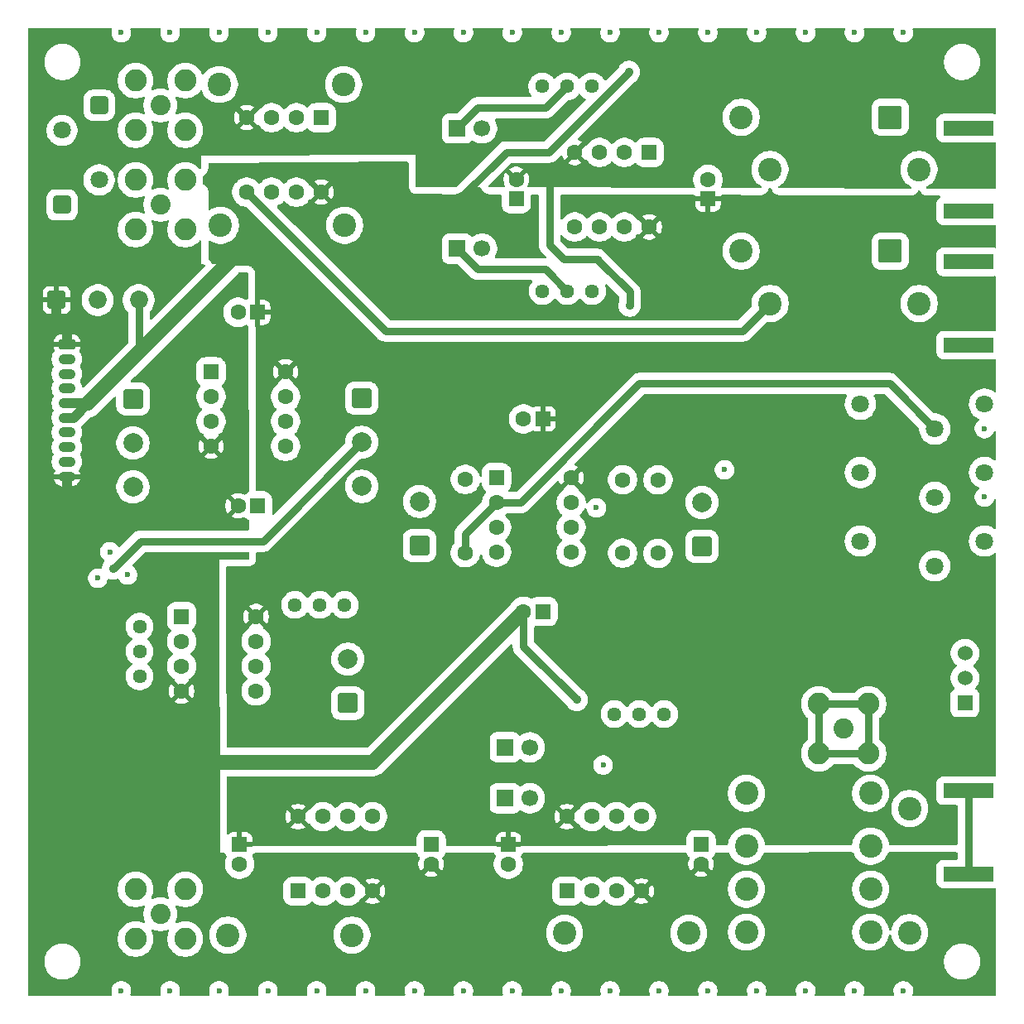
<source format=gbl>
G04 #@! TF.GenerationSoftware,KiCad,Pcbnew,9.0.3*
G04 #@! TF.CreationDate,2025-08-23T16:03:50-07:00*
G04 #@! TF.ProjectId,analog-lockbox-v2,616e616c-6f67-42d6-9c6f-636b626f782d,rev?*
G04 #@! TF.SameCoordinates,Original*
G04 #@! TF.FileFunction,Copper,L4,Bot*
G04 #@! TF.FilePolarity,Positive*
%FSLAX46Y46*%
G04 Gerber Fmt 4.6, Leading zero omitted, Abs format (unit mm)*
G04 Created by KiCad (PCBNEW 9.0.3) date 2025-08-23 16:03:50*
%MOMM*%
%LPD*%
G01*
G04 APERTURE LIST*
G04 Aperture macros list*
%AMRoundRect*
0 Rectangle with rounded corners*
0 $1 Rounding radius*
0 $2 $3 $4 $5 $6 $7 $8 $9 X,Y pos of 4 corners*
0 Add a 4 corners polygon primitive as box body*
4,1,4,$2,$3,$4,$5,$6,$7,$8,$9,$2,$3,0*
0 Add four circle primitives for the rounded corners*
1,1,$1+$1,$2,$3*
1,1,$1+$1,$4,$5*
1,1,$1+$1,$6,$7*
1,1,$1+$1,$8,$9*
0 Add four rect primitives between the rounded corners*
20,1,$1+$1,$2,$3,$4,$5,0*
20,1,$1+$1,$4,$5,$6,$7,0*
20,1,$1+$1,$6,$7,$8,$9,0*
20,1,$1+$1,$8,$9,$2,$3,0*%
G04 Aperture macros list end*
G04 #@! TA.AperFunction,ComponentPad*
%ADD10C,2.400000*%
G04 #@! TD*
G04 #@! TA.AperFunction,ComponentPad*
%ADD11RoundRect,0.250000X0.750000X-0.750000X0.750000X0.750000X-0.750000X0.750000X-0.750000X-0.750000X0*%
G04 #@! TD*
G04 #@! TA.AperFunction,ComponentPad*
%ADD12C,2.000000*%
G04 #@! TD*
G04 #@! TA.AperFunction,ComponentPad*
%ADD13RoundRect,0.250000X-0.550000X0.550000X-0.550000X-0.550000X0.550000X-0.550000X0.550000X0.550000X0*%
G04 #@! TD*
G04 #@! TA.AperFunction,ComponentPad*
%ADD14C,1.600000*%
G04 #@! TD*
G04 #@! TA.AperFunction,ComponentPad*
%ADD15C,2.050000*%
G04 #@! TD*
G04 #@! TA.AperFunction,ComponentPad*
%ADD16C,2.250000*%
G04 #@! TD*
G04 #@! TA.AperFunction,ComponentPad*
%ADD17C,1.800000*%
G04 #@! TD*
G04 #@! TA.AperFunction,ComponentPad*
%ADD18RoundRect,0.250000X0.550000X-0.550000X0.550000X0.550000X-0.550000X0.550000X-0.550000X-0.550000X0*%
G04 #@! TD*
G04 #@! TA.AperFunction,ComponentPad*
%ADD19RoundRect,0.250000X-0.750000X0.750000X-0.750000X-0.750000X0.750000X-0.750000X0.750000X0.750000X0*%
G04 #@! TD*
G04 #@! TA.AperFunction,ComponentPad*
%ADD20C,1.440000*%
G04 #@! TD*
G04 #@! TA.AperFunction,ComponentPad*
%ADD21RoundRect,0.250000X0.550000X0.550000X-0.550000X0.550000X-0.550000X-0.550000X0.550000X-0.550000X0*%
G04 #@! TD*
G04 #@! TA.AperFunction,ComponentPad*
%ADD22R,1.530000X1.530000*%
G04 #@! TD*
G04 #@! TA.AperFunction,ComponentPad*
%ADD23C,1.530000*%
G04 #@! TD*
G04 #@! TA.AperFunction,ComponentPad*
%ADD24R,1.700000X1.700000*%
G04 #@! TD*
G04 #@! TA.AperFunction,ComponentPad*
%ADD25C,1.700000*%
G04 #@! TD*
G04 #@! TA.AperFunction,SMDPad,CuDef*
%ADD26R,5.080000X1.500000*%
G04 #@! TD*
G04 #@! TA.AperFunction,ComponentPad*
%ADD27RoundRect,0.250000X-0.615000X0.265000X-0.615000X-0.265000X0.615000X-0.265000X0.615000X0.265000X0*%
G04 #@! TD*
G04 #@! TA.AperFunction,ComponentPad*
%ADD28O,1.730000X1.030000*%
G04 #@! TD*
G04 #@! TA.AperFunction,ComponentPad*
%ADD29RoundRect,0.250001X0.949999X0.949999X-0.949999X0.949999X-0.949999X-0.949999X0.949999X-0.949999X0*%
G04 #@! TD*
G04 #@! TA.AperFunction,ComponentPad*
%ADD30RoundRect,0.250000X-0.550000X-0.550000X0.550000X-0.550000X0.550000X0.550000X-0.550000X0.550000X0*%
G04 #@! TD*
G04 #@! TA.AperFunction,ComponentPad*
%ADD31RoundRect,0.250000X-0.650000X0.650000X-0.650000X-0.650000X0.650000X-0.650000X0.650000X0.650000X0*%
G04 #@! TD*
G04 #@! TA.AperFunction,ComponentPad*
%ADD32RoundRect,0.250000X0.650000X-0.650000X0.650000X0.650000X-0.650000X0.650000X-0.650000X-0.650000X0*%
G04 #@! TD*
G04 #@! TA.AperFunction,ComponentPad*
%ADD33RoundRect,0.250000X-0.675000X-0.675000X0.675000X-0.675000X0.675000X0.675000X-0.675000X0.675000X0*%
G04 #@! TD*
G04 #@! TA.AperFunction,ComponentPad*
%ADD34C,1.850000*%
G04 #@! TD*
G04 #@! TA.AperFunction,ViaPad*
%ADD35C,0.600000*%
G04 #@! TD*
G04 #@! TA.AperFunction,ViaPad*
%ADD36C,0.900000*%
G04 #@! TD*
G04 #@! TA.AperFunction,Conductor*
%ADD37C,0.800000*%
G04 #@! TD*
G04 #@! TA.AperFunction,Conductor*
%ADD38C,1.500000*%
G04 #@! TD*
G04 #@! TA.AperFunction,Conductor*
%ADD39C,1.000000*%
G04 #@! TD*
G04 APERTURE END LIST*
D10*
X161250000Y-124650000D03*
X161250000Y-137350000D03*
X90750000Y-65000000D03*
X103450000Y-65000000D03*
D11*
X103785000Y-113880000D03*
D12*
X103785000Y-109380000D03*
D13*
X101060000Y-53995000D03*
D14*
X98520000Y-53995000D03*
X95980000Y-53995000D03*
X93440000Y-53995000D03*
X93440000Y-61615000D03*
X95980000Y-61615000D03*
X98520000Y-61615000D03*
X101060000Y-61615000D03*
D11*
X140000000Y-97850000D03*
D12*
X140000000Y-93350000D03*
D15*
X154500000Y-116500000D03*
D16*
X151960000Y-113960000D03*
X151960000Y-119040000D03*
X157040000Y-113960000D03*
X157040000Y-119040000D03*
D17*
X156200000Y-83300000D03*
X163820000Y-85840000D03*
X168900000Y-83300000D03*
D15*
X84610000Y-135460000D03*
D16*
X82070000Y-132920000D03*
X82070000Y-138000000D03*
X87150000Y-132920000D03*
X87150000Y-138000000D03*
D18*
X98690000Y-133105000D03*
D14*
X101230000Y-133105000D03*
X103770000Y-133105000D03*
X106310000Y-133105000D03*
X106310000Y-125485000D03*
X103770000Y-125485000D03*
X101230000Y-125485000D03*
X98690000Y-125485000D03*
D10*
X91500000Y-137600000D03*
X104200000Y-137600000D03*
D19*
X105200000Y-82700000D03*
D12*
X105200000Y-87200000D03*
X105200000Y-91700000D03*
D10*
X90650000Y-50600000D03*
X103350000Y-50600000D03*
D20*
X136140000Y-114995000D03*
X133600000Y-114995000D03*
X131060000Y-114995000D03*
D21*
X94555113Y-73900000D03*
D14*
X92555113Y-73900000D03*
D22*
X166900000Y-113840000D03*
D23*
X166900000Y-111300000D03*
X166900000Y-108760000D03*
D20*
X123700000Y-71737500D03*
X126240000Y-71737500D03*
X128780000Y-71737500D03*
D10*
X144550000Y-123100000D03*
X157250000Y-123100000D03*
D24*
X114960000Y-67400000D03*
D25*
X117500000Y-67400000D03*
D13*
X134610000Y-57554887D03*
D14*
X132070000Y-57554887D03*
X129530000Y-57554887D03*
X126990000Y-57554887D03*
X126990000Y-65174887D03*
X129530000Y-65174887D03*
X132070000Y-65174887D03*
X134610000Y-65174887D03*
D26*
X167237500Y-55050000D03*
X167237500Y-63550000D03*
D10*
X162220000Y-73000000D03*
X146980000Y-73000000D03*
D26*
X167237500Y-68750000D03*
X167237500Y-77250000D03*
D17*
X156200000Y-90300000D03*
X163820000Y-92840000D03*
X168900000Y-90300000D03*
D10*
X157250000Y-132900000D03*
X144550000Y-132900000D03*
D18*
X121000000Y-62315000D03*
D14*
X121000000Y-60315000D03*
D27*
X75050000Y-77200000D03*
D28*
X75050000Y-78700000D03*
X75050000Y-80200000D03*
X75050000Y-81700000D03*
X75050000Y-83200000D03*
X75050000Y-84700000D03*
X75050000Y-86200000D03*
X75050000Y-87700000D03*
X75050000Y-89200000D03*
X75050000Y-90700000D03*
D26*
X167237500Y-122850000D03*
X167237500Y-131350000D03*
D29*
X159250000Y-67650000D03*
D10*
X144010000Y-67650000D03*
D21*
X123755113Y-84800000D03*
D14*
X121755113Y-84800000D03*
D30*
X118995000Y-90820000D03*
D14*
X118995000Y-93360000D03*
X118995000Y-95900000D03*
X118995000Y-98440000D03*
X126615000Y-98440000D03*
X126615000Y-95900000D03*
X126615000Y-93360000D03*
X126615000Y-90820000D03*
D20*
X98385000Y-103830000D03*
X100925000Y-103830000D03*
X103465000Y-103830000D03*
D24*
X119860000Y-118400000D03*
D25*
X122400000Y-118400000D03*
D31*
X78350000Y-52740000D03*
D17*
X78350000Y-60360000D03*
D30*
X86780000Y-105020000D03*
D14*
X86780000Y-107560000D03*
X86780000Y-110100000D03*
X86780000Y-112640000D03*
X94400000Y-112640000D03*
X94400000Y-110100000D03*
X94400000Y-107560000D03*
X94400000Y-105020000D03*
D17*
X156200000Y-97300000D03*
X163820000Y-99840000D03*
X168900000Y-97300000D03*
D21*
X94555113Y-93700000D03*
D14*
X92555113Y-93700000D03*
D10*
X157250000Y-128500000D03*
X144550000Y-128500000D03*
D30*
X89795000Y-79990000D03*
D14*
X89795000Y-82530000D03*
X89795000Y-85070000D03*
X89795000Y-87610000D03*
X97415000Y-87610000D03*
X97415000Y-85070000D03*
X97415000Y-82530000D03*
X97415000Y-79990000D03*
D32*
X74550000Y-62910000D03*
D17*
X74550000Y-55290000D03*
D10*
X162200000Y-59300000D03*
X146960000Y-59300000D03*
D18*
X140610000Y-62315000D03*
D14*
X140610000Y-60315000D03*
D13*
X92700000Y-128344888D03*
D14*
X92700000Y-130344888D03*
D24*
X119860000Y-123600000D03*
D25*
X122400000Y-123600000D03*
D15*
X84610000Y-52740000D03*
D16*
X87150000Y-50200000D03*
X82070000Y-50200000D03*
X87150000Y-55280000D03*
X82070000Y-55280000D03*
D19*
X81800000Y-82762500D03*
D12*
X81800000Y-87262500D03*
X81800000Y-91762500D03*
D10*
X157250000Y-137300000D03*
X144550000Y-137300000D03*
D20*
X128740000Y-50795000D03*
X126200000Y-50795000D03*
X123660000Y-50795000D03*
D13*
X120200000Y-128344888D03*
D14*
X120200000Y-130344888D03*
D13*
X112300000Y-128344888D03*
D14*
X112300000Y-130344888D03*
D13*
X139900000Y-128344888D03*
D14*
X139900000Y-130344888D03*
D15*
X84610000Y-62900000D03*
D16*
X87150000Y-60360000D03*
X82070000Y-60360000D03*
X87150000Y-65440000D03*
X82070000Y-65440000D03*
D21*
X123755113Y-104500000D03*
D14*
X121755113Y-104500000D03*
D18*
X126190000Y-133105000D03*
D14*
X128730000Y-133105000D03*
X131270000Y-133105000D03*
X133810000Y-133105000D03*
X133810000Y-125485000D03*
X131270000Y-125485000D03*
X128730000Y-125485000D03*
X126190000Y-125485000D03*
D10*
X138650000Y-137400000D03*
X125950000Y-137400000D03*
D11*
X111100000Y-97750000D03*
D12*
X111100000Y-93250000D03*
D14*
X135500000Y-98550000D03*
X135500000Y-91050000D03*
D24*
X114960000Y-55100000D03*
D25*
X117500000Y-55100000D03*
D14*
X115800000Y-98500000D03*
X115800000Y-91000000D03*
X131885000Y-98530000D03*
X131885000Y-91030000D03*
D29*
X159250000Y-53950000D03*
D10*
X144010000Y-53950000D03*
D33*
X74000000Y-72650000D03*
D34*
X78200000Y-72650000D03*
X82400000Y-72650000D03*
D20*
X82485000Y-111130000D03*
X82485000Y-108590000D03*
X82485000Y-106050000D03*
D35*
X135600000Y-45300000D03*
X129900000Y-120200000D03*
X125600000Y-143300000D03*
X145600000Y-143300000D03*
X90600000Y-143300000D03*
X80600000Y-45300000D03*
X130600000Y-143300000D03*
X167237500Y-77250000D03*
X167237500Y-63550000D03*
X155600000Y-45300000D03*
X150600000Y-45300000D03*
X79450000Y-98400000D03*
X100600000Y-143300000D03*
X120600000Y-45300000D03*
X78200000Y-101100000D03*
X168900000Y-92800000D03*
X142300000Y-90000000D03*
X105600000Y-45300000D03*
X160600000Y-143300000D03*
X135600000Y-143300000D03*
X125600000Y-45300000D03*
X105600000Y-143300000D03*
X120600000Y-143300000D03*
X85600000Y-45300000D03*
X100600000Y-45300000D03*
X80600000Y-143300000D03*
X95600000Y-143300000D03*
X167237500Y-68750000D03*
X115600000Y-143300000D03*
X90600000Y-45300000D03*
X140600000Y-143300000D03*
X145600000Y-45300000D03*
X85600000Y-143300000D03*
X115600000Y-45300000D03*
X129200000Y-93900000D03*
X95600000Y-45300000D03*
X110600000Y-143300000D03*
X130600000Y-45300000D03*
X110600000Y-45300000D03*
X167237500Y-55050000D03*
X140600000Y-45300000D03*
X160600000Y-45300000D03*
X155600000Y-143300000D03*
X81250000Y-100750000D03*
X168900000Y-85800000D03*
X150600000Y-143300000D03*
D36*
X140000000Y-113537500D03*
X132540000Y-49332500D03*
X119900000Y-73200000D03*
X132600000Y-73200000D03*
X119840000Y-49332500D03*
X127200000Y-113537500D03*
D35*
X167237500Y-122850000D03*
X167237500Y-131350000D03*
D36*
X79800000Y-100100000D03*
D37*
X118995000Y-93360000D02*
X115800000Y-96555000D01*
X115800000Y-96555000D02*
X115800000Y-98500000D01*
X159180000Y-81200000D02*
X133600000Y-81200000D01*
X163820000Y-85840000D02*
X159180000Y-81200000D01*
X121440000Y-93360000D02*
X118980000Y-93360000D01*
X133600000Y-81200000D02*
X121440000Y-93360000D01*
D38*
X92000000Y-68400000D02*
X95200000Y-68400000D01*
D39*
X75050000Y-83200000D02*
X77200000Y-83200000D01*
D37*
X124372500Y-57500000D02*
X120000000Y-57500000D01*
D39*
X75700000Y-84700000D02*
X77200000Y-83200000D01*
D37*
X82400000Y-72650000D02*
X82400000Y-78000000D01*
D38*
X82300000Y-78100000D02*
X92000000Y-68400000D01*
D37*
X82400000Y-78000000D02*
X82300000Y-78100000D01*
D39*
X75050000Y-84700000D02*
X75700000Y-84700000D01*
D38*
X77200000Y-83200000D02*
X82300000Y-78100000D01*
D37*
X132540000Y-49332500D02*
X124372500Y-57500000D01*
X120000000Y-57500000D02*
X115100000Y-62400000D01*
X129300000Y-68500000D02*
X125900000Y-68500000D01*
D38*
X106344888Y-119900000D02*
X93900000Y-119900000D01*
D39*
X75050000Y-76050000D02*
X75000000Y-76000000D01*
X75050000Y-90700000D02*
X75050000Y-92050000D01*
D37*
X121744888Y-108082388D02*
X121744888Y-104500000D01*
X132600000Y-73200000D02*
X132600000Y-71800000D01*
D38*
X121744888Y-104500000D02*
X106344888Y-119900000D01*
D37*
X129400000Y-68600000D02*
X129300000Y-68500000D01*
X125900000Y-68500000D02*
X124400000Y-67000000D01*
D38*
X93900000Y-119900000D02*
X89400000Y-119900000D01*
D37*
X127200000Y-113537500D02*
X121744888Y-108082388D01*
D39*
X74000000Y-73900000D02*
X74000000Y-72650000D01*
X75050000Y-77200000D02*
X75050000Y-76050000D01*
X75050000Y-92050000D02*
X75000000Y-92100000D01*
D37*
X124400000Y-67000000D02*
X124400000Y-60600000D01*
X132600000Y-71800000D02*
X129400000Y-68600000D01*
X167237500Y-122850000D02*
X167237500Y-131350000D01*
X151960000Y-119040000D02*
X157040000Y-119040000D01*
X151960000Y-113960000D02*
X151960000Y-119040000D01*
X157040000Y-113960000D02*
X151960000Y-113960000D01*
X157040000Y-119040000D02*
X157040000Y-113960000D01*
X82600000Y-97300000D02*
X95100000Y-97300000D01*
X79800000Y-100100000D02*
X82600000Y-97300000D01*
X95100000Y-97300000D02*
X105200000Y-87200000D01*
X117060000Y-53000000D02*
X114960000Y-55100000D01*
X123995000Y-53000000D02*
X117060000Y-53000000D01*
X126200000Y-50795000D02*
X123995000Y-53000000D01*
X117060000Y-69500000D02*
X114960000Y-67400000D01*
X124002500Y-69500000D02*
X117060000Y-69500000D01*
X126240000Y-71737500D02*
X124002500Y-69500000D01*
X144180000Y-75800000D02*
X146980000Y-73000000D01*
X107625000Y-75800000D02*
X144180000Y-75800000D01*
X93440000Y-61615000D02*
X107625000Y-75800000D01*
G04 #@! TA.AperFunction,Conductor*
G36*
X79605426Y-44820185D02*
G01*
X79651181Y-44872989D01*
X79661125Y-44942147D01*
X79652949Y-44971951D01*
X79637949Y-45008165D01*
X79637947Y-45008170D01*
X79599500Y-45201456D01*
X79599500Y-45201459D01*
X79599500Y-45398541D01*
X79599500Y-45398543D01*
X79599499Y-45398543D01*
X79637947Y-45591829D01*
X79637950Y-45591839D01*
X79713364Y-45773907D01*
X79713371Y-45773920D01*
X79822860Y-45937781D01*
X79822863Y-45937785D01*
X79962214Y-46077136D01*
X79962218Y-46077139D01*
X80126079Y-46186628D01*
X80126092Y-46186635D01*
X80308160Y-46262049D01*
X80308165Y-46262051D01*
X80308169Y-46262051D01*
X80308170Y-46262052D01*
X80501456Y-46300500D01*
X80501459Y-46300500D01*
X80698543Y-46300500D01*
X80828582Y-46274632D01*
X80891835Y-46262051D01*
X81073914Y-46186632D01*
X81237782Y-46077139D01*
X81377139Y-45937782D01*
X81486632Y-45773914D01*
X81562051Y-45591835D01*
X81600500Y-45398541D01*
X81600500Y-45201459D01*
X81600500Y-45201456D01*
X81562052Y-45008170D01*
X81562051Y-45008169D01*
X81562051Y-45008165D01*
X81547051Y-44971951D01*
X81539584Y-44902482D01*
X81570859Y-44840003D01*
X81630949Y-44804351D01*
X81661613Y-44800500D01*
X84538387Y-44800500D01*
X84605426Y-44820185D01*
X84651181Y-44872989D01*
X84661125Y-44942147D01*
X84652949Y-44971951D01*
X84637949Y-45008165D01*
X84637947Y-45008170D01*
X84599500Y-45201456D01*
X84599500Y-45201459D01*
X84599500Y-45398541D01*
X84599500Y-45398543D01*
X84599499Y-45398543D01*
X84637947Y-45591829D01*
X84637950Y-45591839D01*
X84713364Y-45773907D01*
X84713371Y-45773920D01*
X84822860Y-45937781D01*
X84822863Y-45937785D01*
X84962214Y-46077136D01*
X84962218Y-46077139D01*
X85126079Y-46186628D01*
X85126092Y-46186635D01*
X85308160Y-46262049D01*
X85308165Y-46262051D01*
X85308169Y-46262051D01*
X85308170Y-46262052D01*
X85501456Y-46300500D01*
X85501459Y-46300500D01*
X85698543Y-46300500D01*
X85828582Y-46274632D01*
X85891835Y-46262051D01*
X86073914Y-46186632D01*
X86237782Y-46077139D01*
X86377139Y-45937782D01*
X86486632Y-45773914D01*
X86562051Y-45591835D01*
X86600500Y-45398541D01*
X86600500Y-45201459D01*
X86600500Y-45201456D01*
X86562052Y-45008170D01*
X86562051Y-45008169D01*
X86562051Y-45008165D01*
X86547051Y-44971951D01*
X86539584Y-44902482D01*
X86570859Y-44840003D01*
X86630949Y-44804351D01*
X86661613Y-44800500D01*
X89538387Y-44800500D01*
X89605426Y-44820185D01*
X89651181Y-44872989D01*
X89661125Y-44942147D01*
X89652949Y-44971951D01*
X89637949Y-45008165D01*
X89637947Y-45008170D01*
X89599500Y-45201456D01*
X89599500Y-45201459D01*
X89599500Y-45398541D01*
X89599500Y-45398543D01*
X89599499Y-45398543D01*
X89637947Y-45591829D01*
X89637950Y-45591839D01*
X89713364Y-45773907D01*
X89713371Y-45773920D01*
X89822860Y-45937781D01*
X89822863Y-45937785D01*
X89962214Y-46077136D01*
X89962218Y-46077139D01*
X90126079Y-46186628D01*
X90126092Y-46186635D01*
X90308160Y-46262049D01*
X90308165Y-46262051D01*
X90308169Y-46262051D01*
X90308170Y-46262052D01*
X90501456Y-46300500D01*
X90501459Y-46300500D01*
X90698543Y-46300500D01*
X90828582Y-46274632D01*
X90891835Y-46262051D01*
X91073914Y-46186632D01*
X91237782Y-46077139D01*
X91377139Y-45937782D01*
X91486632Y-45773914D01*
X91562051Y-45591835D01*
X91600500Y-45398541D01*
X91600500Y-45201459D01*
X91600500Y-45201456D01*
X91562052Y-45008170D01*
X91562051Y-45008169D01*
X91562051Y-45008165D01*
X91547051Y-44971951D01*
X91539584Y-44902482D01*
X91570859Y-44840003D01*
X91630949Y-44804351D01*
X91661613Y-44800500D01*
X94538387Y-44800500D01*
X94605426Y-44820185D01*
X94651181Y-44872989D01*
X94661125Y-44942147D01*
X94652949Y-44971951D01*
X94637949Y-45008165D01*
X94637947Y-45008170D01*
X94599500Y-45201456D01*
X94599500Y-45201459D01*
X94599500Y-45398541D01*
X94599500Y-45398543D01*
X94599499Y-45398543D01*
X94637947Y-45591829D01*
X94637950Y-45591839D01*
X94713364Y-45773907D01*
X94713371Y-45773920D01*
X94822860Y-45937781D01*
X94822863Y-45937785D01*
X94962214Y-46077136D01*
X94962218Y-46077139D01*
X95126079Y-46186628D01*
X95126092Y-46186635D01*
X95308160Y-46262049D01*
X95308165Y-46262051D01*
X95308169Y-46262051D01*
X95308170Y-46262052D01*
X95501456Y-46300500D01*
X95501459Y-46300500D01*
X95698543Y-46300500D01*
X95828582Y-46274632D01*
X95891835Y-46262051D01*
X96073914Y-46186632D01*
X96237782Y-46077139D01*
X96377139Y-45937782D01*
X96486632Y-45773914D01*
X96562051Y-45591835D01*
X96600500Y-45398541D01*
X96600500Y-45201459D01*
X96600500Y-45201456D01*
X96562052Y-45008170D01*
X96562051Y-45008169D01*
X96562051Y-45008165D01*
X96547051Y-44971951D01*
X96539584Y-44902482D01*
X96570859Y-44840003D01*
X96630949Y-44804351D01*
X96661613Y-44800500D01*
X99538387Y-44800500D01*
X99605426Y-44820185D01*
X99651181Y-44872989D01*
X99661125Y-44942147D01*
X99652949Y-44971951D01*
X99637949Y-45008165D01*
X99637947Y-45008170D01*
X99599500Y-45201456D01*
X99599500Y-45201459D01*
X99599500Y-45398541D01*
X99599500Y-45398543D01*
X99599499Y-45398543D01*
X99637947Y-45591829D01*
X99637950Y-45591839D01*
X99713364Y-45773907D01*
X99713371Y-45773920D01*
X99822860Y-45937781D01*
X99822863Y-45937785D01*
X99962214Y-46077136D01*
X99962218Y-46077139D01*
X100126079Y-46186628D01*
X100126092Y-46186635D01*
X100308160Y-46262049D01*
X100308165Y-46262051D01*
X100308169Y-46262051D01*
X100308170Y-46262052D01*
X100501456Y-46300500D01*
X100501459Y-46300500D01*
X100698543Y-46300500D01*
X100828582Y-46274632D01*
X100891835Y-46262051D01*
X101073914Y-46186632D01*
X101237782Y-46077139D01*
X101377139Y-45937782D01*
X101486632Y-45773914D01*
X101562051Y-45591835D01*
X101600500Y-45398541D01*
X101600500Y-45201459D01*
X101600500Y-45201456D01*
X101562052Y-45008170D01*
X101562051Y-45008169D01*
X101562051Y-45008165D01*
X101547051Y-44971951D01*
X101539584Y-44902482D01*
X101570859Y-44840003D01*
X101630949Y-44804351D01*
X101661613Y-44800500D01*
X104538387Y-44800500D01*
X104605426Y-44820185D01*
X104651181Y-44872989D01*
X104661125Y-44942147D01*
X104652949Y-44971951D01*
X104637949Y-45008165D01*
X104637947Y-45008170D01*
X104599500Y-45201456D01*
X104599500Y-45201459D01*
X104599500Y-45398541D01*
X104599500Y-45398543D01*
X104599499Y-45398543D01*
X104637947Y-45591829D01*
X104637950Y-45591839D01*
X104713364Y-45773907D01*
X104713371Y-45773920D01*
X104822860Y-45937781D01*
X104822863Y-45937785D01*
X104962214Y-46077136D01*
X104962218Y-46077139D01*
X105126079Y-46186628D01*
X105126092Y-46186635D01*
X105308160Y-46262049D01*
X105308165Y-46262051D01*
X105308169Y-46262051D01*
X105308170Y-46262052D01*
X105501456Y-46300500D01*
X105501459Y-46300500D01*
X105698543Y-46300500D01*
X105828582Y-46274632D01*
X105891835Y-46262051D01*
X106073914Y-46186632D01*
X106237782Y-46077139D01*
X106377139Y-45937782D01*
X106486632Y-45773914D01*
X106562051Y-45591835D01*
X106600500Y-45398541D01*
X106600500Y-45201459D01*
X106600500Y-45201456D01*
X106562052Y-45008170D01*
X106562051Y-45008169D01*
X106562051Y-45008165D01*
X106547051Y-44971951D01*
X106539584Y-44902482D01*
X106570859Y-44840003D01*
X106630949Y-44804351D01*
X106661613Y-44800500D01*
X109538387Y-44800500D01*
X109605426Y-44820185D01*
X109651181Y-44872989D01*
X109661125Y-44942147D01*
X109652949Y-44971951D01*
X109637949Y-45008165D01*
X109637947Y-45008170D01*
X109599500Y-45201456D01*
X109599500Y-45201459D01*
X109599500Y-45398541D01*
X109599500Y-45398543D01*
X109599499Y-45398543D01*
X109637947Y-45591829D01*
X109637950Y-45591839D01*
X109713364Y-45773907D01*
X109713371Y-45773920D01*
X109822860Y-45937781D01*
X109822863Y-45937785D01*
X109962214Y-46077136D01*
X109962218Y-46077139D01*
X110126079Y-46186628D01*
X110126092Y-46186635D01*
X110308160Y-46262049D01*
X110308165Y-46262051D01*
X110308169Y-46262051D01*
X110308170Y-46262052D01*
X110501456Y-46300500D01*
X110501459Y-46300500D01*
X110698543Y-46300500D01*
X110828582Y-46274632D01*
X110891835Y-46262051D01*
X111073914Y-46186632D01*
X111237782Y-46077139D01*
X111377139Y-45937782D01*
X111486632Y-45773914D01*
X111562051Y-45591835D01*
X111600500Y-45398541D01*
X111600500Y-45201459D01*
X111600500Y-45201456D01*
X111562052Y-45008170D01*
X111562051Y-45008169D01*
X111562051Y-45008165D01*
X111547051Y-44971951D01*
X111539584Y-44902482D01*
X111570859Y-44840003D01*
X111630949Y-44804351D01*
X111661613Y-44800500D01*
X114538387Y-44800500D01*
X114605426Y-44820185D01*
X114651181Y-44872989D01*
X114661125Y-44942147D01*
X114652949Y-44971951D01*
X114637949Y-45008165D01*
X114637947Y-45008170D01*
X114599500Y-45201456D01*
X114599500Y-45201459D01*
X114599500Y-45398541D01*
X114599500Y-45398543D01*
X114599499Y-45398543D01*
X114637947Y-45591829D01*
X114637950Y-45591839D01*
X114713364Y-45773907D01*
X114713371Y-45773920D01*
X114822860Y-45937781D01*
X114822863Y-45937785D01*
X114962214Y-46077136D01*
X114962218Y-46077139D01*
X115126079Y-46186628D01*
X115126092Y-46186635D01*
X115308160Y-46262049D01*
X115308165Y-46262051D01*
X115308169Y-46262051D01*
X115308170Y-46262052D01*
X115501456Y-46300500D01*
X115501459Y-46300500D01*
X115698543Y-46300500D01*
X115828582Y-46274632D01*
X115891835Y-46262051D01*
X116073914Y-46186632D01*
X116237782Y-46077139D01*
X116377139Y-45937782D01*
X116486632Y-45773914D01*
X116562051Y-45591835D01*
X116600500Y-45398541D01*
X116600500Y-45201459D01*
X116600500Y-45201456D01*
X116562052Y-45008170D01*
X116562051Y-45008169D01*
X116562051Y-45008165D01*
X116547051Y-44971951D01*
X116539584Y-44902482D01*
X116570859Y-44840003D01*
X116630949Y-44804351D01*
X116661613Y-44800500D01*
X119538387Y-44800500D01*
X119605426Y-44820185D01*
X119651181Y-44872989D01*
X119661125Y-44942147D01*
X119652949Y-44971951D01*
X119637949Y-45008165D01*
X119637947Y-45008170D01*
X119599500Y-45201456D01*
X119599500Y-45201459D01*
X119599500Y-45398541D01*
X119599500Y-45398543D01*
X119599499Y-45398543D01*
X119637947Y-45591829D01*
X119637950Y-45591839D01*
X119713364Y-45773907D01*
X119713371Y-45773920D01*
X119822860Y-45937781D01*
X119822863Y-45937785D01*
X119962214Y-46077136D01*
X119962218Y-46077139D01*
X120126079Y-46186628D01*
X120126092Y-46186635D01*
X120308160Y-46262049D01*
X120308165Y-46262051D01*
X120308169Y-46262051D01*
X120308170Y-46262052D01*
X120501456Y-46300500D01*
X120501459Y-46300500D01*
X120698543Y-46300500D01*
X120828582Y-46274632D01*
X120891835Y-46262051D01*
X121073914Y-46186632D01*
X121237782Y-46077139D01*
X121377139Y-45937782D01*
X121486632Y-45773914D01*
X121562051Y-45591835D01*
X121600500Y-45398541D01*
X121600500Y-45201459D01*
X121600500Y-45201456D01*
X121562052Y-45008170D01*
X121562051Y-45008169D01*
X121562051Y-45008165D01*
X121547051Y-44971951D01*
X121539584Y-44902482D01*
X121570859Y-44840003D01*
X121630949Y-44804351D01*
X121661613Y-44800500D01*
X124538387Y-44800500D01*
X124605426Y-44820185D01*
X124651181Y-44872989D01*
X124661125Y-44942147D01*
X124652949Y-44971951D01*
X124637949Y-45008165D01*
X124637947Y-45008170D01*
X124599500Y-45201456D01*
X124599500Y-45201459D01*
X124599500Y-45398541D01*
X124599500Y-45398543D01*
X124599499Y-45398543D01*
X124637947Y-45591829D01*
X124637950Y-45591839D01*
X124713364Y-45773907D01*
X124713371Y-45773920D01*
X124822860Y-45937781D01*
X124822863Y-45937785D01*
X124962214Y-46077136D01*
X124962218Y-46077139D01*
X125126079Y-46186628D01*
X125126092Y-46186635D01*
X125308160Y-46262049D01*
X125308165Y-46262051D01*
X125308169Y-46262051D01*
X125308170Y-46262052D01*
X125501456Y-46300500D01*
X125501459Y-46300500D01*
X125698543Y-46300500D01*
X125828582Y-46274632D01*
X125891835Y-46262051D01*
X126073914Y-46186632D01*
X126237782Y-46077139D01*
X126377139Y-45937782D01*
X126486632Y-45773914D01*
X126562051Y-45591835D01*
X126600500Y-45398541D01*
X126600500Y-45201459D01*
X126600500Y-45201456D01*
X126562052Y-45008170D01*
X126562051Y-45008169D01*
X126562051Y-45008165D01*
X126547051Y-44971951D01*
X126539584Y-44902482D01*
X126570859Y-44840003D01*
X126630949Y-44804351D01*
X126661613Y-44800500D01*
X129538387Y-44800500D01*
X129605426Y-44820185D01*
X129651181Y-44872989D01*
X129661125Y-44942147D01*
X129652949Y-44971951D01*
X129637949Y-45008165D01*
X129637947Y-45008170D01*
X129599500Y-45201456D01*
X129599500Y-45201459D01*
X129599500Y-45398541D01*
X129599500Y-45398543D01*
X129599499Y-45398543D01*
X129637947Y-45591829D01*
X129637950Y-45591839D01*
X129713364Y-45773907D01*
X129713371Y-45773920D01*
X129822860Y-45937781D01*
X129822863Y-45937785D01*
X129962214Y-46077136D01*
X129962218Y-46077139D01*
X130126079Y-46186628D01*
X130126092Y-46186635D01*
X130308160Y-46262049D01*
X130308165Y-46262051D01*
X130308169Y-46262051D01*
X130308170Y-46262052D01*
X130501456Y-46300500D01*
X130501459Y-46300500D01*
X130698543Y-46300500D01*
X130828582Y-46274632D01*
X130891835Y-46262051D01*
X131073914Y-46186632D01*
X131237782Y-46077139D01*
X131377139Y-45937782D01*
X131486632Y-45773914D01*
X131562051Y-45591835D01*
X131600500Y-45398541D01*
X131600500Y-45201459D01*
X131600500Y-45201456D01*
X131562052Y-45008170D01*
X131562051Y-45008169D01*
X131562051Y-45008165D01*
X131547051Y-44971951D01*
X131539584Y-44902482D01*
X131570859Y-44840003D01*
X131630949Y-44804351D01*
X131661613Y-44800500D01*
X134538387Y-44800500D01*
X134605426Y-44820185D01*
X134651181Y-44872989D01*
X134661125Y-44942147D01*
X134652949Y-44971951D01*
X134637949Y-45008165D01*
X134637947Y-45008170D01*
X134599500Y-45201456D01*
X134599500Y-45201459D01*
X134599500Y-45398541D01*
X134599500Y-45398543D01*
X134599499Y-45398543D01*
X134637947Y-45591829D01*
X134637950Y-45591839D01*
X134713364Y-45773907D01*
X134713371Y-45773920D01*
X134822860Y-45937781D01*
X134822863Y-45937785D01*
X134962214Y-46077136D01*
X134962218Y-46077139D01*
X135126079Y-46186628D01*
X135126092Y-46186635D01*
X135308160Y-46262049D01*
X135308165Y-46262051D01*
X135308169Y-46262051D01*
X135308170Y-46262052D01*
X135501456Y-46300500D01*
X135501459Y-46300500D01*
X135698543Y-46300500D01*
X135828582Y-46274632D01*
X135891835Y-46262051D01*
X136073914Y-46186632D01*
X136237782Y-46077139D01*
X136377139Y-45937782D01*
X136486632Y-45773914D01*
X136562051Y-45591835D01*
X136600500Y-45398541D01*
X136600500Y-45201459D01*
X136600500Y-45201456D01*
X136562052Y-45008170D01*
X136562051Y-45008169D01*
X136562051Y-45008165D01*
X136547051Y-44971951D01*
X136539584Y-44902482D01*
X136570859Y-44840003D01*
X136630949Y-44804351D01*
X136661613Y-44800500D01*
X139538387Y-44800500D01*
X139605426Y-44820185D01*
X139651181Y-44872989D01*
X139661125Y-44942147D01*
X139652949Y-44971951D01*
X139637949Y-45008165D01*
X139637947Y-45008170D01*
X139599500Y-45201456D01*
X139599500Y-45201459D01*
X139599500Y-45398541D01*
X139599500Y-45398543D01*
X139599499Y-45398543D01*
X139637947Y-45591829D01*
X139637950Y-45591839D01*
X139713364Y-45773907D01*
X139713371Y-45773920D01*
X139822860Y-45937781D01*
X139822863Y-45937785D01*
X139962214Y-46077136D01*
X139962218Y-46077139D01*
X140126079Y-46186628D01*
X140126092Y-46186635D01*
X140308160Y-46262049D01*
X140308165Y-46262051D01*
X140308169Y-46262051D01*
X140308170Y-46262052D01*
X140501456Y-46300500D01*
X140501459Y-46300500D01*
X140698543Y-46300500D01*
X140828582Y-46274632D01*
X140891835Y-46262051D01*
X141073914Y-46186632D01*
X141237782Y-46077139D01*
X141377139Y-45937782D01*
X141486632Y-45773914D01*
X141562051Y-45591835D01*
X141600500Y-45398541D01*
X141600500Y-45201459D01*
X141600500Y-45201456D01*
X141562052Y-45008170D01*
X141562051Y-45008169D01*
X141562051Y-45008165D01*
X141547051Y-44971951D01*
X141539584Y-44902482D01*
X141570859Y-44840003D01*
X141630949Y-44804351D01*
X141661613Y-44800500D01*
X144538387Y-44800500D01*
X144605426Y-44820185D01*
X144651181Y-44872989D01*
X144661125Y-44942147D01*
X144652949Y-44971951D01*
X144637949Y-45008165D01*
X144637947Y-45008170D01*
X144599500Y-45201456D01*
X144599500Y-45201459D01*
X144599500Y-45398541D01*
X144599500Y-45398543D01*
X144599499Y-45398543D01*
X144637947Y-45591829D01*
X144637950Y-45591839D01*
X144713364Y-45773907D01*
X144713371Y-45773920D01*
X144822860Y-45937781D01*
X144822863Y-45937785D01*
X144962214Y-46077136D01*
X144962218Y-46077139D01*
X145126079Y-46186628D01*
X145126092Y-46186635D01*
X145308160Y-46262049D01*
X145308165Y-46262051D01*
X145308169Y-46262051D01*
X145308170Y-46262052D01*
X145501456Y-46300500D01*
X145501459Y-46300500D01*
X145698543Y-46300500D01*
X145828582Y-46274632D01*
X145891835Y-46262051D01*
X146073914Y-46186632D01*
X146237782Y-46077139D01*
X146377139Y-45937782D01*
X146486632Y-45773914D01*
X146562051Y-45591835D01*
X146600500Y-45398541D01*
X146600500Y-45201459D01*
X146600500Y-45201456D01*
X146562052Y-45008170D01*
X146562051Y-45008169D01*
X146562051Y-45008165D01*
X146547051Y-44971951D01*
X146539584Y-44902482D01*
X146570859Y-44840003D01*
X146630949Y-44804351D01*
X146661613Y-44800500D01*
X149538387Y-44800500D01*
X149605426Y-44820185D01*
X149651181Y-44872989D01*
X149661125Y-44942147D01*
X149652949Y-44971951D01*
X149637949Y-45008165D01*
X149637947Y-45008170D01*
X149599500Y-45201456D01*
X149599500Y-45201459D01*
X149599500Y-45398541D01*
X149599500Y-45398543D01*
X149599499Y-45398543D01*
X149637947Y-45591829D01*
X149637950Y-45591839D01*
X149713364Y-45773907D01*
X149713371Y-45773920D01*
X149822860Y-45937781D01*
X149822863Y-45937785D01*
X149962214Y-46077136D01*
X149962218Y-46077139D01*
X150126079Y-46186628D01*
X150126092Y-46186635D01*
X150308160Y-46262049D01*
X150308165Y-46262051D01*
X150308169Y-46262051D01*
X150308170Y-46262052D01*
X150501456Y-46300500D01*
X150501459Y-46300500D01*
X150698543Y-46300500D01*
X150828582Y-46274632D01*
X150891835Y-46262051D01*
X151073914Y-46186632D01*
X151237782Y-46077139D01*
X151377139Y-45937782D01*
X151486632Y-45773914D01*
X151562051Y-45591835D01*
X151600500Y-45398541D01*
X151600500Y-45201459D01*
X151600500Y-45201456D01*
X151562052Y-45008170D01*
X151562051Y-45008169D01*
X151562051Y-45008165D01*
X151547051Y-44971951D01*
X151539584Y-44902482D01*
X151570859Y-44840003D01*
X151630949Y-44804351D01*
X151661613Y-44800500D01*
X154538387Y-44800500D01*
X154605426Y-44820185D01*
X154651181Y-44872989D01*
X154661125Y-44942147D01*
X154652949Y-44971951D01*
X154637949Y-45008165D01*
X154637947Y-45008170D01*
X154599500Y-45201456D01*
X154599500Y-45201459D01*
X154599500Y-45398541D01*
X154599500Y-45398543D01*
X154599499Y-45398543D01*
X154637947Y-45591829D01*
X154637950Y-45591839D01*
X154713364Y-45773907D01*
X154713371Y-45773920D01*
X154822860Y-45937781D01*
X154822863Y-45937785D01*
X154962214Y-46077136D01*
X154962218Y-46077139D01*
X155126079Y-46186628D01*
X155126092Y-46186635D01*
X155308160Y-46262049D01*
X155308165Y-46262051D01*
X155308169Y-46262051D01*
X155308170Y-46262052D01*
X155501456Y-46300500D01*
X155501459Y-46300500D01*
X155698543Y-46300500D01*
X155828582Y-46274632D01*
X155891835Y-46262051D01*
X156073914Y-46186632D01*
X156237782Y-46077139D01*
X156377139Y-45937782D01*
X156486632Y-45773914D01*
X156562051Y-45591835D01*
X156600500Y-45398541D01*
X156600500Y-45201459D01*
X156600500Y-45201456D01*
X156562052Y-45008170D01*
X156562051Y-45008169D01*
X156562051Y-45008165D01*
X156547051Y-44971951D01*
X156539584Y-44902482D01*
X156570859Y-44840003D01*
X156630949Y-44804351D01*
X156661613Y-44800500D01*
X159538387Y-44800500D01*
X159605426Y-44820185D01*
X159651181Y-44872989D01*
X159661125Y-44942147D01*
X159652949Y-44971951D01*
X159637949Y-45008165D01*
X159637947Y-45008170D01*
X159599500Y-45201456D01*
X159599500Y-45201459D01*
X159599500Y-45398541D01*
X159599500Y-45398543D01*
X159599499Y-45398543D01*
X159637947Y-45591829D01*
X159637950Y-45591839D01*
X159713364Y-45773907D01*
X159713371Y-45773920D01*
X159822860Y-45937781D01*
X159822863Y-45937785D01*
X159962214Y-46077136D01*
X159962218Y-46077139D01*
X160126079Y-46186628D01*
X160126092Y-46186635D01*
X160308160Y-46262049D01*
X160308165Y-46262051D01*
X160308169Y-46262051D01*
X160308170Y-46262052D01*
X160501456Y-46300500D01*
X160501459Y-46300500D01*
X160698543Y-46300500D01*
X160828582Y-46274632D01*
X160891835Y-46262051D01*
X161073914Y-46186632D01*
X161237782Y-46077139D01*
X161377139Y-45937782D01*
X161486632Y-45773914D01*
X161562051Y-45591835D01*
X161600500Y-45398541D01*
X161600500Y-45201459D01*
X161600500Y-45201456D01*
X161562052Y-45008170D01*
X161562051Y-45008169D01*
X161562051Y-45008165D01*
X161547051Y-44971951D01*
X161539584Y-44902482D01*
X161570859Y-44840003D01*
X161630949Y-44804351D01*
X161661613Y-44800500D01*
X169975500Y-44800500D01*
X170042539Y-44820185D01*
X170088294Y-44872989D01*
X170099500Y-44924500D01*
X170099500Y-53498096D01*
X170079815Y-53565135D01*
X170027011Y-53610890D01*
X169957853Y-53620834D01*
X169938612Y-53616482D01*
X169904696Y-53605914D01*
X169904685Y-53605913D01*
X169834116Y-53599500D01*
X164640884Y-53599500D01*
X164621645Y-53601248D01*
X164570307Y-53605913D01*
X164407893Y-53656522D01*
X164262311Y-53744530D01*
X164142030Y-53864811D01*
X164054022Y-54010393D01*
X164003413Y-54172807D01*
X163998959Y-54221825D01*
X163997253Y-54240606D01*
X163997000Y-54243386D01*
X163997000Y-55856613D01*
X164003413Y-55927192D01*
X164003413Y-55927194D01*
X164003414Y-55927196D01*
X164054022Y-56089606D01*
X164125081Y-56207152D01*
X164142030Y-56235188D01*
X164262311Y-56355469D01*
X164262313Y-56355470D01*
X164262315Y-56355472D01*
X164407894Y-56443478D01*
X164570304Y-56494086D01*
X164640884Y-56500500D01*
X164640887Y-56500500D01*
X169834113Y-56500500D01*
X169834116Y-56500500D01*
X169904696Y-56494086D01*
X169938610Y-56483517D01*
X170008470Y-56482366D01*
X170067862Y-56519167D01*
X170097930Y-56582236D01*
X170099500Y-56601903D01*
X170099500Y-61157269D01*
X170079815Y-61224308D01*
X170027011Y-61270063D01*
X169975121Y-61281268D01*
X163057124Y-61260112D01*
X162990145Y-61240223D01*
X162944552Y-61187279D01*
X162934820Y-61118091D01*
X162964039Y-61054624D01*
X163010051Y-61021551D01*
X163042373Y-61008164D01*
X163258127Y-60883599D01*
X163455776Y-60731938D01*
X163631938Y-60555776D01*
X163783599Y-60358127D01*
X163908164Y-60142373D01*
X164003502Y-59912207D01*
X164067982Y-59671565D01*
X164100500Y-59424565D01*
X164100500Y-59175435D01*
X164067982Y-58928435D01*
X164003502Y-58687793D01*
X163933947Y-58519873D01*
X163908169Y-58457638D01*
X163908162Y-58457623D01*
X163783599Y-58241873D01*
X163631939Y-58044225D01*
X163631933Y-58044218D01*
X163455781Y-57868066D01*
X163455774Y-57868060D01*
X163258126Y-57716400D01*
X163042376Y-57591837D01*
X163042361Y-57591830D01*
X162812207Y-57496498D01*
X162571561Y-57432017D01*
X162324575Y-57399501D01*
X162324570Y-57399500D01*
X162324565Y-57399500D01*
X162075435Y-57399500D01*
X162075429Y-57399500D01*
X162075424Y-57399501D01*
X161828438Y-57432017D01*
X161587792Y-57496498D01*
X161357638Y-57591830D01*
X161357623Y-57591837D01*
X161141873Y-57716400D01*
X160944225Y-57868060D01*
X160944218Y-57868066D01*
X160768066Y-58044218D01*
X160768060Y-58044225D01*
X160616400Y-58241873D01*
X160491837Y-58457623D01*
X160491830Y-58457638D01*
X160396498Y-58687792D01*
X160332017Y-58928438D01*
X160299501Y-59175424D01*
X160299500Y-59175441D01*
X160299500Y-59424558D01*
X160299501Y-59424575D01*
X160332017Y-59671561D01*
X160396498Y-59912207D01*
X160491830Y-60142361D01*
X160491837Y-60142376D01*
X160616400Y-60358126D01*
X160768060Y-60555774D01*
X160768066Y-60555781D01*
X160944218Y-60731933D01*
X160944225Y-60731939D01*
X161141873Y-60883599D01*
X161357623Y-61008162D01*
X161357640Y-61008170D01*
X161377189Y-61016267D01*
X161431594Y-61060106D01*
X161453661Y-61126400D01*
X161436384Y-61194099D01*
X161385248Y-61241711D01*
X161329361Y-61254828D01*
X147908617Y-61213786D01*
X147841638Y-61193897D01*
X147796045Y-61140953D01*
X147786313Y-61071765D01*
X147815532Y-61008298D01*
X147846991Y-60982403D01*
X148018127Y-60883599D01*
X148215776Y-60731938D01*
X148391938Y-60555776D01*
X148543599Y-60358127D01*
X148668164Y-60142373D01*
X148763502Y-59912207D01*
X148827982Y-59671565D01*
X148860500Y-59424565D01*
X148860500Y-59175435D01*
X148827982Y-58928435D01*
X148763502Y-58687793D01*
X148693947Y-58519873D01*
X148668169Y-58457638D01*
X148668162Y-58457623D01*
X148543599Y-58241873D01*
X148391939Y-58044225D01*
X148391933Y-58044218D01*
X148215781Y-57868066D01*
X148215774Y-57868060D01*
X148018126Y-57716400D01*
X147802376Y-57591837D01*
X147802361Y-57591830D01*
X147572207Y-57496498D01*
X147331561Y-57432017D01*
X147084575Y-57399501D01*
X147084570Y-57399500D01*
X147084565Y-57399500D01*
X146835435Y-57399500D01*
X146835429Y-57399500D01*
X146835424Y-57399501D01*
X146588438Y-57432017D01*
X146347792Y-57496498D01*
X146117638Y-57591830D01*
X146117623Y-57591837D01*
X145901873Y-57716400D01*
X145704225Y-57868060D01*
X145704218Y-57868066D01*
X145528066Y-58044218D01*
X145528060Y-58044225D01*
X145376400Y-58241873D01*
X145251837Y-58457623D01*
X145251830Y-58457638D01*
X145156498Y-58687792D01*
X145092017Y-58928438D01*
X145059501Y-59175424D01*
X145059500Y-59175441D01*
X145059500Y-59424558D01*
X145059501Y-59424575D01*
X145092017Y-59671561D01*
X145156498Y-59912207D01*
X145251830Y-60142361D01*
X145251837Y-60142376D01*
X145376400Y-60358126D01*
X145528060Y-60555774D01*
X145528066Y-60555781D01*
X145704218Y-60731933D01*
X145704225Y-60731939D01*
X145901875Y-60883601D01*
X145901877Y-60883602D01*
X146062895Y-60976565D01*
X146111111Y-61027131D01*
X146124335Y-61095738D01*
X146098367Y-61160603D01*
X146041453Y-61201132D01*
X146000517Y-61207951D01*
X142047199Y-61195861D01*
X141980220Y-61175972D01*
X141934627Y-61123028D01*
X141924895Y-61053840D01*
X141937094Y-61015566D01*
X141940798Y-61008298D01*
X142000568Y-60890992D01*
X142073553Y-60666368D01*
X142078127Y-60637490D01*
X142110500Y-60433097D01*
X142110500Y-60196902D01*
X142073553Y-59963631D01*
X142011273Y-59771954D01*
X142000568Y-59739008D01*
X142000566Y-59739005D01*
X142000566Y-59739003D01*
X141893342Y-59528566D01*
X141887955Y-59521151D01*
X141754517Y-59337490D01*
X141587510Y-59170483D01*
X141396433Y-59031657D01*
X141363742Y-59015000D01*
X141185996Y-58924433D01*
X140961368Y-58851446D01*
X140728097Y-58814500D01*
X140728092Y-58814500D01*
X140491908Y-58814500D01*
X140491903Y-58814500D01*
X140258631Y-58851446D01*
X140034003Y-58924433D01*
X139823566Y-59031657D01*
X139715402Y-59110244D01*
X139632490Y-59170483D01*
X139632488Y-59170485D01*
X139632487Y-59170485D01*
X139465485Y-59337487D01*
X139465485Y-59337488D01*
X139465483Y-59337490D01*
X139405862Y-59419550D01*
X139326657Y-59528566D01*
X139219433Y-59739003D01*
X139146446Y-59963631D01*
X139109500Y-60196902D01*
X139109500Y-60433097D01*
X139146446Y-60666368D01*
X139219434Y-60890999D01*
X139278419Y-61006763D01*
X139291315Y-61075432D01*
X139265038Y-61140172D01*
X139207932Y-61180429D01*
X139167555Y-61187056D01*
X122321679Y-61135539D01*
X122254700Y-61115650D01*
X122240220Y-61104698D01*
X122232469Y-61097889D01*
X122225571Y-61089429D01*
X122187528Y-61058409D01*
X122185806Y-61056896D01*
X122168292Y-61029233D01*
X122149766Y-61002219D01*
X122149695Y-60999858D01*
X122148432Y-60997863D01*
X122148654Y-60965117D01*
X122147674Y-60932381D01*
X122148899Y-60929160D01*
X122148907Y-60927995D01*
X122149950Y-60926394D01*
X122157159Y-60907443D01*
X122204755Y-60814031D01*
X122267990Y-60619417D01*
X122300000Y-60417317D01*
X122300000Y-60212682D01*
X122267990Y-60010582D01*
X122204755Y-59815968D01*
X122111859Y-59633650D01*
X122079474Y-59589077D01*
X122079474Y-59589076D01*
X121400000Y-60268551D01*
X121400000Y-60262339D01*
X121372741Y-60160606D01*
X121320080Y-60069394D01*
X121245606Y-59994920D01*
X121154394Y-59942259D01*
X121052661Y-59915000D01*
X121046446Y-59915000D01*
X121725922Y-59235524D01*
X121725921Y-59235523D01*
X121681359Y-59203147D01*
X121681350Y-59203141D01*
X121499031Y-59110244D01*
X121304417Y-59047009D01*
X121102317Y-59015000D01*
X120897683Y-59015000D01*
X120695582Y-59047009D01*
X120500968Y-59110244D01*
X120318644Y-59203143D01*
X120274077Y-59235523D01*
X120274077Y-59235524D01*
X120953554Y-59915000D01*
X120947339Y-59915000D01*
X120845606Y-59942259D01*
X120754394Y-59994920D01*
X120679920Y-60069394D01*
X120627259Y-60160606D01*
X120600000Y-60262339D01*
X120600000Y-60268553D01*
X119920524Y-59589077D01*
X119920523Y-59589077D01*
X119888143Y-59633644D01*
X119795244Y-59815968D01*
X119732009Y-60010582D01*
X119700000Y-60212682D01*
X119700000Y-60417317D01*
X119732009Y-60619417D01*
X119795245Y-60814034D01*
X119842840Y-60907444D01*
X119848361Y-60936843D01*
X119856340Y-60965677D01*
X119854742Y-60970820D01*
X119855736Y-60976113D01*
X119844485Y-61003831D01*
X119835609Y-61032401D01*
X119830687Y-61037825D01*
X119829459Y-61040853D01*
X119812082Y-61058710D01*
X119811384Y-61059295D01*
X119774429Y-61089429D01*
X119772128Y-61092250D01*
X119764747Y-61098447D01*
X119737480Y-61110387D01*
X119711368Y-61124643D01*
X119702870Y-61125543D01*
X119700745Y-61126474D01*
X119698088Y-61126049D01*
X119684641Y-61127474D01*
X118232289Y-61123033D01*
X118165310Y-61103144D01*
X118119717Y-61050200D01*
X118109985Y-60981012D01*
X118139204Y-60917545D01*
X118144958Y-60911383D01*
X120419523Y-58636819D01*
X120480846Y-58603334D01*
X120507204Y-58600500D01*
X124459110Y-58600500D01*
X124459111Y-58600500D01*
X124630201Y-58573402D01*
X124794945Y-58519873D01*
X124949288Y-58441232D01*
X125089428Y-58339414D01*
X125541539Y-57887302D01*
X125602858Y-57853820D01*
X125672549Y-57858804D01*
X125728483Y-57900675D01*
X125747147Y-57936667D01*
X125785244Y-58053918D01*
X125878141Y-58236237D01*
X125878147Y-58236246D01*
X125910523Y-58280808D01*
X125910524Y-58280809D01*
X126590000Y-57601333D01*
X126590000Y-57607548D01*
X126617259Y-57709281D01*
X126669920Y-57800493D01*
X126744394Y-57874967D01*
X126835606Y-57927628D01*
X126937339Y-57954887D01*
X126943553Y-57954887D01*
X126264076Y-58634361D01*
X126308650Y-58666746D01*
X126490968Y-58759642D01*
X126685582Y-58822877D01*
X126887683Y-58854887D01*
X127092317Y-58854887D01*
X127294417Y-58822877D01*
X127489031Y-58759642D01*
X127671349Y-58666746D01*
X127715921Y-58634361D01*
X127036447Y-57954887D01*
X127042661Y-57954887D01*
X127144394Y-57927628D01*
X127235606Y-57874967D01*
X127310080Y-57800493D01*
X127362741Y-57709281D01*
X127390000Y-57607548D01*
X127390000Y-57601335D01*
X128069474Y-58280809D01*
X128126462Y-58276324D01*
X128126786Y-58280449D01*
X128161429Y-58277453D01*
X128223243Y-58310022D01*
X128243539Y-58337518D01*
X128244112Y-58337168D01*
X128246652Y-58341313D01*
X128246656Y-58341319D01*
X128246657Y-58341320D01*
X128385483Y-58532397D01*
X128552490Y-58699404D01*
X128743567Y-58838230D01*
X128842991Y-58888889D01*
X128954003Y-58945453D01*
X128954005Y-58945453D01*
X128954008Y-58945455D01*
X129074388Y-58984569D01*
X129178631Y-59018440D01*
X129411903Y-59055387D01*
X129411908Y-59055387D01*
X129648097Y-59055387D01*
X129881368Y-59018440D01*
X129891955Y-59015000D01*
X130105992Y-58945455D01*
X130316433Y-58838230D01*
X130507510Y-58699404D01*
X130674517Y-58532397D01*
X130699682Y-58497759D01*
X130755011Y-58455094D01*
X130824625Y-58449115D01*
X130886420Y-58481720D01*
X130900315Y-58497757D01*
X130925483Y-58532397D01*
X131092490Y-58699404D01*
X131283567Y-58838230D01*
X131382991Y-58888889D01*
X131494003Y-58945453D01*
X131494005Y-58945453D01*
X131494008Y-58945455D01*
X131614388Y-58984569D01*
X131718631Y-59018440D01*
X131951903Y-59055387D01*
X131951908Y-59055387D01*
X132188097Y-59055387D01*
X132421368Y-59018440D01*
X132431955Y-59015000D01*
X132645992Y-58945455D01*
X132856433Y-58838230D01*
X133047510Y-58699404D01*
X133099644Y-58647269D01*
X133160966Y-58613784D01*
X133230658Y-58618768D01*
X133283425Y-58656587D01*
X133308869Y-58687792D01*
X133384428Y-58780458D01*
X133436451Y-58822877D01*
X133534249Y-58902621D01*
X133705594Y-58992124D01*
X133891448Y-59045304D01*
X134004862Y-59055387D01*
X134004870Y-59055387D01*
X135215130Y-59055387D01*
X135215138Y-59055387D01*
X135328552Y-59045304D01*
X135514406Y-58992124D01*
X135685751Y-58902621D01*
X135835571Y-58780458D01*
X135957734Y-58630638D01*
X136047237Y-58459293D01*
X136100417Y-58273439D01*
X136110500Y-58160025D01*
X136110500Y-56949749D01*
X136100417Y-56836335D01*
X136047237Y-56650481D01*
X135957734Y-56479136D01*
X135881129Y-56385188D01*
X135835571Y-56329315D01*
X135720129Y-56235185D01*
X135685751Y-56207153D01*
X135671082Y-56199491D01*
X135514405Y-56117649D01*
X135359845Y-56073424D01*
X135328552Y-56064470D01*
X135328551Y-56064469D01*
X135328548Y-56064469D01*
X135239662Y-56056567D01*
X135215138Y-56054387D01*
X134004862Y-56054387D01*
X133992599Y-56055477D01*
X133891451Y-56064469D01*
X133705594Y-56117649D01*
X133534250Y-56207152D01*
X133384428Y-56329315D01*
X133283427Y-56453184D01*
X133225806Y-56492701D01*
X133155967Y-56494793D01*
X133099644Y-56462504D01*
X133047512Y-56410372D01*
X133047510Y-56410370D01*
X132856433Y-56271544D01*
X132645996Y-56164320D01*
X132421368Y-56091333D01*
X132188097Y-56054387D01*
X132188092Y-56054387D01*
X131951908Y-56054387D01*
X131951903Y-56054387D01*
X131718631Y-56091333D01*
X131494003Y-56164320D01*
X131283566Y-56271544D01*
X131199454Y-56332656D01*
X131092490Y-56410370D01*
X131092488Y-56410372D01*
X131092487Y-56410372D01*
X130925484Y-56577375D01*
X130900318Y-56612014D01*
X130844987Y-56654679D01*
X130775374Y-56660658D01*
X130713579Y-56628052D01*
X130699682Y-56612014D01*
X130678047Y-56582236D01*
X130674517Y-56577377D01*
X130507510Y-56410370D01*
X130316433Y-56271544D01*
X130105996Y-56164320D01*
X129881368Y-56091333D01*
X129648097Y-56054387D01*
X129648092Y-56054387D01*
X129411908Y-56054387D01*
X129411903Y-56054387D01*
X129178631Y-56091333D01*
X128954003Y-56164320D01*
X128743566Y-56271544D01*
X128659454Y-56332656D01*
X128552490Y-56410370D01*
X128552488Y-56410372D01*
X128552487Y-56410372D01*
X128385485Y-56577374D01*
X128385485Y-56577375D01*
X128385483Y-56577377D01*
X128324976Y-56660658D01*
X128246652Y-56768460D01*
X128244112Y-56772606D01*
X128242863Y-56771841D01*
X128199363Y-56817879D01*
X128131538Y-56834659D01*
X128126502Y-56832941D01*
X128126463Y-56833449D01*
X128069474Y-56828963D01*
X127390000Y-57508438D01*
X127390000Y-57502226D01*
X127362741Y-57400493D01*
X127310080Y-57309281D01*
X127235606Y-57234807D01*
X127144394Y-57182146D01*
X127042661Y-57154887D01*
X127036446Y-57154887D01*
X127715922Y-56475411D01*
X127715921Y-56475410D01*
X127671359Y-56443034D01*
X127671350Y-56443028D01*
X127489031Y-56350131D01*
X127371779Y-56312034D01*
X127314104Y-56272596D01*
X127286906Y-56208238D01*
X127298821Y-56139391D01*
X127322410Y-56106431D01*
X129603400Y-53825441D01*
X142109500Y-53825441D01*
X142109500Y-54074558D01*
X142109501Y-54074575D01*
X142139279Y-54300765D01*
X142142018Y-54321565D01*
X142144390Y-54330417D01*
X142206498Y-54562207D01*
X142301830Y-54792361D01*
X142301837Y-54792376D01*
X142426400Y-55008126D01*
X142578060Y-55205774D01*
X142578066Y-55205781D01*
X142754218Y-55381933D01*
X142754225Y-55381939D01*
X142951873Y-55533599D01*
X143167623Y-55658162D01*
X143167638Y-55658169D01*
X143183611Y-55664785D01*
X143397793Y-55753502D01*
X143638435Y-55817982D01*
X143885435Y-55850500D01*
X143885442Y-55850500D01*
X144134558Y-55850500D01*
X144134565Y-55850500D01*
X144381565Y-55817982D01*
X144622207Y-55753502D01*
X144852373Y-55658164D01*
X145068127Y-55533599D01*
X145265776Y-55381938D01*
X145441938Y-55205776D01*
X145593599Y-55008127D01*
X145718164Y-54792373D01*
X145813502Y-54562207D01*
X145877982Y-54321565D01*
X145910500Y-54074565D01*
X145910500Y-53825435D01*
X145877982Y-53578435D01*
X145813502Y-53337793D01*
X145718164Y-53107627D01*
X145658400Y-53004112D01*
X145624194Y-52944864D01*
X157349500Y-52944864D01*
X157349500Y-54955128D01*
X157349501Y-54955136D01*
X157359582Y-55068546D01*
X157359582Y-55068548D01*
X157359583Y-55068551D01*
X157412763Y-55254405D01*
X157502266Y-55425750D01*
X157529013Y-55458553D01*
X157624428Y-55575571D01*
X157699643Y-55636900D01*
X157774250Y-55697734D01*
X157945595Y-55787237D01*
X158131449Y-55840417D01*
X158244863Y-55850500D01*
X160255136Y-55850499D01*
X160368551Y-55840417D01*
X160554405Y-55787237D01*
X160725750Y-55697734D01*
X160875571Y-55575571D01*
X160997734Y-55425750D01*
X161087237Y-55254405D01*
X161140417Y-55068551D01*
X161150500Y-54955137D01*
X161150499Y-52944864D01*
X161140417Y-52831449D01*
X161087237Y-52645595D01*
X160997734Y-52474250D01*
X160940046Y-52403501D01*
X160875571Y-52324428D01*
X160746584Y-52219254D01*
X160725750Y-52202266D01*
X160554405Y-52112763D01*
X160549746Y-52111430D01*
X160446957Y-52082018D01*
X160368551Y-52059583D01*
X160368550Y-52059582D01*
X160368547Y-52059582D01*
X160301431Y-52053615D01*
X160255137Y-52049500D01*
X160255132Y-52049500D01*
X158244871Y-52049500D01*
X158244863Y-52049501D01*
X158131453Y-52059582D01*
X158131449Y-52059582D01*
X158131449Y-52059583D01*
X158084506Y-52073015D01*
X157945597Y-52112762D01*
X157945595Y-52112762D01*
X157945595Y-52112763D01*
X157774250Y-52202266D01*
X157774248Y-52202267D01*
X157774247Y-52202268D01*
X157624428Y-52324428D01*
X157502268Y-52474247D01*
X157502266Y-52474250D01*
X157472389Y-52531447D01*
X157412762Y-52645597D01*
X157359582Y-52831452D01*
X157349500Y-52944864D01*
X145624194Y-52944864D01*
X145593602Y-52891877D01*
X145593601Y-52891875D01*
X145441939Y-52694225D01*
X145441933Y-52694218D01*
X145265781Y-52518066D01*
X145265774Y-52518060D01*
X145068126Y-52366400D01*
X144852376Y-52241837D01*
X144852361Y-52241830D01*
X144622207Y-52146498D01*
X144500490Y-52113884D01*
X144381565Y-52082018D01*
X144381564Y-52082017D01*
X144381561Y-52082017D01*
X144134575Y-52049501D01*
X144134570Y-52049500D01*
X144134565Y-52049500D01*
X143885435Y-52049500D01*
X143885429Y-52049500D01*
X143885424Y-52049501D01*
X143638438Y-52082017D01*
X143397792Y-52146498D01*
X143167638Y-52241830D01*
X143167623Y-52241837D01*
X142951873Y-52366400D01*
X142754225Y-52518060D01*
X142754218Y-52518066D01*
X142578066Y-52694218D01*
X142578060Y-52694225D01*
X142426400Y-52891873D01*
X142301837Y-53107623D01*
X142301830Y-53107638D01*
X142206498Y-53337792D01*
X142142017Y-53578438D01*
X142109501Y-53825424D01*
X142109500Y-53825441D01*
X129603400Y-53825441D01*
X133066622Y-50362218D01*
X133098003Y-50339419D01*
X133142994Y-50316496D01*
X133289501Y-50210053D01*
X133417553Y-50082001D01*
X133523996Y-49935494D01*
X133606211Y-49774139D01*
X133662171Y-49601909D01*
X133681706Y-49478569D01*
X133690500Y-49423051D01*
X133690500Y-49241948D01*
X133671217Y-49120205D01*
X133662171Y-49063091D01*
X133607915Y-48896104D01*
X133606212Y-48890863D01*
X133606211Y-48890860D01*
X133555834Y-48791992D01*
X133523996Y-48729506D01*
X133502196Y-48699501D01*
X133417558Y-48583005D01*
X133417554Y-48583000D01*
X133289499Y-48454945D01*
X133289494Y-48454941D01*
X133142997Y-48348506D01*
X133142996Y-48348505D01*
X133142994Y-48348504D01*
X133018216Y-48284926D01*
X132981638Y-48266288D01*
X132981636Y-48266287D01*
X132809410Y-48210329D01*
X132630551Y-48182000D01*
X132630546Y-48182000D01*
X132449454Y-48182000D01*
X132449449Y-48182000D01*
X132270589Y-48210329D01*
X132098363Y-48266287D01*
X132098360Y-48266288D01*
X131937002Y-48348506D01*
X131790505Y-48454941D01*
X131790500Y-48454945D01*
X131662445Y-48583000D01*
X131662441Y-48583005D01*
X131556005Y-48729502D01*
X131556000Y-48729511D01*
X131533080Y-48774494D01*
X131510277Y-48805879D01*
X130180490Y-50135666D01*
X130119167Y-50169151D01*
X130049475Y-50164167D01*
X129993542Y-50122295D01*
X129982326Y-50104284D01*
X129954920Y-50050496D01*
X129823496Y-49869607D01*
X129665393Y-49711504D01*
X129484504Y-49580080D01*
X129473390Y-49574417D01*
X129285283Y-49478570D01*
X129285280Y-49478569D01*
X129072635Y-49409478D01*
X128962215Y-49391989D01*
X128851796Y-49374500D01*
X128628204Y-49374500D01*
X128554591Y-49386159D01*
X128407364Y-49409478D01*
X128194719Y-49478569D01*
X128194716Y-49478570D01*
X127995495Y-49580080D01*
X127951625Y-49611954D01*
X127814607Y-49711504D01*
X127814605Y-49711506D01*
X127814604Y-49711506D01*
X127656505Y-49869605D01*
X127570318Y-49988231D01*
X127514987Y-50030896D01*
X127445374Y-50036875D01*
X127383579Y-50004269D01*
X127369682Y-49988231D01*
X127331366Y-49935494D01*
X127283496Y-49869607D01*
X127125393Y-49711504D01*
X126944504Y-49580080D01*
X126933390Y-49574417D01*
X126745283Y-49478570D01*
X126745280Y-49478569D01*
X126532635Y-49409478D01*
X126422215Y-49391989D01*
X126311796Y-49374500D01*
X126088204Y-49374500D01*
X126014591Y-49386159D01*
X125867364Y-49409478D01*
X125654719Y-49478569D01*
X125654716Y-49478570D01*
X125455495Y-49580080D01*
X125411625Y-49611954D01*
X125274607Y-49711504D01*
X125274605Y-49711506D01*
X125274604Y-49711506D01*
X125116505Y-49869605D01*
X125030318Y-49988231D01*
X124974987Y-50030896D01*
X124905374Y-50036875D01*
X124843579Y-50004269D01*
X124829682Y-49988231D01*
X124791366Y-49935494D01*
X124743496Y-49869607D01*
X124585393Y-49711504D01*
X124404504Y-49580080D01*
X124393390Y-49574417D01*
X124205283Y-49478570D01*
X124205280Y-49478569D01*
X123992635Y-49409478D01*
X123882215Y-49391989D01*
X123771796Y-49374500D01*
X123548204Y-49374500D01*
X123474591Y-49386159D01*
X123327364Y-49409478D01*
X123114719Y-49478569D01*
X123114716Y-49478570D01*
X122915495Y-49580080D01*
X122871625Y-49611954D01*
X122734607Y-49711504D01*
X122734605Y-49711506D01*
X122734604Y-49711506D01*
X122576506Y-49869604D01*
X122576506Y-49869605D01*
X122576504Y-49869607D01*
X122528634Y-49935494D01*
X122445080Y-50050495D01*
X122343570Y-50249716D01*
X122343569Y-50249719D01*
X122274478Y-50462364D01*
X122239500Y-50683204D01*
X122239500Y-50906795D01*
X122274478Y-51127635D01*
X122343569Y-51340280D01*
X122343570Y-51340283D01*
X122395590Y-51442376D01*
X122445080Y-51539504D01*
X122471177Y-51575424D01*
X122563587Y-51702614D01*
X122587067Y-51768421D01*
X122571242Y-51836475D01*
X122521136Y-51885170D01*
X122463269Y-51899500D01*
X116973389Y-51899500D01*
X116933728Y-51905781D01*
X116802302Y-51926597D01*
X116637552Y-51980128D01*
X116530131Y-52034862D01*
X116483210Y-52058769D01*
X116483207Y-52058770D01*
X116378232Y-52135040D01*
X116343072Y-52160586D01*
X116343070Y-52160588D01*
X116343069Y-52160588D01*
X114990477Y-53513181D01*
X114929154Y-53546666D01*
X114902796Y-53549500D01*
X114053384Y-53549500D01*
X114034145Y-53551248D01*
X113982807Y-53555913D01*
X113820393Y-53606522D01*
X113674811Y-53694530D01*
X113554530Y-53814811D01*
X113466522Y-53960393D01*
X113415913Y-54122807D01*
X113411370Y-54172804D01*
X113410014Y-54187734D01*
X113409500Y-54193386D01*
X113409500Y-56006613D01*
X113415913Y-56077192D01*
X113415913Y-56077194D01*
X113415914Y-56077196D01*
X113466522Y-56239606D01*
X113510306Y-56312034D01*
X113554530Y-56385188D01*
X113674811Y-56505469D01*
X113674813Y-56505470D01*
X113674815Y-56505472D01*
X113820394Y-56593478D01*
X113982804Y-56644086D01*
X114053384Y-56650500D01*
X114053387Y-56650500D01*
X115866613Y-56650500D01*
X115866616Y-56650500D01*
X115937196Y-56644086D01*
X116099606Y-56593478D01*
X116245185Y-56505472D01*
X116365472Y-56385185D01*
X116376694Y-56366620D01*
X116428220Y-56319431D01*
X116497079Y-56307590D01*
X116555698Y-56330449D01*
X116687356Y-56426103D01*
X116687358Y-56426104D01*
X116687361Y-56426106D01*
X116904815Y-56536904D01*
X117136924Y-56612321D01*
X117377973Y-56650500D01*
X117377974Y-56650500D01*
X117622026Y-56650500D01*
X117622027Y-56650500D01*
X117863076Y-56612321D01*
X118095185Y-56536904D01*
X118312639Y-56426106D01*
X118510083Y-56282655D01*
X118682655Y-56110083D01*
X118826106Y-55912639D01*
X118936904Y-55695185D01*
X119012321Y-55463076D01*
X119050500Y-55222027D01*
X119050500Y-54977973D01*
X119012321Y-54736924D01*
X118936904Y-54504815D01*
X118826106Y-54287361D01*
X118826105Y-54287360D01*
X118823894Y-54283020D01*
X118825382Y-54282261D01*
X118809045Y-54221825D01*
X118830171Y-54155225D01*
X118883950Y-54110620D01*
X118933016Y-54100500D01*
X124081610Y-54100500D01*
X124081611Y-54100500D01*
X124252701Y-54073402D01*
X124417445Y-54019873D01*
X124571788Y-53941232D01*
X124711928Y-53839414D01*
X126311879Y-52239461D01*
X126373200Y-52205978D01*
X126380151Y-52204672D01*
X126532634Y-52180522D01*
X126745283Y-52111429D01*
X126944504Y-52009920D01*
X127125393Y-51878496D01*
X127283496Y-51720393D01*
X127369682Y-51601767D01*
X127425012Y-51559103D01*
X127494626Y-51553124D01*
X127556421Y-51585730D01*
X127570315Y-51601765D01*
X127656504Y-51720393D01*
X127814607Y-51878496D01*
X127995496Y-52009920D01*
X128049281Y-52037325D01*
X128100076Y-52085298D01*
X128116871Y-52153119D01*
X128094334Y-52219254D01*
X128080666Y-52235490D01*
X123952977Y-56363181D01*
X123891654Y-56396666D01*
X123865296Y-56399500D01*
X120086610Y-56399500D01*
X119913389Y-56399500D01*
X119844759Y-56410370D01*
X119742298Y-56426598D01*
X119577549Y-56480128D01*
X119423211Y-56558768D01*
X119390911Y-56582236D01*
X119283072Y-56660586D01*
X119283070Y-56660588D01*
X119283069Y-56660588D01*
X114867500Y-61076156D01*
X114806177Y-61109641D01*
X114779440Y-61112474D01*
X110823621Y-61100378D01*
X110756642Y-61080489D01*
X110711049Y-61027545D01*
X110700000Y-60976379D01*
X110700000Y-57800000D01*
X88800000Y-57900000D01*
X88800000Y-59146317D01*
X88780315Y-59213356D01*
X88727511Y-59259111D01*
X88658353Y-59269055D01*
X88594797Y-59240030D01*
X88577624Y-59221803D01*
X88525430Y-59153783D01*
X88525424Y-59153776D01*
X88356223Y-58984575D01*
X88356216Y-58984569D01*
X88166367Y-58838892D01*
X88166365Y-58838891D01*
X87959140Y-58719251D01*
X87959132Y-58719247D01*
X87959130Y-58719246D01*
X87959123Y-58719243D01*
X87738045Y-58627669D01*
X87506900Y-58565734D01*
X87269659Y-58534501D01*
X87269656Y-58534500D01*
X87269650Y-58534500D01*
X87030350Y-58534500D01*
X87030344Y-58534500D01*
X87030340Y-58534501D01*
X86793099Y-58565734D01*
X86561954Y-58627669D01*
X86340876Y-58719243D01*
X86340859Y-58719251D01*
X86133634Y-58838891D01*
X86133632Y-58838892D01*
X85943783Y-58984569D01*
X85943776Y-58984575D01*
X85774575Y-59153776D01*
X85774569Y-59153783D01*
X85628892Y-59343632D01*
X85628891Y-59343634D01*
X85509251Y-59550859D01*
X85509243Y-59550876D01*
X85417669Y-59771954D01*
X85355734Y-60003099D01*
X85324501Y-60240340D01*
X85324500Y-60240356D01*
X85324500Y-60479643D01*
X85324501Y-60479659D01*
X85355734Y-60716900D01*
X85417669Y-60948045D01*
X85509244Y-61169127D01*
X85509593Y-61169834D01*
X85509633Y-61170066D01*
X85510799Y-61172880D01*
X85510169Y-61173140D01*
X85521586Y-61238667D01*
X85494461Y-61303057D01*
X85436831Y-61342560D01*
X85366992Y-61344635D01*
X85350926Y-61339234D01*
X85165834Y-61262567D01*
X84983783Y-61213786D01*
X84947351Y-61204024D01*
X84947350Y-61204023D01*
X84947347Y-61204023D01*
X84723104Y-61174501D01*
X84723101Y-61174500D01*
X84723095Y-61174500D01*
X84496905Y-61174500D01*
X84496899Y-61174500D01*
X84496895Y-61174501D01*
X84272652Y-61204023D01*
X84054165Y-61262567D01*
X83869073Y-61339234D01*
X83799604Y-61346703D01*
X83737125Y-61315427D01*
X83701473Y-61255338D01*
X83703967Y-61185513D01*
X83710416Y-61169814D01*
X83710748Y-61169140D01*
X83710754Y-61169130D01*
X83802330Y-60948047D01*
X83864265Y-60716902D01*
X83895500Y-60479650D01*
X83895500Y-60240350D01*
X83864265Y-60003098D01*
X83802330Y-59771953D01*
X83710754Y-59550870D01*
X83710748Y-59550859D01*
X83591108Y-59343634D01*
X83591107Y-59343632D01*
X83445430Y-59153783D01*
X83445424Y-59153776D01*
X83276223Y-58984575D01*
X83276216Y-58984569D01*
X83086367Y-58838892D01*
X83086365Y-58838891D01*
X82879140Y-58719251D01*
X82879132Y-58719247D01*
X82879130Y-58719246D01*
X82879123Y-58719243D01*
X82658045Y-58627669D01*
X82426900Y-58565734D01*
X82189659Y-58534501D01*
X82189656Y-58534500D01*
X82189650Y-58534500D01*
X81950350Y-58534500D01*
X81950344Y-58534500D01*
X81950340Y-58534501D01*
X81713099Y-58565734D01*
X81481954Y-58627669D01*
X81260876Y-58719243D01*
X81260859Y-58719251D01*
X81053634Y-58838891D01*
X81053632Y-58838892D01*
X80863783Y-58984569D01*
X80863776Y-58984575D01*
X80694575Y-59153776D01*
X80694569Y-59153783D01*
X80548892Y-59343632D01*
X80548891Y-59343634D01*
X80429251Y-59550859D01*
X80429243Y-59550876D01*
X80337669Y-59771954D01*
X80275734Y-60003099D01*
X80244501Y-60240340D01*
X80244500Y-60240356D01*
X80244500Y-60479643D01*
X80244501Y-60479659D01*
X80275734Y-60716900D01*
X80337669Y-60948045D01*
X80429243Y-61169123D01*
X80429251Y-61169140D01*
X80548891Y-61376365D01*
X80548892Y-61376367D01*
X80694569Y-61566216D01*
X80694575Y-61566223D01*
X80863776Y-61735424D01*
X80863783Y-61735430D01*
X81053632Y-61881107D01*
X81053634Y-61881108D01*
X81260859Y-62000748D01*
X81260862Y-62000749D01*
X81260870Y-62000754D01*
X81481953Y-62092330D01*
X81713098Y-62154265D01*
X81950350Y-62185500D01*
X81950357Y-62185500D01*
X82189643Y-62185500D01*
X82189650Y-62185500D01*
X82426902Y-62154265D01*
X82658047Y-62092330D01*
X82879130Y-62000754D01*
X82879146Y-62000744D01*
X82879814Y-62000416D01*
X82880043Y-62000376D01*
X82882880Y-61999201D01*
X82883142Y-61999835D01*
X82948644Y-61988411D01*
X83013039Y-62015523D01*
X83052553Y-62073146D01*
X83054641Y-62142985D01*
X83049234Y-62159073D01*
X82972567Y-62344165D01*
X82914023Y-62562652D01*
X82884501Y-62786895D01*
X82884500Y-62786911D01*
X82884500Y-63013088D01*
X82884501Y-63013104D01*
X82914023Y-63237347D01*
X82972567Y-63455834D01*
X83049234Y-63640926D01*
X83056703Y-63710395D01*
X83025428Y-63772874D01*
X82965339Y-63808526D01*
X82895513Y-63806032D01*
X82879834Y-63799593D01*
X82879127Y-63799244D01*
X82658045Y-63707669D01*
X82426900Y-63645734D01*
X82189659Y-63614501D01*
X82189656Y-63614500D01*
X82189650Y-63614500D01*
X81950350Y-63614500D01*
X81950344Y-63614500D01*
X81950340Y-63614501D01*
X81713099Y-63645734D01*
X81481954Y-63707669D01*
X81260876Y-63799243D01*
X81260859Y-63799251D01*
X81053634Y-63918891D01*
X81053632Y-63918892D01*
X80863783Y-64064569D01*
X80863776Y-64064575D01*
X80694575Y-64233776D01*
X80694569Y-64233783D01*
X80548892Y-64423632D01*
X80548891Y-64423634D01*
X80429251Y-64630859D01*
X80429243Y-64630876D01*
X80337669Y-64851954D01*
X80275734Y-65083099D01*
X80244501Y-65320340D01*
X80244500Y-65320356D01*
X80244500Y-65559643D01*
X80244501Y-65559659D01*
X80275734Y-65796900D01*
X80337669Y-66028045D01*
X80429243Y-66249123D01*
X80429251Y-66249140D01*
X80548891Y-66456365D01*
X80548892Y-66456367D01*
X80694569Y-66646216D01*
X80694575Y-66646223D01*
X80863776Y-66815424D01*
X80863783Y-66815430D01*
X81053632Y-66961107D01*
X81053634Y-66961108D01*
X81260859Y-67080748D01*
X81260862Y-67080749D01*
X81260870Y-67080754D01*
X81481953Y-67172330D01*
X81713098Y-67234265D01*
X81950350Y-67265500D01*
X81950357Y-67265500D01*
X82189643Y-67265500D01*
X82189650Y-67265500D01*
X82426902Y-67234265D01*
X82658047Y-67172330D01*
X82879130Y-67080754D01*
X83086370Y-66961105D01*
X83276218Y-66815429D01*
X83445429Y-66646218D01*
X83591105Y-66456370D01*
X83710754Y-66249130D01*
X83802330Y-66028047D01*
X83864265Y-65796902D01*
X83895500Y-65559650D01*
X83895500Y-65320350D01*
X83864265Y-65083098D01*
X83802330Y-64851953D01*
X83753963Y-64735185D01*
X83710757Y-64630876D01*
X83710411Y-64630175D01*
X83710370Y-64629943D01*
X83709201Y-64627120D01*
X83709832Y-64626858D01*
X83698412Y-64561344D01*
X83725530Y-64496951D01*
X83783157Y-64457442D01*
X83852996Y-64455361D01*
X83869068Y-64460763D01*
X84054166Y-64537433D01*
X84272649Y-64595976D01*
X84496905Y-64625500D01*
X84496912Y-64625500D01*
X84723088Y-64625500D01*
X84723095Y-64625500D01*
X84947351Y-64595976D01*
X85165834Y-64537433D01*
X85350927Y-64460764D01*
X85420395Y-64453296D01*
X85482874Y-64484571D01*
X85518526Y-64544660D01*
X85516032Y-64614485D01*
X85509598Y-64630154D01*
X85509249Y-64630861D01*
X85417669Y-64851954D01*
X85355734Y-65083099D01*
X85324501Y-65320340D01*
X85324500Y-65320356D01*
X85324500Y-65559643D01*
X85324501Y-65559659D01*
X85355734Y-65796900D01*
X85417669Y-66028045D01*
X85509243Y-66249123D01*
X85509251Y-66249140D01*
X85628891Y-66456365D01*
X85628892Y-66456367D01*
X85774569Y-66646216D01*
X85774575Y-66646223D01*
X85943776Y-66815424D01*
X85943783Y-66815430D01*
X86133632Y-66961107D01*
X86133634Y-66961108D01*
X86340859Y-67080748D01*
X86340862Y-67080749D01*
X86340870Y-67080754D01*
X86561953Y-67172330D01*
X86793098Y-67234265D01*
X87030350Y-67265500D01*
X87030357Y-67265500D01*
X87269643Y-67265500D01*
X87269650Y-67265500D01*
X87506902Y-67234265D01*
X87738047Y-67172330D01*
X87959130Y-67080754D01*
X88166370Y-66961105D01*
X88356218Y-66815429D01*
X88525429Y-66646218D01*
X88577624Y-66578195D01*
X88634051Y-66536993D01*
X88703797Y-66532838D01*
X88764718Y-66567050D01*
X88797471Y-66628767D01*
X88800000Y-66653682D01*
X88800000Y-69000000D01*
X89049321Y-69000000D01*
X89116360Y-69019685D01*
X89162115Y-69072489D01*
X89172059Y-69141647D01*
X89143034Y-69205203D01*
X89137002Y-69211681D01*
X83712181Y-74636502D01*
X83650858Y-74669987D01*
X83581166Y-74665003D01*
X83525233Y-74623131D01*
X83500816Y-74557667D01*
X83500500Y-74548821D01*
X83500500Y-73899666D01*
X83520185Y-73832627D01*
X83536819Y-73811985D01*
X83566902Y-73781902D01*
X83639862Y-73708942D01*
X83790252Y-73501947D01*
X83906410Y-73273975D01*
X83985474Y-73030639D01*
X84025500Y-72777930D01*
X84025500Y-72522070D01*
X83985474Y-72269361D01*
X83920742Y-72070134D01*
X83906411Y-72026027D01*
X83906410Y-72026024D01*
X83854949Y-71925028D01*
X83790252Y-71798053D01*
X83686958Y-71655880D01*
X83639867Y-71591064D01*
X83639863Y-71591059D01*
X83458940Y-71410136D01*
X83458935Y-71410132D01*
X83251950Y-71259750D01*
X83251949Y-71259749D01*
X83251947Y-71259748D01*
X83178910Y-71222533D01*
X83023975Y-71143589D01*
X83023972Y-71143588D01*
X82780640Y-71064526D01*
X82654284Y-71044513D01*
X82527930Y-71024500D01*
X82272070Y-71024500D01*
X82187833Y-71037842D01*
X82019359Y-71064526D01*
X81776027Y-71143588D01*
X81776024Y-71143589D01*
X81548049Y-71259750D01*
X81341064Y-71410132D01*
X81341059Y-71410136D01*
X81160136Y-71591059D01*
X81160132Y-71591064D01*
X81009750Y-71798049D01*
X80893589Y-72026024D01*
X80893588Y-72026027D01*
X80814526Y-72269359D01*
X80774500Y-72522070D01*
X80774500Y-72777929D01*
X80814526Y-73030640D01*
X80893588Y-73273972D01*
X80893589Y-73273975D01*
X80945051Y-73374973D01*
X80997388Y-73477690D01*
X81009750Y-73501950D01*
X81160132Y-73708935D01*
X81160136Y-73708940D01*
X81263181Y-73811985D01*
X81296666Y-73873308D01*
X81299500Y-73899666D01*
X81299500Y-76997821D01*
X81290855Y-77027261D01*
X81284332Y-77057248D01*
X81280577Y-77062263D01*
X81279815Y-77064860D01*
X81263181Y-77085502D01*
X81193617Y-77155066D01*
X76805201Y-81543481D01*
X76743878Y-81576966D01*
X76674186Y-81571982D01*
X76618253Y-81530110D01*
X76595047Y-81475198D01*
X76590944Y-81449296D01*
X76585571Y-81415370D01*
X76526448Y-81233410D01*
X76439589Y-81062939D01*
X76439588Y-81062937D01*
X76424605Y-81042315D01*
X76410488Y-81022885D01*
X76387008Y-80957080D01*
X76402833Y-80889026D01*
X76410487Y-80877116D01*
X76439589Y-80837061D01*
X76526448Y-80666590D01*
X76585571Y-80484630D01*
X76598872Y-80400644D01*
X76615500Y-80295667D01*
X76615500Y-80104332D01*
X76585571Y-79915373D01*
X76585571Y-79915370D01*
X76526448Y-79733410D01*
X76439589Y-79562939D01*
X76439588Y-79562937D01*
X76425953Y-79544171D01*
X76410488Y-79522885D01*
X76387008Y-79457080D01*
X76402833Y-79389026D01*
X76410487Y-79377116D01*
X76439589Y-79337061D01*
X76526448Y-79166590D01*
X76585571Y-78984630D01*
X76598872Y-78900644D01*
X76615500Y-78795667D01*
X76615500Y-78604332D01*
X76585571Y-78415373D01*
X76585571Y-78415370D01*
X76526448Y-78233410D01*
X76439589Y-78062939D01*
X76346627Y-77934988D01*
X76323149Y-77869186D01*
X76338974Y-77801132D01*
X76341412Y-77797004D01*
X76349354Y-77784128D01*
X76349358Y-77784120D01*
X76404505Y-77617697D01*
X76404506Y-77617690D01*
X76414999Y-77514986D01*
X76415000Y-77514973D01*
X76415000Y-77450000D01*
X75316189Y-77450000D01*
X75342073Y-77424116D01*
X75390126Y-77340885D01*
X75415000Y-77248053D01*
X75415000Y-77151947D01*
X75390126Y-77059115D01*
X75342073Y-76975884D01*
X75316189Y-76950000D01*
X76414999Y-76950000D01*
X76414999Y-76885028D01*
X76414998Y-76885013D01*
X76404505Y-76782302D01*
X76349358Y-76615880D01*
X76349356Y-76615875D01*
X76257315Y-76466654D01*
X76133345Y-76342684D01*
X75984124Y-76250643D01*
X75984119Y-76250641D01*
X75817697Y-76195494D01*
X75817690Y-76195493D01*
X75714986Y-76185000D01*
X75300000Y-76185000D01*
X75300000Y-76933811D01*
X75274116Y-76907927D01*
X75190885Y-76859874D01*
X75098053Y-76835000D01*
X75001947Y-76835000D01*
X74909115Y-76859874D01*
X74825884Y-76907927D01*
X74800000Y-76933811D01*
X74800000Y-76185000D01*
X74385028Y-76185000D01*
X74385012Y-76185001D01*
X74282302Y-76195494D01*
X74115880Y-76250641D01*
X74115875Y-76250643D01*
X73966654Y-76342684D01*
X73842684Y-76466654D01*
X73750643Y-76615875D01*
X73750641Y-76615880D01*
X73695494Y-76782302D01*
X73695493Y-76782309D01*
X73685000Y-76885013D01*
X73685000Y-76950000D01*
X74783811Y-76950000D01*
X74757927Y-76975884D01*
X74709874Y-77059115D01*
X74685000Y-77151947D01*
X74685000Y-77248053D01*
X74709874Y-77340885D01*
X74757927Y-77424116D01*
X74783811Y-77450000D01*
X73685001Y-77450000D01*
X73685001Y-77514986D01*
X73695494Y-77617697D01*
X73750641Y-77784119D01*
X73750644Y-77784126D01*
X73758590Y-77797007D01*
X73777031Y-77864399D01*
X73756109Y-77931063D01*
X73753370Y-77934990D01*
X73660413Y-78062935D01*
X73573553Y-78233407D01*
X73514428Y-78415373D01*
X73484500Y-78604332D01*
X73484500Y-78795667D01*
X73503282Y-78914250D01*
X73514429Y-78984630D01*
X73523481Y-79012490D01*
X73573553Y-79166592D01*
X73660410Y-79337059D01*
X73660411Y-79337061D01*
X73689512Y-79377116D01*
X73712991Y-79442923D01*
X73697165Y-79510976D01*
X73689512Y-79522884D01*
X73660411Y-79562938D01*
X73660410Y-79562940D01*
X73573553Y-79733407D01*
X73514428Y-79915373D01*
X73484500Y-80104332D01*
X73484500Y-80295667D01*
X73514428Y-80484626D01*
X73514429Y-80484630D01*
X73540865Y-80565992D01*
X73573553Y-80666592D01*
X73660410Y-80837059D01*
X73660411Y-80837061D01*
X73689512Y-80877116D01*
X73712991Y-80942923D01*
X73697165Y-81010976D01*
X73689512Y-81022884D01*
X73660411Y-81062938D01*
X73660410Y-81062940D01*
X73573553Y-81233407D01*
X73514428Y-81415373D01*
X73484500Y-81604332D01*
X73484500Y-81795667D01*
X73509578Y-81954003D01*
X73514429Y-81984630D01*
X73545159Y-82079207D01*
X73573553Y-82166592D01*
X73660410Y-82337059D01*
X73660411Y-82337061D01*
X73689512Y-82377116D01*
X73712991Y-82442923D01*
X73697165Y-82510976D01*
X73689512Y-82522884D01*
X73660411Y-82562938D01*
X73660410Y-82562940D01*
X73573553Y-82733407D01*
X73514428Y-82915373D01*
X73484500Y-83104332D01*
X73484500Y-83295667D01*
X73502519Y-83409432D01*
X73514429Y-83484630D01*
X73557943Y-83618552D01*
X73573553Y-83666592D01*
X73660410Y-83837059D01*
X73660411Y-83837061D01*
X73689512Y-83877116D01*
X73712991Y-83942923D01*
X73697165Y-84010976D01*
X73689512Y-84022884D01*
X73660411Y-84062938D01*
X73660410Y-84062940D01*
X73573553Y-84233407D01*
X73514428Y-84415373D01*
X73484500Y-84604332D01*
X73484500Y-84795667D01*
X73509245Y-84951902D01*
X73514429Y-84984630D01*
X73572131Y-85162218D01*
X73573553Y-85166592D01*
X73660410Y-85337059D01*
X73660411Y-85337061D01*
X73689512Y-85377116D01*
X73712991Y-85442923D01*
X73697165Y-85510976D01*
X73689512Y-85522884D01*
X73660411Y-85562938D01*
X73660410Y-85562940D01*
X73573553Y-85733407D01*
X73514428Y-85915373D01*
X73484500Y-86104332D01*
X73484500Y-86295667D01*
X73514428Y-86484626D01*
X73514429Y-86484630D01*
X73573552Y-86666590D01*
X73653535Y-86823567D01*
X73660410Y-86837059D01*
X73660411Y-86837061D01*
X73689512Y-86877116D01*
X73712991Y-86942923D01*
X73697165Y-87010976D01*
X73689512Y-87022884D01*
X73660411Y-87062938D01*
X73660410Y-87062940D01*
X73573553Y-87233407D01*
X73514428Y-87415373D01*
X73484500Y-87604332D01*
X73484500Y-87795667D01*
X73514428Y-87984626D01*
X73514429Y-87984630D01*
X73567113Y-88146774D01*
X73573553Y-88166592D01*
X73660410Y-88337059D01*
X73660411Y-88337061D01*
X73689512Y-88377116D01*
X73712991Y-88442923D01*
X73697165Y-88510976D01*
X73689512Y-88522884D01*
X73660411Y-88562938D01*
X73660410Y-88562940D01*
X73573553Y-88733407D01*
X73514428Y-88915373D01*
X73484500Y-89104332D01*
X73484500Y-89295667D01*
X73514428Y-89484626D01*
X73514429Y-89484630D01*
X73573552Y-89666590D01*
X73660411Y-89837061D01*
X73772868Y-89991845D01*
X73772870Y-89991847D01*
X73808557Y-90027534D01*
X73842042Y-90088857D01*
X73837058Y-90158549D01*
X73823980Y-90184103D01*
X73800518Y-90219217D01*
X73724006Y-90403934D01*
X73724004Y-90403942D01*
X73714842Y-90449999D01*
X73714843Y-90450000D01*
X74783811Y-90450000D01*
X74757927Y-90475884D01*
X74709874Y-90559115D01*
X74685000Y-90651947D01*
X74685000Y-90748053D01*
X74709874Y-90840885D01*
X74757927Y-90924116D01*
X74783811Y-90950000D01*
X73714843Y-90950000D01*
X73724004Y-90996057D01*
X73724006Y-90996065D01*
X73800517Y-91180780D01*
X73800522Y-91180789D01*
X73911597Y-91347024D01*
X73911600Y-91347028D01*
X74052971Y-91488399D01*
X74052975Y-91488402D01*
X74219210Y-91599477D01*
X74219219Y-91599482D01*
X74403934Y-91675993D01*
X74403942Y-91675995D01*
X74600026Y-91714999D01*
X74600029Y-91715000D01*
X74800000Y-91715000D01*
X74800000Y-90966189D01*
X74825884Y-90992073D01*
X74909115Y-91040126D01*
X75001947Y-91065000D01*
X75098053Y-91065000D01*
X75190885Y-91040126D01*
X75274116Y-90992073D01*
X75300000Y-90966189D01*
X75300000Y-91715000D01*
X75499971Y-91715000D01*
X75499973Y-91714999D01*
X75696057Y-91675995D01*
X75696065Y-91675993D01*
X75756286Y-91651049D01*
X80099500Y-91651049D01*
X80099500Y-91873950D01*
X80099501Y-91873966D01*
X80128594Y-92094952D01*
X80128595Y-92094957D01*
X80128596Y-92094963D01*
X80184400Y-92303226D01*
X80186290Y-92310280D01*
X80186293Y-92310290D01*
X80271593Y-92516222D01*
X80271595Y-92516226D01*
X80383052Y-92709274D01*
X80383057Y-92709280D01*
X80383058Y-92709282D01*
X80518751Y-92886122D01*
X80518757Y-92886129D01*
X80676370Y-93043742D01*
X80676376Y-93043747D01*
X80853226Y-93179448D01*
X81046274Y-93290905D01*
X81252219Y-93376210D01*
X81467537Y-93433904D01*
X81688543Y-93463000D01*
X81688550Y-93463000D01*
X81911450Y-93463000D01*
X81911457Y-93463000D01*
X82132463Y-93433904D01*
X82347781Y-93376210D01*
X82553726Y-93290905D01*
X82746774Y-93179448D01*
X82923624Y-93043747D01*
X83081247Y-92886124D01*
X83216948Y-92709274D01*
X83328405Y-92516226D01*
X83413710Y-92310281D01*
X83471404Y-92094963D01*
X83500500Y-91873957D01*
X83500500Y-91651043D01*
X83471404Y-91430037D01*
X83413710Y-91214719D01*
X83395753Y-91171368D01*
X83373686Y-91118092D01*
X83328405Y-91008774D01*
X83216948Y-90815726D01*
X83081247Y-90638876D01*
X83081242Y-90638870D01*
X82923629Y-90481257D01*
X82923622Y-90481251D01*
X82746782Y-90345558D01*
X82746780Y-90345557D01*
X82746774Y-90345552D01*
X82553726Y-90234095D01*
X82553722Y-90234093D01*
X82347790Y-90148793D01*
X82347783Y-90148791D01*
X82347781Y-90148790D01*
X82132463Y-90091096D01*
X82132457Y-90091095D01*
X82132452Y-90091094D01*
X81911466Y-90062001D01*
X81911463Y-90062000D01*
X81911457Y-90062000D01*
X81688543Y-90062000D01*
X81688537Y-90062000D01*
X81688533Y-90062001D01*
X81467547Y-90091094D01*
X81467540Y-90091095D01*
X81467537Y-90091096D01*
X81439752Y-90098541D01*
X81252219Y-90148790D01*
X81252209Y-90148793D01*
X81046277Y-90234093D01*
X81046273Y-90234095D01*
X80853226Y-90345552D01*
X80853217Y-90345558D01*
X80676377Y-90481251D01*
X80676370Y-90481257D01*
X80518757Y-90638870D01*
X80518751Y-90638877D01*
X80383058Y-90815717D01*
X80383052Y-90815726D01*
X80271595Y-91008773D01*
X80271593Y-91008777D01*
X80186293Y-91214709D01*
X80186290Y-91214719D01*
X80128597Y-91430034D01*
X80128594Y-91430047D01*
X80099501Y-91651033D01*
X80099500Y-91651049D01*
X75756286Y-91651049D01*
X75880780Y-91599482D01*
X75880789Y-91599477D01*
X75963994Y-91543882D01*
X76047024Y-91488402D01*
X76047028Y-91488399D01*
X76188399Y-91347028D01*
X76188402Y-91347024D01*
X76299477Y-91180789D01*
X76299482Y-91180780D01*
X76375993Y-90996065D01*
X76375995Y-90996057D01*
X76385157Y-90950000D01*
X75316189Y-90950000D01*
X75342073Y-90924116D01*
X75390126Y-90840885D01*
X75415000Y-90748053D01*
X75415000Y-90651947D01*
X75390126Y-90559115D01*
X75342073Y-90475884D01*
X75316189Y-90450000D01*
X76385157Y-90450000D01*
X76385157Y-90449999D01*
X76375995Y-90403942D01*
X76375993Y-90403934D01*
X76299481Y-90219217D01*
X76276021Y-90184107D01*
X76255143Y-90117430D01*
X76273627Y-90050050D01*
X76291443Y-90027534D01*
X76327127Y-89991850D01*
X76327132Y-89991845D01*
X76439589Y-89837061D01*
X76526448Y-89666590D01*
X76585571Y-89484630D01*
X76611725Y-89319500D01*
X76615500Y-89295667D01*
X76615500Y-89104332D01*
X76593114Y-88962998D01*
X76585571Y-88915370D01*
X76526448Y-88733410D01*
X76439589Y-88562939D01*
X76439588Y-88562937D01*
X76425642Y-88543742D01*
X76410488Y-88522885D01*
X76387008Y-88457080D01*
X76402833Y-88389026D01*
X76410487Y-88377116D01*
X76439589Y-88337061D01*
X76526448Y-88166590D01*
X76585571Y-87984630D01*
X76606006Y-87855606D01*
X76615500Y-87795667D01*
X76615500Y-87604332D01*
X76595547Y-87478359D01*
X76585571Y-87415370D01*
X76526448Y-87233410D01*
X76514520Y-87210000D01*
X76512255Y-87205554D01*
X76512251Y-87205548D01*
X76484483Y-87151049D01*
X80099500Y-87151049D01*
X80099500Y-87373950D01*
X80099501Y-87373966D01*
X80128594Y-87594952D01*
X80128595Y-87594957D01*
X80128596Y-87594963D01*
X80173995Y-87764394D01*
X80186290Y-87810280D01*
X80186293Y-87810290D01*
X80269016Y-88010000D01*
X80271595Y-88016226D01*
X80383052Y-88209274D01*
X80383057Y-88209280D01*
X80383058Y-88209282D01*
X80518751Y-88386122D01*
X80518757Y-88386129D01*
X80676370Y-88543742D01*
X80676377Y-88543748D01*
X80701389Y-88562940D01*
X80853226Y-88679448D01*
X81046274Y-88790905D01*
X81252219Y-88876210D01*
X81467537Y-88933904D01*
X81688543Y-88963000D01*
X81688550Y-88963000D01*
X81911450Y-88963000D01*
X81911457Y-88963000D01*
X82132463Y-88933904D01*
X82347781Y-88876210D01*
X82553726Y-88790905D01*
X82746774Y-88679448D01*
X82866591Y-88587510D01*
X82923505Y-88543839D01*
X82923560Y-88543795D01*
X82923624Y-88543747D01*
X83081247Y-88386124D01*
X83216948Y-88209274D01*
X83328405Y-88016226D01*
X83413710Y-87810281D01*
X83471404Y-87594963D01*
X83500500Y-87373957D01*
X83500500Y-87151043D01*
X83471404Y-86930037D01*
X83413710Y-86714719D01*
X83328405Y-86508774D01*
X83216948Y-86315726D01*
X83139286Y-86214514D01*
X83081248Y-86138877D01*
X83081242Y-86138870D01*
X82923629Y-85981257D01*
X82923622Y-85981251D01*
X82746782Y-85845558D01*
X82746780Y-85845557D01*
X82746774Y-85845552D01*
X82553726Y-85734095D01*
X82553722Y-85734093D01*
X82347790Y-85648793D01*
X82347783Y-85648791D01*
X82347781Y-85648790D01*
X82132463Y-85591096D01*
X82132457Y-85591095D01*
X82132452Y-85591094D01*
X81911466Y-85562001D01*
X81911463Y-85562000D01*
X81911457Y-85562000D01*
X81688543Y-85562000D01*
X81688537Y-85562000D01*
X81688533Y-85562001D01*
X81467547Y-85591094D01*
X81467540Y-85591095D01*
X81467537Y-85591096D01*
X81344868Y-85623965D01*
X81252219Y-85648790D01*
X81252209Y-85648793D01*
X81046277Y-85734093D01*
X81046273Y-85734095D01*
X80853226Y-85845552D01*
X80853217Y-85845558D01*
X80676377Y-85981251D01*
X80676370Y-85981257D01*
X80518757Y-86138870D01*
X80518751Y-86138877D01*
X80383058Y-86315717D01*
X80383052Y-86315726D01*
X80271595Y-86508773D01*
X80271593Y-86508777D01*
X80186293Y-86714709D01*
X80186290Y-86714719D01*
X80132272Y-86916320D01*
X80128597Y-86930034D01*
X80128594Y-86930047D01*
X80099501Y-87151033D01*
X80099500Y-87151049D01*
X76484483Y-87151049D01*
X76439589Y-87062939D01*
X76406251Y-87017054D01*
X76402724Y-87010781D01*
X76396425Y-86983473D01*
X76387008Y-86957080D01*
X76388679Y-86949890D01*
X76387021Y-86942698D01*
X76396486Y-86916320D01*
X76402833Y-86889026D01*
X76410487Y-86877116D01*
X76439589Y-86837061D01*
X76526448Y-86666590D01*
X76585571Y-86484630D01*
X76605870Y-86356464D01*
X76615500Y-86295667D01*
X76615500Y-86104332D01*
X76590187Y-85944517D01*
X76585571Y-85915370D01*
X76526448Y-85733410D01*
X76526446Y-85733407D01*
X76526446Y-85733405D01*
X76512636Y-85706302D01*
X76499739Y-85637633D01*
X76526015Y-85572892D01*
X76535439Y-85562325D01*
X76760705Y-85337059D01*
X77443824Y-84653938D01*
X77505145Y-84620455D01*
X77512106Y-84619148D01*
X77524578Y-84617172D01*
X77539659Y-84614784D01*
X77756799Y-84544231D01*
X77960227Y-84440579D01*
X78144937Y-84306380D01*
X79887819Y-82563496D01*
X79949142Y-82530012D01*
X80018834Y-82534996D01*
X80074767Y-82576868D01*
X80099184Y-82642332D01*
X80099500Y-82651178D01*
X80099500Y-83567636D01*
X80109582Y-83681048D01*
X80162762Y-83866905D01*
X80219619Y-83975751D01*
X80252266Y-84038251D01*
X80287489Y-84081448D01*
X80374428Y-84188071D01*
X80382757Y-84194862D01*
X80524249Y-84310234D01*
X80695594Y-84399737D01*
X80881448Y-84452917D01*
X80994862Y-84463000D01*
X80994870Y-84463000D01*
X82605130Y-84463000D01*
X82605138Y-84463000D01*
X82718552Y-84452917D01*
X82904406Y-84399737D01*
X83075751Y-84310234D01*
X83225571Y-84188071D01*
X83347734Y-84038251D01*
X83437237Y-83866906D01*
X83490417Y-83681052D01*
X83500500Y-83567638D01*
X83500500Y-81957362D01*
X83490417Y-81843948D01*
X83437237Y-81658094D01*
X83347734Y-81486749D01*
X83286652Y-81411839D01*
X83225571Y-81336928D01*
X83131226Y-81260000D01*
X83075751Y-81214766D01*
X82956101Y-81152266D01*
X82904405Y-81125262D01*
X82749845Y-81081037D01*
X82718552Y-81072083D01*
X82718551Y-81072082D01*
X82718548Y-81072082D01*
X82629662Y-81064180D01*
X82605138Y-81062000D01*
X82605136Y-81062000D01*
X81688678Y-81062000D01*
X81621639Y-81042315D01*
X81575884Y-80989511D01*
X81565940Y-80920353D01*
X81594965Y-80856797D01*
X81600997Y-80850319D01*
X81966690Y-80484626D01*
X83066451Y-79384863D01*
X88294500Y-79384863D01*
X88294500Y-80595136D01*
X88304582Y-80708548D01*
X88357762Y-80894405D01*
X88412659Y-80999500D01*
X88447266Y-81065751D01*
X88494518Y-81123700D01*
X88569428Y-81215571D01*
X88693296Y-81316572D01*
X88732813Y-81374193D01*
X88734905Y-81444032D01*
X88702618Y-81500354D01*
X88650483Y-81552490D01*
X88511657Y-81743566D01*
X88404433Y-81954003D01*
X88331446Y-82178631D01*
X88294500Y-82411902D01*
X88294500Y-82648097D01*
X88331446Y-82881368D01*
X88404433Y-83105996D01*
X88501074Y-83295662D01*
X88511657Y-83316433D01*
X88650483Y-83507510D01*
X88817490Y-83674517D01*
X88852127Y-83699683D01*
X88894792Y-83755013D01*
X88900771Y-83824626D01*
X88868165Y-83886421D01*
X88852130Y-83900315D01*
X88834365Y-83913222D01*
X88817488Y-83925484D01*
X88650485Y-84092487D01*
X88650485Y-84092488D01*
X88650483Y-84092490D01*
X88626448Y-84125571D01*
X88511657Y-84283566D01*
X88404433Y-84494003D01*
X88331446Y-84718631D01*
X88294500Y-84951902D01*
X88294500Y-85188097D01*
X88331446Y-85421368D01*
X88404433Y-85645996D01*
X88480784Y-85795842D01*
X88511657Y-85856433D01*
X88650483Y-86047510D01*
X88817490Y-86214517D01*
X89008567Y-86353343D01*
X89008573Y-86353347D01*
X89012719Y-86355888D01*
X89011950Y-86357142D01*
X89057973Y-86400607D01*
X89074771Y-86468427D01*
X89073044Y-86473494D01*
X89073563Y-86473535D01*
X89069077Y-86530524D01*
X89748554Y-87210000D01*
X89742339Y-87210000D01*
X89640606Y-87237259D01*
X89549394Y-87289920D01*
X89474920Y-87364394D01*
X89422259Y-87455606D01*
X89395000Y-87557339D01*
X89395000Y-87563553D01*
X88715524Y-86884077D01*
X88715523Y-86884077D01*
X88683143Y-86928644D01*
X88590244Y-87110968D01*
X88527009Y-87305582D01*
X88495000Y-87507682D01*
X88495000Y-87712317D01*
X88527009Y-87914417D01*
X88590244Y-88109031D01*
X88683141Y-88291350D01*
X88683147Y-88291359D01*
X88715523Y-88335921D01*
X88715524Y-88335922D01*
X89395000Y-87656446D01*
X89395000Y-87662661D01*
X89422259Y-87764394D01*
X89474920Y-87855606D01*
X89549394Y-87930080D01*
X89640606Y-87982741D01*
X89742339Y-88010000D01*
X89748553Y-88010000D01*
X89069076Y-88689474D01*
X89113650Y-88721859D01*
X89295968Y-88814755D01*
X89490582Y-88877990D01*
X89692683Y-88910000D01*
X89897317Y-88910000D01*
X90099417Y-88877990D01*
X90294031Y-88814755D01*
X90476349Y-88721859D01*
X90520921Y-88689474D01*
X89841447Y-88010000D01*
X89847661Y-88010000D01*
X89949394Y-87982741D01*
X90040606Y-87930080D01*
X90115080Y-87855606D01*
X90167741Y-87764394D01*
X90195000Y-87662661D01*
X90195000Y-87656447D01*
X90874474Y-88335921D01*
X90906859Y-88291349D01*
X90999755Y-88109031D01*
X91062990Y-87914417D01*
X91095000Y-87712317D01*
X91095000Y-87507682D01*
X91062990Y-87305582D01*
X90999755Y-87110968D01*
X90906859Y-86928650D01*
X90874474Y-86884077D01*
X90874474Y-86884076D01*
X90195000Y-87563551D01*
X90195000Y-87557339D01*
X90167741Y-87455606D01*
X90115080Y-87364394D01*
X90040606Y-87289920D01*
X89949394Y-87237259D01*
X89847661Y-87210000D01*
X89841446Y-87210000D01*
X90520922Y-86530524D01*
X90516437Y-86473535D01*
X90520564Y-86473210D01*
X90517593Y-86438445D01*
X90550224Y-86376664D01*
X90577634Y-86356464D01*
X90577281Y-86355888D01*
X90581426Y-86353347D01*
X90581427Y-86353345D01*
X90581433Y-86353343D01*
X90772510Y-86214517D01*
X90939517Y-86047510D01*
X91078343Y-85856433D01*
X91185568Y-85645992D01*
X91258553Y-85421368D01*
X91273644Y-85326086D01*
X91295500Y-85188097D01*
X91295500Y-84951902D01*
X91258553Y-84718631D01*
X91224689Y-84614412D01*
X91185568Y-84494008D01*
X91185566Y-84494005D01*
X91185566Y-84494003D01*
X91105689Y-84337237D01*
X91078343Y-84283567D01*
X90939517Y-84092490D01*
X90772510Y-83925483D01*
X90737872Y-83900317D01*
X90695207Y-83844989D01*
X90689228Y-83775375D01*
X90721833Y-83713580D01*
X90737873Y-83699682D01*
X90772510Y-83674517D01*
X90939517Y-83507510D01*
X91078343Y-83316433D01*
X91185568Y-83105992D01*
X91258553Y-82881368D01*
X91295500Y-82648097D01*
X91295500Y-82411902D01*
X91258553Y-82178631D01*
X91224689Y-82074412D01*
X91185568Y-81954008D01*
X91185566Y-81954005D01*
X91185566Y-81954003D01*
X91104889Y-81795667D01*
X91078343Y-81743567D01*
X90939517Y-81552490D01*
X90887381Y-81500354D01*
X90853897Y-81439032D01*
X90858881Y-81369340D01*
X90896701Y-81316573D01*
X90980729Y-81248057D01*
X91020569Y-81215573D01*
X91021228Y-81214765D01*
X91142734Y-81065751D01*
X91232237Y-80894406D01*
X91285417Y-80708552D01*
X91295500Y-80595138D01*
X91295500Y-79384862D01*
X91285417Y-79271448D01*
X91232237Y-79085594D01*
X91142734Y-78914249D01*
X91081652Y-78839339D01*
X91020571Y-78764428D01*
X90872237Y-78643478D01*
X90870751Y-78642266D01*
X90856082Y-78634604D01*
X90699405Y-78552762D01*
X90544845Y-78508537D01*
X90513552Y-78499583D01*
X90513551Y-78499582D01*
X90513548Y-78499582D01*
X90424662Y-78491680D01*
X90400138Y-78489500D01*
X89189862Y-78489500D01*
X89177599Y-78490590D01*
X89076451Y-78499582D01*
X88890594Y-78552762D01*
X88719250Y-78642265D01*
X88569428Y-78764428D01*
X88447265Y-78914250D01*
X88357762Y-79085594D01*
X88304582Y-79271451D01*
X88294500Y-79384863D01*
X83066451Y-79384863D01*
X83237868Y-79213446D01*
X83237875Y-79213441D01*
X83244935Y-79206380D01*
X83244937Y-79206380D01*
X92564498Y-69886819D01*
X92625821Y-69853334D01*
X92652179Y-69850500D01*
X93479226Y-69850500D01*
X93546265Y-69870185D01*
X93592020Y-69922989D01*
X93603225Y-69974089D01*
X93611283Y-72407818D01*
X93608626Y-72416976D01*
X93609942Y-72426423D01*
X93599052Y-72449989D01*
X93591821Y-72474923D01*
X93583853Y-72482880D01*
X93580634Y-72489849D01*
X93562911Y-72503798D01*
X93553858Y-72512842D01*
X93549379Y-72515691D01*
X93479362Y-72552266D01*
X93434763Y-72588630D01*
X93428615Y-72592544D01*
X93401762Y-72600298D01*
X93376004Y-72611142D01*
X93368656Y-72609859D01*
X93361488Y-72611930D01*
X93334703Y-72603935D01*
X93307174Y-72599132D01*
X93305746Y-72598416D01*
X93131109Y-72509433D01*
X92906481Y-72436446D01*
X92673210Y-72399500D01*
X92673205Y-72399500D01*
X92437021Y-72399500D01*
X92437016Y-72399500D01*
X92203744Y-72436446D01*
X91979116Y-72509433D01*
X91768679Y-72616657D01*
X91689164Y-72674429D01*
X91577603Y-72755483D01*
X91577601Y-72755485D01*
X91577600Y-72755485D01*
X91410598Y-72922487D01*
X91410598Y-72922488D01*
X91410596Y-72922490D01*
X91388851Y-72952420D01*
X91271770Y-73113566D01*
X91164546Y-73324003D01*
X91091559Y-73548631D01*
X91054613Y-73781902D01*
X91054613Y-74018097D01*
X91091559Y-74251368D01*
X91164546Y-74475996D01*
X91201653Y-74548821D01*
X91271770Y-74686433D01*
X91410596Y-74877510D01*
X91577603Y-75044517D01*
X91768680Y-75183343D01*
X91868104Y-75234002D01*
X91979116Y-75290566D01*
X91979118Y-75290566D01*
X91979121Y-75290568D01*
X92099525Y-75329689D01*
X92203744Y-75363553D01*
X92437016Y-75400500D01*
X92437021Y-75400500D01*
X92673210Y-75400500D01*
X92906481Y-75363553D01*
X93131105Y-75290568D01*
X93305749Y-75201582D01*
X93316621Y-75199540D01*
X93325868Y-75193461D01*
X93350352Y-75193205D01*
X93374415Y-75188687D01*
X93386493Y-75192829D01*
X93395734Y-75192733D01*
X93414160Y-75202317D01*
X93427990Y-75207060D01*
X93434473Y-75211132D01*
X93479362Y-75247734D01*
X93558947Y-75289306D01*
X93563129Y-75291932D01*
X93583149Y-75314555D01*
X93604899Y-75335518D01*
X93606280Y-75340694D01*
X93609432Y-75344256D01*
X93612455Y-75363838D01*
X93621179Y-75396529D01*
X93676732Y-92173630D01*
X93657270Y-92240735D01*
X93610145Y-92283949D01*
X93479365Y-92352263D01*
X93329541Y-92474429D01*
X93299952Y-92510717D01*
X93242331Y-92550233D01*
X93172493Y-92552324D01*
X93147557Y-92542840D01*
X93054147Y-92495245D01*
X92859530Y-92432009D01*
X92657430Y-92400000D01*
X92452796Y-92400000D01*
X92250695Y-92432009D01*
X92056081Y-92495244D01*
X91873757Y-92588143D01*
X91829190Y-92620523D01*
X91829190Y-92620524D01*
X92508666Y-93300000D01*
X92502452Y-93300000D01*
X92400719Y-93327259D01*
X92309507Y-93379920D01*
X92235033Y-93454394D01*
X92182372Y-93545606D01*
X92155113Y-93647339D01*
X92155113Y-93653553D01*
X91475637Y-92974077D01*
X91475636Y-92974077D01*
X91443256Y-93018644D01*
X91350357Y-93200968D01*
X91287122Y-93395582D01*
X91255113Y-93597682D01*
X91255113Y-93802317D01*
X91287122Y-94004417D01*
X91350357Y-94199031D01*
X91443254Y-94381350D01*
X91443260Y-94381359D01*
X91475636Y-94425921D01*
X91475637Y-94425922D01*
X92155113Y-93746446D01*
X92155113Y-93752661D01*
X92182372Y-93854394D01*
X92235033Y-93945606D01*
X92309507Y-94020080D01*
X92400719Y-94072741D01*
X92502452Y-94100000D01*
X92508665Y-94100000D01*
X91829189Y-94779474D01*
X91873763Y-94811859D01*
X92056081Y-94904755D01*
X92250695Y-94967990D01*
X92452796Y-95000000D01*
X92657430Y-95000000D01*
X92859530Y-94967990D01*
X93054144Y-94904755D01*
X93147556Y-94857159D01*
X93216225Y-94844263D01*
X93280966Y-94870539D01*
X93299953Y-94889283D01*
X93329541Y-94925571D01*
X93376315Y-94963710D01*
X93479362Y-95047734D01*
X93620268Y-95121337D01*
X93670575Y-95169822D01*
X93686855Y-95230834D01*
X93689652Y-96075089D01*
X93670190Y-96142194D01*
X93617538Y-96188123D01*
X93565653Y-96199500D01*
X82686611Y-96199500D01*
X82513389Y-96199500D01*
X82473728Y-96205781D01*
X82342302Y-96226597D01*
X82177552Y-96280128D01*
X82023211Y-96358768D01*
X81943256Y-96416859D01*
X81883072Y-96460586D01*
X81883070Y-96460588D01*
X81883069Y-96460588D01*
X80475891Y-97867765D01*
X80414568Y-97901250D01*
X80344876Y-97896266D01*
X80288943Y-97854394D01*
X80285108Y-97848974D01*
X80227142Y-97762222D01*
X80227136Y-97762214D01*
X80087785Y-97622863D01*
X80087781Y-97622860D01*
X79923920Y-97513371D01*
X79923907Y-97513364D01*
X79741839Y-97437950D01*
X79741829Y-97437947D01*
X79548543Y-97399500D01*
X79548541Y-97399500D01*
X79351459Y-97399500D01*
X79351457Y-97399500D01*
X79158170Y-97437947D01*
X79158160Y-97437950D01*
X78976092Y-97513364D01*
X78976079Y-97513371D01*
X78812218Y-97622860D01*
X78812214Y-97622863D01*
X78672863Y-97762214D01*
X78672860Y-97762218D01*
X78563371Y-97926079D01*
X78563364Y-97926092D01*
X78487950Y-98108160D01*
X78487947Y-98108170D01*
X78449500Y-98301456D01*
X78449500Y-98301459D01*
X78449500Y-98498541D01*
X78449500Y-98498543D01*
X78449499Y-98498543D01*
X78487947Y-98691829D01*
X78487950Y-98691839D01*
X78563364Y-98873907D01*
X78563371Y-98873920D01*
X78672860Y-99037781D01*
X78672863Y-99037785D01*
X78812214Y-99177136D01*
X78812222Y-99177142D01*
X78863980Y-99211726D01*
X78908786Y-99265338D01*
X78917493Y-99334663D01*
X78895409Y-99387713D01*
X78816003Y-99497006D01*
X78733788Y-99658360D01*
X78733787Y-99658363D01*
X78677829Y-99830589D01*
X78649500Y-100009448D01*
X78649500Y-100018581D01*
X78629815Y-100085620D01*
X78577011Y-100131375D01*
X78507853Y-100141319D01*
X78497818Y-100139089D01*
X78497809Y-100139137D01*
X78298543Y-100099500D01*
X78298541Y-100099500D01*
X78101459Y-100099500D01*
X78101457Y-100099500D01*
X77908170Y-100137947D01*
X77908160Y-100137950D01*
X77726092Y-100213364D01*
X77726079Y-100213371D01*
X77562218Y-100322860D01*
X77562214Y-100322863D01*
X77422863Y-100462214D01*
X77422860Y-100462218D01*
X77313371Y-100626079D01*
X77313364Y-100626092D01*
X77237950Y-100808160D01*
X77237947Y-100808170D01*
X77199500Y-101001456D01*
X77199500Y-101001459D01*
X77199500Y-101198541D01*
X77199500Y-101198543D01*
X77199499Y-101198543D01*
X77237947Y-101391829D01*
X77237950Y-101391839D01*
X77313364Y-101573907D01*
X77313371Y-101573920D01*
X77422860Y-101737781D01*
X77422863Y-101737785D01*
X77562214Y-101877136D01*
X77562218Y-101877139D01*
X77726079Y-101986628D01*
X77726092Y-101986635D01*
X77908160Y-102062049D01*
X77908165Y-102062051D01*
X77908169Y-102062051D01*
X77908170Y-102062052D01*
X78101456Y-102100500D01*
X78101459Y-102100500D01*
X78298543Y-102100500D01*
X78428582Y-102074632D01*
X78491835Y-102062051D01*
X78673914Y-101986632D01*
X78837782Y-101877139D01*
X78977139Y-101737782D01*
X79086632Y-101573914D01*
X79162051Y-101391835D01*
X79188981Y-101256452D01*
X79221366Y-101194541D01*
X79282082Y-101159967D01*
X79351851Y-101163706D01*
X79358067Y-101166089D01*
X79358366Y-101166213D01*
X79445553Y-101194541D01*
X79530591Y-101222171D01*
X79613429Y-101235291D01*
X79709449Y-101250500D01*
X79709454Y-101250500D01*
X79890551Y-101250500D01*
X79977259Y-101236765D01*
X80069409Y-101222171D01*
X80220704Y-101173012D01*
X80290545Y-101171018D01*
X80350378Y-101207099D01*
X80362124Y-101222053D01*
X80472860Y-101387781D01*
X80472863Y-101387785D01*
X80612214Y-101527136D01*
X80612218Y-101527139D01*
X80776079Y-101636628D01*
X80776092Y-101636635D01*
X80958160Y-101712049D01*
X80958165Y-101712051D01*
X80958169Y-101712051D01*
X80958170Y-101712052D01*
X81151456Y-101750500D01*
X81151459Y-101750500D01*
X81348543Y-101750500D01*
X81478582Y-101724632D01*
X81541835Y-101712051D01*
X81723914Y-101636632D01*
X81887782Y-101527139D01*
X82027139Y-101387782D01*
X82136632Y-101223914D01*
X82212051Y-101041835D01*
X82250500Y-100848541D01*
X82250500Y-100651459D01*
X82250500Y-100651456D01*
X82212052Y-100458170D01*
X82212051Y-100458169D01*
X82212051Y-100458165D01*
X82156007Y-100322861D01*
X82136635Y-100276092D01*
X82136628Y-100276079D01*
X82027139Y-100112218D01*
X82027136Y-100112214D01*
X81887782Y-99972860D01*
X81771050Y-99894863D01*
X81726245Y-99841251D01*
X81717538Y-99771926D01*
X81747692Y-99708899D01*
X81752240Y-99704100D01*
X83019523Y-98436819D01*
X83080846Y-98403334D01*
X83107204Y-98400500D01*
X93573762Y-98400500D01*
X93640801Y-98420185D01*
X93686556Y-98472989D01*
X93697761Y-98524089D01*
X93699588Y-99075589D01*
X93680126Y-99142694D01*
X93627474Y-99188623D01*
X93575589Y-99200000D01*
X90600000Y-99200000D01*
X90700000Y-129200000D01*
X91161462Y-129199459D01*
X91172539Y-129202697D01*
X91184019Y-129201501D01*
X91205463Y-129212322D01*
X91228522Y-129219064D01*
X91237690Y-129228586D01*
X91246396Y-129232979D01*
X91263114Y-129254988D01*
X91268452Y-129260532D01*
X91270055Y-129263254D01*
X91352266Y-129420639D01*
X91389990Y-129466904D01*
X91394778Y-129475033D01*
X91401097Y-129500134D01*
X91411142Y-129523994D01*
X91409489Y-129533465D01*
X91411837Y-129542789D01*
X91403582Y-129567323D01*
X91399133Y-129592824D01*
X91398416Y-129594254D01*
X91309434Y-129768891D01*
X91309433Y-129768893D01*
X91309432Y-129768896D01*
X91305134Y-129782125D01*
X91236446Y-129993519D01*
X91199500Y-130226790D01*
X91199500Y-130462985D01*
X91236446Y-130696256D01*
X91309433Y-130920884D01*
X91385825Y-131070810D01*
X91416657Y-131131321D01*
X91555483Y-131322398D01*
X91722490Y-131489405D01*
X91913567Y-131628231D01*
X91991151Y-131667762D01*
X92124003Y-131735454D01*
X92124005Y-131735454D01*
X92124008Y-131735456D01*
X92244412Y-131774577D01*
X92348631Y-131808441D01*
X92581903Y-131845388D01*
X92581908Y-131845388D01*
X92818097Y-131845388D01*
X93051368Y-131808441D01*
X93061958Y-131805000D01*
X93275992Y-131735456D01*
X93486433Y-131628231D01*
X93677510Y-131489405D01*
X93844517Y-131322398D01*
X93983343Y-131131321D01*
X94090568Y-130920880D01*
X94163553Y-130696256D01*
X94200500Y-130462985D01*
X94200500Y-130226790D01*
X94163553Y-129993519D01*
X94114496Y-129842539D01*
X94090568Y-129768896D01*
X94090566Y-129768893D01*
X94090566Y-129768891D01*
X94001583Y-129594253D01*
X93988687Y-129525584D01*
X94014963Y-129460843D01*
X94015966Y-129459598D01*
X94047734Y-129420639D01*
X94130372Y-129262435D01*
X94178856Y-129212131D01*
X94240131Y-129195849D01*
X110749546Y-129176495D01*
X110816605Y-129196100D01*
X110858555Y-129244398D01*
X110859852Y-129243721D01*
X110862762Y-129249293D01*
X110862763Y-129249294D01*
X110952266Y-129420639D01*
X110996619Y-129475033D01*
X111074430Y-129570461D01*
X111110715Y-129600047D01*
X111150233Y-129657667D01*
X111152325Y-129727506D01*
X111142840Y-129752443D01*
X111095245Y-129845853D01*
X111032009Y-130040470D01*
X111000000Y-130242570D01*
X111000000Y-130447205D01*
X111032009Y-130649305D01*
X111095244Y-130843919D01*
X111188141Y-131026238D01*
X111188147Y-131026247D01*
X111220523Y-131070809D01*
X111220524Y-131070810D01*
X111900000Y-130391334D01*
X111900000Y-130397549D01*
X111927259Y-130499282D01*
X111979920Y-130590494D01*
X112054394Y-130664968D01*
X112145606Y-130717629D01*
X112247339Y-130744888D01*
X112253553Y-130744888D01*
X111574076Y-131424362D01*
X111618650Y-131456747D01*
X111800968Y-131549643D01*
X111995582Y-131612878D01*
X112197683Y-131644888D01*
X112402317Y-131644888D01*
X112604417Y-131612878D01*
X112799031Y-131549643D01*
X112981349Y-131456747D01*
X113025921Y-131424362D01*
X112346447Y-130744888D01*
X112352661Y-130744888D01*
X112454394Y-130717629D01*
X112545606Y-130664968D01*
X112620080Y-130590494D01*
X112672741Y-130499282D01*
X112700000Y-130397549D01*
X112700000Y-130391335D01*
X113379474Y-131070809D01*
X113411859Y-131026237D01*
X113504755Y-130843919D01*
X113567990Y-130649305D01*
X113600000Y-130447205D01*
X113600000Y-130242570D01*
X113567990Y-130040470D01*
X113504755Y-129845856D01*
X113457159Y-129752444D01*
X113444263Y-129683774D01*
X113470539Y-129619034D01*
X113489284Y-129600047D01*
X113525571Y-129570459D01*
X113647734Y-129420639D01*
X113737237Y-129249294D01*
X113737238Y-129249290D01*
X113740148Y-129243720D01*
X113741616Y-129244486D01*
X113779754Y-129195908D01*
X113845763Y-129173002D01*
X113851558Y-129172858D01*
X118645848Y-129167237D01*
X118712907Y-129186843D01*
X118758724Y-129239593D01*
X118761141Y-129245235D01*
X118762760Y-129249289D01*
X118811380Y-129342366D01*
X118852266Y-129420639D01*
X118876432Y-129450276D01*
X118884033Y-129459598D01*
X118911142Y-129523994D01*
X118899133Y-129592824D01*
X118898416Y-129594254D01*
X118809434Y-129768891D01*
X118809433Y-129768893D01*
X118809432Y-129768896D01*
X118805134Y-129782125D01*
X118736446Y-129993519D01*
X118699500Y-130226790D01*
X118699500Y-130462985D01*
X118736446Y-130696256D01*
X118809433Y-130920884D01*
X118885825Y-131070810D01*
X118916657Y-131131321D01*
X119055483Y-131322398D01*
X119222490Y-131489405D01*
X119413567Y-131628231D01*
X119491151Y-131667762D01*
X119624003Y-131735454D01*
X119624005Y-131735454D01*
X119624008Y-131735456D01*
X119744412Y-131774577D01*
X119848631Y-131808441D01*
X120081903Y-131845388D01*
X120081908Y-131845388D01*
X120318097Y-131845388D01*
X120551368Y-131808441D01*
X120561958Y-131805000D01*
X120775992Y-131735456D01*
X120986433Y-131628231D01*
X121177510Y-131489405D01*
X121344517Y-131322398D01*
X121483343Y-131131321D01*
X121590568Y-130920880D01*
X121663553Y-130696256D01*
X121700500Y-130462985D01*
X121700500Y-130226790D01*
X121663553Y-129993519D01*
X121614496Y-129842539D01*
X121590568Y-129768896D01*
X121590566Y-129768893D01*
X121590566Y-129768891D01*
X121501583Y-129594253D01*
X121488687Y-129525584D01*
X121514963Y-129460843D01*
X121515966Y-129459598D01*
X121547734Y-129420639D01*
X121637237Y-129249294D01*
X121637239Y-129249285D01*
X121639573Y-129243447D01*
X121641826Y-129244347D01*
X121673384Y-129194462D01*
X121736730Y-129164983D01*
X121755085Y-129163592D01*
X138339043Y-129144150D01*
X138406099Y-129163755D01*
X138451916Y-129216505D01*
X138458397Y-129234036D01*
X138462761Y-129249289D01*
X138462764Y-129249297D01*
X138511381Y-129342369D01*
X138552266Y-129420639D01*
X138596619Y-129475033D01*
X138674430Y-129570461D01*
X138710715Y-129600047D01*
X138750233Y-129657667D01*
X138752325Y-129727506D01*
X138742840Y-129752443D01*
X138695245Y-129845853D01*
X138632009Y-130040470D01*
X138600000Y-130242570D01*
X138600000Y-130447205D01*
X138632009Y-130649305D01*
X138695244Y-130843919D01*
X138788141Y-131026238D01*
X138788147Y-131026247D01*
X138820523Y-131070809D01*
X138820524Y-131070810D01*
X139500000Y-130391334D01*
X139500000Y-130397549D01*
X139527259Y-130499282D01*
X139579920Y-130590494D01*
X139654394Y-130664968D01*
X139745606Y-130717629D01*
X139847339Y-130744888D01*
X139853553Y-130744888D01*
X139174076Y-131424362D01*
X139218650Y-131456747D01*
X139400968Y-131549643D01*
X139595582Y-131612878D01*
X139797683Y-131644888D01*
X140002317Y-131644888D01*
X140204417Y-131612878D01*
X140399031Y-131549643D01*
X140581349Y-131456747D01*
X140625921Y-131424362D01*
X139946447Y-130744888D01*
X139952661Y-130744888D01*
X140054394Y-130717629D01*
X140145606Y-130664968D01*
X140220080Y-130590494D01*
X140272741Y-130499282D01*
X140300000Y-130397549D01*
X140300000Y-130391335D01*
X140979474Y-131070809D01*
X141011859Y-131026237D01*
X141104755Y-130843919D01*
X141167990Y-130649305D01*
X141200000Y-130447205D01*
X141200000Y-130242570D01*
X141167990Y-130040470D01*
X141104755Y-129845856D01*
X141057159Y-129752444D01*
X141044263Y-129683774D01*
X141070539Y-129619034D01*
X141089284Y-129600047D01*
X141125571Y-129570459D01*
X141247734Y-129420639D01*
X141337237Y-129249294D01*
X141342649Y-129230378D01*
X141380015Y-129171341D01*
X141443368Y-129141876D01*
X141461706Y-129140489D01*
X142674627Y-129139068D01*
X142741686Y-129158673D01*
X142787503Y-129211423D01*
X142789330Y-129215614D01*
X142841832Y-129342366D01*
X142841837Y-129342376D01*
X142966400Y-129558126D01*
X143118060Y-129755774D01*
X143118066Y-129755781D01*
X143294218Y-129931933D01*
X143294225Y-129931939D01*
X143491873Y-130083599D01*
X143707623Y-130208162D01*
X143707638Y-130208169D01*
X143790690Y-130242570D01*
X143937793Y-130303502D01*
X144178435Y-130367982D01*
X144425435Y-130400500D01*
X144425442Y-130400500D01*
X144674558Y-130400500D01*
X144674565Y-130400500D01*
X144921565Y-130367982D01*
X145162207Y-130303502D01*
X145392373Y-130208164D01*
X145608127Y-130083599D01*
X145805776Y-129931938D01*
X145981938Y-129755776D01*
X146133599Y-129558127D01*
X146258164Y-129342373D01*
X146312493Y-129211210D01*
X146356330Y-129156812D01*
X146422623Y-129134746D01*
X146426784Y-129134669D01*
X155368461Y-129124186D01*
X155435522Y-129143792D01*
X155481339Y-129196542D01*
X155483166Y-129200733D01*
X155541832Y-129342366D01*
X155541837Y-129342376D01*
X155666400Y-129558126D01*
X155818060Y-129755774D01*
X155818066Y-129755781D01*
X155994218Y-129931933D01*
X155994225Y-129931939D01*
X156191873Y-130083599D01*
X156407623Y-130208162D01*
X156407638Y-130208169D01*
X156490690Y-130242570D01*
X156637793Y-130303502D01*
X156878435Y-130367982D01*
X157125435Y-130400500D01*
X157125442Y-130400500D01*
X157374558Y-130400500D01*
X157374565Y-130400500D01*
X157621565Y-130367982D01*
X157862207Y-130303502D01*
X158092373Y-130208164D01*
X158308127Y-130083599D01*
X158505776Y-129931938D01*
X158681938Y-129755776D01*
X158833599Y-129558127D01*
X158958164Y-129342373D01*
X159018663Y-129196314D01*
X159062500Y-129141917D01*
X159128794Y-129119851D01*
X159133010Y-129119773D01*
X166012857Y-129111707D01*
X166079917Y-129131313D01*
X166125734Y-129184063D01*
X166137000Y-129235707D01*
X166137000Y-129775500D01*
X166117315Y-129842539D01*
X166064511Y-129888294D01*
X166013000Y-129899500D01*
X164640884Y-129899500D01*
X164621645Y-129901248D01*
X164570307Y-129905913D01*
X164407893Y-129956522D01*
X164262311Y-130044530D01*
X164142030Y-130164811D01*
X164054022Y-130310393D01*
X164003413Y-130472807D01*
X163997000Y-130543386D01*
X163997000Y-132156613D01*
X164003413Y-132227192D01*
X164003413Y-132227194D01*
X164003414Y-132227196D01*
X164054022Y-132389606D01*
X164137947Y-132528435D01*
X164142030Y-132535188D01*
X164262311Y-132655469D01*
X164262313Y-132655470D01*
X164262315Y-132655472D01*
X164407894Y-132743478D01*
X164570304Y-132794086D01*
X164640884Y-132800500D01*
X164640887Y-132800500D01*
X169834113Y-132800500D01*
X169834116Y-132800500D01*
X169904696Y-132794086D01*
X169938610Y-132783517D01*
X170008470Y-132782366D01*
X170067862Y-132819167D01*
X170097930Y-132882236D01*
X170099500Y-132901903D01*
X170099500Y-143675500D01*
X170079815Y-143742539D01*
X170027011Y-143788294D01*
X169975500Y-143799500D01*
X161661613Y-143799500D01*
X161594574Y-143779815D01*
X161548819Y-143727011D01*
X161538875Y-143657853D01*
X161547051Y-143628049D01*
X161549009Y-143623320D01*
X161562051Y-143591835D01*
X161600500Y-143398541D01*
X161600500Y-143201459D01*
X161600500Y-143201456D01*
X161562052Y-143008170D01*
X161562051Y-143008169D01*
X161562051Y-143008165D01*
X161562049Y-143008160D01*
X161486635Y-142826092D01*
X161486628Y-142826079D01*
X161377139Y-142662218D01*
X161377136Y-142662214D01*
X161237785Y-142522863D01*
X161237781Y-142522860D01*
X161073920Y-142413371D01*
X161073907Y-142413364D01*
X160891839Y-142337950D01*
X160891829Y-142337947D01*
X160698543Y-142299500D01*
X160698541Y-142299500D01*
X160501459Y-142299500D01*
X160501457Y-142299500D01*
X160308170Y-142337947D01*
X160308160Y-142337950D01*
X160126092Y-142413364D01*
X160126079Y-142413371D01*
X159962218Y-142522860D01*
X159962214Y-142522863D01*
X159822863Y-142662214D01*
X159822860Y-142662218D01*
X159713371Y-142826079D01*
X159713364Y-142826092D01*
X159637950Y-143008160D01*
X159637947Y-143008170D01*
X159599500Y-143201456D01*
X159599500Y-143201459D01*
X159599500Y-143398541D01*
X159599500Y-143398543D01*
X159599499Y-143398543D01*
X159637947Y-143591829D01*
X159637949Y-143591834D01*
X159652949Y-143628049D01*
X159660416Y-143697518D01*
X159629141Y-143759997D01*
X159569051Y-143795649D01*
X159538387Y-143799500D01*
X156661613Y-143799500D01*
X156594574Y-143779815D01*
X156548819Y-143727011D01*
X156538875Y-143657853D01*
X156547051Y-143628049D01*
X156549009Y-143623320D01*
X156562051Y-143591835D01*
X156600500Y-143398541D01*
X156600500Y-143201459D01*
X156600500Y-143201456D01*
X156562052Y-143008170D01*
X156562051Y-143008169D01*
X156562051Y-143008165D01*
X156562049Y-143008160D01*
X156486635Y-142826092D01*
X156486628Y-142826079D01*
X156377139Y-142662218D01*
X156377136Y-142662214D01*
X156237785Y-142522863D01*
X156237781Y-142522860D01*
X156073920Y-142413371D01*
X156073907Y-142413364D01*
X155891839Y-142337950D01*
X155891829Y-142337947D01*
X155698543Y-142299500D01*
X155698541Y-142299500D01*
X155501459Y-142299500D01*
X155501457Y-142299500D01*
X155308170Y-142337947D01*
X155308160Y-142337950D01*
X155126092Y-142413364D01*
X155126079Y-142413371D01*
X154962218Y-142522860D01*
X154962214Y-142522863D01*
X154822863Y-142662214D01*
X154822860Y-142662218D01*
X154713371Y-142826079D01*
X154713364Y-142826092D01*
X154637950Y-143008160D01*
X154637947Y-143008170D01*
X154599500Y-143201456D01*
X154599500Y-143201459D01*
X154599500Y-143398541D01*
X154599500Y-143398543D01*
X154599499Y-143398543D01*
X154637947Y-143591829D01*
X154637949Y-143591834D01*
X154652949Y-143628049D01*
X154660416Y-143697518D01*
X154629141Y-143759997D01*
X154569051Y-143795649D01*
X154538387Y-143799500D01*
X151661613Y-143799500D01*
X151594574Y-143779815D01*
X151548819Y-143727011D01*
X151538875Y-143657853D01*
X151547051Y-143628049D01*
X151549009Y-143623320D01*
X151562051Y-143591835D01*
X151600500Y-143398541D01*
X151600500Y-143201459D01*
X151600500Y-143201456D01*
X151562052Y-143008170D01*
X151562051Y-143008169D01*
X151562051Y-143008165D01*
X151562049Y-143008160D01*
X151486635Y-142826092D01*
X151486628Y-142826079D01*
X151377139Y-142662218D01*
X151377136Y-142662214D01*
X151237785Y-142522863D01*
X151237781Y-142522860D01*
X151073920Y-142413371D01*
X151073907Y-142413364D01*
X150891839Y-142337950D01*
X150891829Y-142337947D01*
X150698543Y-142299500D01*
X150698541Y-142299500D01*
X150501459Y-142299500D01*
X150501457Y-142299500D01*
X150308170Y-142337947D01*
X150308160Y-142337950D01*
X150126092Y-142413364D01*
X150126079Y-142413371D01*
X149962218Y-142522860D01*
X149962214Y-142522863D01*
X149822863Y-142662214D01*
X149822860Y-142662218D01*
X149713371Y-142826079D01*
X149713364Y-142826092D01*
X149637950Y-143008160D01*
X149637947Y-143008170D01*
X149599500Y-143201456D01*
X149599500Y-143201459D01*
X149599500Y-143398541D01*
X149599500Y-143398543D01*
X149599499Y-143398543D01*
X149637947Y-143591829D01*
X149637949Y-143591834D01*
X149652949Y-143628049D01*
X149660416Y-143697518D01*
X149629141Y-143759997D01*
X149569051Y-143795649D01*
X149538387Y-143799500D01*
X146661613Y-143799500D01*
X146594574Y-143779815D01*
X146548819Y-143727011D01*
X146538875Y-143657853D01*
X146547051Y-143628049D01*
X146549009Y-143623320D01*
X146562051Y-143591835D01*
X146600500Y-143398541D01*
X146600500Y-143201459D01*
X146600500Y-143201456D01*
X146562052Y-143008170D01*
X146562051Y-143008169D01*
X146562051Y-143008165D01*
X146562049Y-143008160D01*
X146486635Y-142826092D01*
X146486628Y-142826079D01*
X146377139Y-142662218D01*
X146377136Y-142662214D01*
X146237785Y-142522863D01*
X146237781Y-142522860D01*
X146073920Y-142413371D01*
X146073907Y-142413364D01*
X145891839Y-142337950D01*
X145891829Y-142337947D01*
X145698543Y-142299500D01*
X145698541Y-142299500D01*
X145501459Y-142299500D01*
X145501457Y-142299500D01*
X145308170Y-142337947D01*
X145308160Y-142337950D01*
X145126092Y-142413364D01*
X145126079Y-142413371D01*
X144962218Y-142522860D01*
X144962214Y-142522863D01*
X144822863Y-142662214D01*
X144822860Y-142662218D01*
X144713371Y-142826079D01*
X144713364Y-142826092D01*
X144637950Y-143008160D01*
X144637947Y-143008170D01*
X144599500Y-143201456D01*
X144599500Y-143201459D01*
X144599500Y-143398541D01*
X144599500Y-143398543D01*
X144599499Y-143398543D01*
X144637947Y-143591829D01*
X144637949Y-143591834D01*
X144652949Y-143628049D01*
X144660416Y-143697518D01*
X144629141Y-143759997D01*
X144569051Y-143795649D01*
X144538387Y-143799500D01*
X141661613Y-143799500D01*
X141594574Y-143779815D01*
X141548819Y-143727011D01*
X141538875Y-143657853D01*
X141547051Y-143628049D01*
X141549009Y-143623320D01*
X141562051Y-143591835D01*
X141600500Y-143398541D01*
X141600500Y-143201459D01*
X141600500Y-143201456D01*
X141562052Y-143008170D01*
X141562051Y-143008169D01*
X141562051Y-143008165D01*
X141562049Y-143008160D01*
X141486635Y-142826092D01*
X141486628Y-142826079D01*
X141377139Y-142662218D01*
X141377136Y-142662214D01*
X141237785Y-142522863D01*
X141237781Y-142522860D01*
X141073920Y-142413371D01*
X141073907Y-142413364D01*
X140891839Y-142337950D01*
X140891829Y-142337947D01*
X140698543Y-142299500D01*
X140698541Y-142299500D01*
X140501459Y-142299500D01*
X140501457Y-142299500D01*
X140308170Y-142337947D01*
X140308160Y-142337950D01*
X140126092Y-142413364D01*
X140126079Y-142413371D01*
X139962218Y-142522860D01*
X139962214Y-142522863D01*
X139822863Y-142662214D01*
X139822860Y-142662218D01*
X139713371Y-142826079D01*
X139713364Y-142826092D01*
X139637950Y-143008160D01*
X139637947Y-143008170D01*
X139599500Y-143201456D01*
X139599500Y-143201459D01*
X139599500Y-143398541D01*
X139599500Y-143398543D01*
X139599499Y-143398543D01*
X139637947Y-143591829D01*
X139637949Y-143591834D01*
X139652949Y-143628049D01*
X139660416Y-143697518D01*
X139629141Y-143759997D01*
X139569051Y-143795649D01*
X139538387Y-143799500D01*
X136661613Y-143799500D01*
X136594574Y-143779815D01*
X136548819Y-143727011D01*
X136538875Y-143657853D01*
X136547051Y-143628049D01*
X136549009Y-143623320D01*
X136562051Y-143591835D01*
X136600500Y-143398541D01*
X136600500Y-143201459D01*
X136600500Y-143201456D01*
X136562052Y-143008170D01*
X136562051Y-143008169D01*
X136562051Y-143008165D01*
X136562049Y-143008160D01*
X136486635Y-142826092D01*
X136486628Y-142826079D01*
X136377139Y-142662218D01*
X136377136Y-142662214D01*
X136237785Y-142522863D01*
X136237781Y-142522860D01*
X136073920Y-142413371D01*
X136073907Y-142413364D01*
X135891839Y-142337950D01*
X135891829Y-142337947D01*
X135698543Y-142299500D01*
X135698541Y-142299500D01*
X135501459Y-142299500D01*
X135501457Y-142299500D01*
X135308170Y-142337947D01*
X135308160Y-142337950D01*
X135126092Y-142413364D01*
X135126079Y-142413371D01*
X134962218Y-142522860D01*
X134962214Y-142522863D01*
X134822863Y-142662214D01*
X134822860Y-142662218D01*
X134713371Y-142826079D01*
X134713364Y-142826092D01*
X134637950Y-143008160D01*
X134637947Y-143008170D01*
X134599500Y-143201456D01*
X134599500Y-143201459D01*
X134599500Y-143398541D01*
X134599500Y-143398543D01*
X134599499Y-143398543D01*
X134637947Y-143591829D01*
X134637949Y-143591834D01*
X134652949Y-143628049D01*
X134660416Y-143697518D01*
X134629141Y-143759997D01*
X134569051Y-143795649D01*
X134538387Y-143799500D01*
X131661613Y-143799500D01*
X131594574Y-143779815D01*
X131548819Y-143727011D01*
X131538875Y-143657853D01*
X131547051Y-143628049D01*
X131549009Y-143623320D01*
X131562051Y-143591835D01*
X131600500Y-143398541D01*
X131600500Y-143201459D01*
X131600500Y-143201456D01*
X131562052Y-143008170D01*
X131562051Y-143008169D01*
X131562051Y-143008165D01*
X131562049Y-143008160D01*
X131486635Y-142826092D01*
X131486628Y-142826079D01*
X131377139Y-142662218D01*
X131377136Y-142662214D01*
X131237785Y-142522863D01*
X131237781Y-142522860D01*
X131073920Y-142413371D01*
X131073907Y-142413364D01*
X130891839Y-142337950D01*
X130891829Y-142337947D01*
X130698543Y-142299500D01*
X130698541Y-142299500D01*
X130501459Y-142299500D01*
X130501457Y-142299500D01*
X130308170Y-142337947D01*
X130308160Y-142337950D01*
X130126092Y-142413364D01*
X130126079Y-142413371D01*
X129962218Y-142522860D01*
X129962214Y-142522863D01*
X129822863Y-142662214D01*
X129822860Y-142662218D01*
X129713371Y-142826079D01*
X129713364Y-142826092D01*
X129637950Y-143008160D01*
X129637947Y-143008170D01*
X129599500Y-143201456D01*
X129599500Y-143201459D01*
X129599500Y-143398541D01*
X129599500Y-143398543D01*
X129599499Y-143398543D01*
X129637947Y-143591829D01*
X129637949Y-143591834D01*
X129652949Y-143628049D01*
X129660416Y-143697518D01*
X129629141Y-143759997D01*
X129569051Y-143795649D01*
X129538387Y-143799500D01*
X126661613Y-143799500D01*
X126594574Y-143779815D01*
X126548819Y-143727011D01*
X126538875Y-143657853D01*
X126547051Y-143628049D01*
X126549009Y-143623320D01*
X126562051Y-143591835D01*
X126600500Y-143398541D01*
X126600500Y-143201459D01*
X126600500Y-143201456D01*
X126562052Y-143008170D01*
X126562051Y-143008169D01*
X126562051Y-143008165D01*
X126562049Y-143008160D01*
X126486635Y-142826092D01*
X126486628Y-142826079D01*
X126377139Y-142662218D01*
X126377136Y-142662214D01*
X126237785Y-142522863D01*
X126237781Y-142522860D01*
X126073920Y-142413371D01*
X126073907Y-142413364D01*
X125891839Y-142337950D01*
X125891829Y-142337947D01*
X125698543Y-142299500D01*
X125698541Y-142299500D01*
X125501459Y-142299500D01*
X125501457Y-142299500D01*
X125308170Y-142337947D01*
X125308160Y-142337950D01*
X125126092Y-142413364D01*
X125126079Y-142413371D01*
X124962218Y-142522860D01*
X124962214Y-142522863D01*
X124822863Y-142662214D01*
X124822860Y-142662218D01*
X124713371Y-142826079D01*
X124713364Y-142826092D01*
X124637950Y-143008160D01*
X124637947Y-143008170D01*
X124599500Y-143201456D01*
X124599500Y-143201459D01*
X124599500Y-143398541D01*
X124599500Y-143398543D01*
X124599499Y-143398543D01*
X124637947Y-143591829D01*
X124637949Y-143591834D01*
X124652949Y-143628049D01*
X124660416Y-143697518D01*
X124629141Y-143759997D01*
X124569051Y-143795649D01*
X124538387Y-143799500D01*
X121661613Y-143799500D01*
X121594574Y-143779815D01*
X121548819Y-143727011D01*
X121538875Y-143657853D01*
X121547051Y-143628049D01*
X121549009Y-143623320D01*
X121562051Y-143591835D01*
X121600500Y-143398541D01*
X121600500Y-143201459D01*
X121600500Y-143201456D01*
X121562052Y-143008170D01*
X121562051Y-143008169D01*
X121562051Y-143008165D01*
X121562049Y-143008160D01*
X121486635Y-142826092D01*
X121486628Y-142826079D01*
X121377139Y-142662218D01*
X121377136Y-142662214D01*
X121237785Y-142522863D01*
X121237781Y-142522860D01*
X121073920Y-142413371D01*
X121073907Y-142413364D01*
X120891839Y-142337950D01*
X120891829Y-142337947D01*
X120698543Y-142299500D01*
X120698541Y-142299500D01*
X120501459Y-142299500D01*
X120501457Y-142299500D01*
X120308170Y-142337947D01*
X120308160Y-142337950D01*
X120126092Y-142413364D01*
X120126079Y-142413371D01*
X119962218Y-142522860D01*
X119962214Y-142522863D01*
X119822863Y-142662214D01*
X119822860Y-142662218D01*
X119713371Y-142826079D01*
X119713364Y-142826092D01*
X119637950Y-143008160D01*
X119637947Y-143008170D01*
X119599500Y-143201456D01*
X119599500Y-143201459D01*
X119599500Y-143398541D01*
X119599500Y-143398543D01*
X119599499Y-143398543D01*
X119637947Y-143591829D01*
X119637949Y-143591834D01*
X119652949Y-143628049D01*
X119660416Y-143697518D01*
X119629141Y-143759997D01*
X119569051Y-143795649D01*
X119538387Y-143799500D01*
X116661613Y-143799500D01*
X116594574Y-143779815D01*
X116548819Y-143727011D01*
X116538875Y-143657853D01*
X116547051Y-143628049D01*
X116549009Y-143623320D01*
X116562051Y-143591835D01*
X116600500Y-143398541D01*
X116600500Y-143201459D01*
X116600500Y-143201456D01*
X116562052Y-143008170D01*
X116562051Y-143008169D01*
X116562051Y-143008165D01*
X116562049Y-143008160D01*
X116486635Y-142826092D01*
X116486628Y-142826079D01*
X116377139Y-142662218D01*
X116377136Y-142662214D01*
X116237785Y-142522863D01*
X116237781Y-142522860D01*
X116073920Y-142413371D01*
X116073907Y-142413364D01*
X115891839Y-142337950D01*
X115891829Y-142337947D01*
X115698543Y-142299500D01*
X115698541Y-142299500D01*
X115501459Y-142299500D01*
X115501457Y-142299500D01*
X115308170Y-142337947D01*
X115308160Y-142337950D01*
X115126092Y-142413364D01*
X115126079Y-142413371D01*
X114962218Y-142522860D01*
X114962214Y-142522863D01*
X114822863Y-142662214D01*
X114822860Y-142662218D01*
X114713371Y-142826079D01*
X114713364Y-142826092D01*
X114637950Y-143008160D01*
X114637947Y-143008170D01*
X114599500Y-143201456D01*
X114599500Y-143201459D01*
X114599500Y-143398541D01*
X114599500Y-143398543D01*
X114599499Y-143398543D01*
X114637947Y-143591829D01*
X114637949Y-143591834D01*
X114652949Y-143628049D01*
X114660416Y-143697518D01*
X114629141Y-143759997D01*
X114569051Y-143795649D01*
X114538387Y-143799500D01*
X111661613Y-143799500D01*
X111594574Y-143779815D01*
X111548819Y-143727011D01*
X111538875Y-143657853D01*
X111547051Y-143628049D01*
X111549009Y-143623320D01*
X111562051Y-143591835D01*
X111600500Y-143398541D01*
X111600500Y-143201459D01*
X111600500Y-143201456D01*
X111562052Y-143008170D01*
X111562051Y-143008169D01*
X111562051Y-143008165D01*
X111562049Y-143008160D01*
X111486635Y-142826092D01*
X111486628Y-142826079D01*
X111377139Y-142662218D01*
X111377136Y-142662214D01*
X111237785Y-142522863D01*
X111237781Y-142522860D01*
X111073920Y-142413371D01*
X111073907Y-142413364D01*
X110891839Y-142337950D01*
X110891829Y-142337947D01*
X110698543Y-142299500D01*
X110698541Y-142299500D01*
X110501459Y-142299500D01*
X110501457Y-142299500D01*
X110308170Y-142337947D01*
X110308160Y-142337950D01*
X110126092Y-142413364D01*
X110126079Y-142413371D01*
X109962218Y-142522860D01*
X109962214Y-142522863D01*
X109822863Y-142662214D01*
X109822860Y-142662218D01*
X109713371Y-142826079D01*
X109713364Y-142826092D01*
X109637950Y-143008160D01*
X109637947Y-143008170D01*
X109599500Y-143201456D01*
X109599500Y-143201459D01*
X109599500Y-143398541D01*
X109599500Y-143398543D01*
X109599499Y-143398543D01*
X109637947Y-143591829D01*
X109637949Y-143591834D01*
X109652949Y-143628049D01*
X109660416Y-143697518D01*
X109629141Y-143759997D01*
X109569051Y-143795649D01*
X109538387Y-143799500D01*
X106661613Y-143799500D01*
X106594574Y-143779815D01*
X106548819Y-143727011D01*
X106538875Y-143657853D01*
X106547051Y-143628049D01*
X106549009Y-143623320D01*
X106562051Y-143591835D01*
X106600500Y-143398541D01*
X106600500Y-143201459D01*
X106600500Y-143201456D01*
X106562052Y-143008170D01*
X106562051Y-143008169D01*
X106562051Y-143008165D01*
X106562049Y-143008160D01*
X106486635Y-142826092D01*
X106486628Y-142826079D01*
X106377139Y-142662218D01*
X106377136Y-142662214D01*
X106237785Y-142522863D01*
X106237781Y-142522860D01*
X106073920Y-142413371D01*
X106073907Y-142413364D01*
X105891839Y-142337950D01*
X105891829Y-142337947D01*
X105698543Y-142299500D01*
X105698541Y-142299500D01*
X105501459Y-142299500D01*
X105501457Y-142299500D01*
X105308170Y-142337947D01*
X105308160Y-142337950D01*
X105126092Y-142413364D01*
X105126079Y-142413371D01*
X104962218Y-142522860D01*
X104962214Y-142522863D01*
X104822863Y-142662214D01*
X104822860Y-142662218D01*
X104713371Y-142826079D01*
X104713364Y-142826092D01*
X104637950Y-143008160D01*
X104637947Y-143008170D01*
X104599500Y-143201456D01*
X104599500Y-143201459D01*
X104599500Y-143398541D01*
X104599500Y-143398543D01*
X104599499Y-143398543D01*
X104637947Y-143591829D01*
X104637949Y-143591834D01*
X104652949Y-143628049D01*
X104660416Y-143697518D01*
X104629141Y-143759997D01*
X104569051Y-143795649D01*
X104538387Y-143799500D01*
X101661613Y-143799500D01*
X101594574Y-143779815D01*
X101548819Y-143727011D01*
X101538875Y-143657853D01*
X101547051Y-143628049D01*
X101549009Y-143623320D01*
X101562051Y-143591835D01*
X101600500Y-143398541D01*
X101600500Y-143201459D01*
X101600500Y-143201456D01*
X101562052Y-143008170D01*
X101562051Y-143008169D01*
X101562051Y-143008165D01*
X101562049Y-143008160D01*
X101486635Y-142826092D01*
X101486628Y-142826079D01*
X101377139Y-142662218D01*
X101377136Y-142662214D01*
X101237785Y-142522863D01*
X101237781Y-142522860D01*
X101073920Y-142413371D01*
X101073907Y-142413364D01*
X100891839Y-142337950D01*
X100891829Y-142337947D01*
X100698543Y-142299500D01*
X100698541Y-142299500D01*
X100501459Y-142299500D01*
X100501457Y-142299500D01*
X100308170Y-142337947D01*
X100308160Y-142337950D01*
X100126092Y-142413364D01*
X100126079Y-142413371D01*
X99962218Y-142522860D01*
X99962214Y-142522863D01*
X99822863Y-142662214D01*
X99822860Y-142662218D01*
X99713371Y-142826079D01*
X99713364Y-142826092D01*
X99637950Y-143008160D01*
X99637947Y-143008170D01*
X99599500Y-143201456D01*
X99599500Y-143201459D01*
X99599500Y-143398541D01*
X99599500Y-143398543D01*
X99599499Y-143398543D01*
X99637947Y-143591829D01*
X99637949Y-143591834D01*
X99652949Y-143628049D01*
X99660416Y-143697518D01*
X99629141Y-143759997D01*
X99569051Y-143795649D01*
X99538387Y-143799500D01*
X96661613Y-143799500D01*
X96594574Y-143779815D01*
X96548819Y-143727011D01*
X96538875Y-143657853D01*
X96547051Y-143628049D01*
X96549009Y-143623320D01*
X96562051Y-143591835D01*
X96600500Y-143398541D01*
X96600500Y-143201459D01*
X96600500Y-143201456D01*
X96562052Y-143008170D01*
X96562051Y-143008169D01*
X96562051Y-143008165D01*
X96562049Y-143008160D01*
X96486635Y-142826092D01*
X96486628Y-142826079D01*
X96377139Y-142662218D01*
X96377136Y-142662214D01*
X96237785Y-142522863D01*
X96237781Y-142522860D01*
X96073920Y-142413371D01*
X96073907Y-142413364D01*
X95891839Y-142337950D01*
X95891829Y-142337947D01*
X95698543Y-142299500D01*
X95698541Y-142299500D01*
X95501459Y-142299500D01*
X95501457Y-142299500D01*
X95308170Y-142337947D01*
X95308160Y-142337950D01*
X95126092Y-142413364D01*
X95126079Y-142413371D01*
X94962218Y-142522860D01*
X94962214Y-142522863D01*
X94822863Y-142662214D01*
X94822860Y-142662218D01*
X94713371Y-142826079D01*
X94713364Y-142826092D01*
X94637950Y-143008160D01*
X94637947Y-143008170D01*
X94599500Y-143201456D01*
X94599500Y-143201459D01*
X94599500Y-143398541D01*
X94599500Y-143398543D01*
X94599499Y-143398543D01*
X94637947Y-143591829D01*
X94637949Y-143591834D01*
X94652949Y-143628049D01*
X94660416Y-143697518D01*
X94629141Y-143759997D01*
X94569051Y-143795649D01*
X94538387Y-143799500D01*
X91661613Y-143799500D01*
X91594574Y-143779815D01*
X91548819Y-143727011D01*
X91538875Y-143657853D01*
X91547051Y-143628049D01*
X91549009Y-143623320D01*
X91562051Y-143591835D01*
X91600500Y-143398541D01*
X91600500Y-143201459D01*
X91600500Y-143201456D01*
X91562052Y-143008170D01*
X91562051Y-143008169D01*
X91562051Y-143008165D01*
X91562049Y-143008160D01*
X91486635Y-142826092D01*
X91486628Y-142826079D01*
X91377139Y-142662218D01*
X91377136Y-142662214D01*
X91237785Y-142522863D01*
X91237781Y-142522860D01*
X91073920Y-142413371D01*
X91073907Y-142413364D01*
X90891839Y-142337950D01*
X90891829Y-142337947D01*
X90698543Y-142299500D01*
X90698541Y-142299500D01*
X90501459Y-142299500D01*
X90501457Y-142299500D01*
X90308170Y-142337947D01*
X90308160Y-142337950D01*
X90126092Y-142413364D01*
X90126079Y-142413371D01*
X89962218Y-142522860D01*
X89962214Y-142522863D01*
X89822863Y-142662214D01*
X89822860Y-142662218D01*
X89713371Y-142826079D01*
X89713364Y-142826092D01*
X89637950Y-143008160D01*
X89637947Y-143008170D01*
X89599500Y-143201456D01*
X89599500Y-143201459D01*
X89599500Y-143398541D01*
X89599500Y-143398543D01*
X89599499Y-143398543D01*
X89637947Y-143591829D01*
X89637949Y-143591834D01*
X89652949Y-143628049D01*
X89660416Y-143697518D01*
X89629141Y-143759997D01*
X89569051Y-143795649D01*
X89538387Y-143799500D01*
X86661613Y-143799500D01*
X86594574Y-143779815D01*
X86548819Y-143727011D01*
X86538875Y-143657853D01*
X86547051Y-143628049D01*
X86549009Y-143623320D01*
X86562051Y-143591835D01*
X86600500Y-143398541D01*
X86600500Y-143201459D01*
X86600500Y-143201456D01*
X86562052Y-143008170D01*
X86562051Y-143008169D01*
X86562051Y-143008165D01*
X86562049Y-143008160D01*
X86486635Y-142826092D01*
X86486628Y-142826079D01*
X86377139Y-142662218D01*
X86377136Y-142662214D01*
X86237785Y-142522863D01*
X86237781Y-142522860D01*
X86073920Y-142413371D01*
X86073907Y-142413364D01*
X85891839Y-142337950D01*
X85891829Y-142337947D01*
X85698543Y-142299500D01*
X85698541Y-142299500D01*
X85501459Y-142299500D01*
X85501457Y-142299500D01*
X85308170Y-142337947D01*
X85308160Y-142337950D01*
X85126092Y-142413364D01*
X85126079Y-142413371D01*
X84962218Y-142522860D01*
X84962214Y-142522863D01*
X84822863Y-142662214D01*
X84822860Y-142662218D01*
X84713371Y-142826079D01*
X84713364Y-142826092D01*
X84637950Y-143008160D01*
X84637947Y-143008170D01*
X84599500Y-143201456D01*
X84599500Y-143201459D01*
X84599500Y-143398541D01*
X84599500Y-143398543D01*
X84599499Y-143398543D01*
X84637947Y-143591829D01*
X84637949Y-143591834D01*
X84652949Y-143628049D01*
X84660416Y-143697518D01*
X84629141Y-143759997D01*
X84569051Y-143795649D01*
X84538387Y-143799500D01*
X81661613Y-143799500D01*
X81594574Y-143779815D01*
X81548819Y-143727011D01*
X81538875Y-143657853D01*
X81547051Y-143628049D01*
X81549009Y-143623320D01*
X81562051Y-143591835D01*
X81600500Y-143398541D01*
X81600500Y-143201459D01*
X81600500Y-143201456D01*
X81562052Y-143008170D01*
X81562051Y-143008169D01*
X81562051Y-143008165D01*
X81562049Y-143008160D01*
X81486635Y-142826092D01*
X81486628Y-142826079D01*
X81377139Y-142662218D01*
X81377136Y-142662214D01*
X81237785Y-142522863D01*
X81237781Y-142522860D01*
X81073920Y-142413371D01*
X81073907Y-142413364D01*
X80891839Y-142337950D01*
X80891829Y-142337947D01*
X80698543Y-142299500D01*
X80698541Y-142299500D01*
X80501459Y-142299500D01*
X80501457Y-142299500D01*
X80308170Y-142337947D01*
X80308160Y-142337950D01*
X80126092Y-142413364D01*
X80126079Y-142413371D01*
X79962218Y-142522860D01*
X79962214Y-142522863D01*
X79822863Y-142662214D01*
X79822860Y-142662218D01*
X79713371Y-142826079D01*
X79713364Y-142826092D01*
X79637950Y-143008160D01*
X79637947Y-143008170D01*
X79599500Y-143201456D01*
X79599500Y-143201459D01*
X79599500Y-143398541D01*
X79599500Y-143398543D01*
X79599499Y-143398543D01*
X79637947Y-143591829D01*
X79637949Y-143591834D01*
X79652949Y-143628049D01*
X79660416Y-143697518D01*
X79629141Y-143759997D01*
X79569051Y-143795649D01*
X79538387Y-143799500D01*
X71224500Y-143799500D01*
X71157461Y-143779815D01*
X71111706Y-143727011D01*
X71100500Y-143675500D01*
X71100500Y-140178711D01*
X72749500Y-140178711D01*
X72749500Y-140421288D01*
X72781161Y-140661785D01*
X72843947Y-140896104D01*
X72936773Y-141120205D01*
X72936776Y-141120212D01*
X73058064Y-141330289D01*
X73058066Y-141330292D01*
X73058067Y-141330293D01*
X73205733Y-141522736D01*
X73205739Y-141522743D01*
X73377256Y-141694260D01*
X73377262Y-141694265D01*
X73569711Y-141841936D01*
X73779788Y-141963224D01*
X74003900Y-142056054D01*
X74238211Y-142118838D01*
X74418586Y-142142584D01*
X74478711Y-142150500D01*
X74478712Y-142150500D01*
X74721289Y-142150500D01*
X74769388Y-142144167D01*
X74961789Y-142118838D01*
X75196100Y-142056054D01*
X75420212Y-141963224D01*
X75630289Y-141841936D01*
X75822738Y-141694265D01*
X75994265Y-141522738D01*
X76141936Y-141330289D01*
X76263224Y-141120212D01*
X76356054Y-140896100D01*
X76418838Y-140661789D01*
X76450500Y-140421288D01*
X76450500Y-140178712D01*
X76450500Y-140178711D01*
X164749500Y-140178711D01*
X164749500Y-140421288D01*
X164781161Y-140661785D01*
X164843947Y-140896104D01*
X164936773Y-141120205D01*
X164936776Y-141120212D01*
X165058064Y-141330289D01*
X165058066Y-141330292D01*
X165058067Y-141330293D01*
X165205733Y-141522736D01*
X165205739Y-141522743D01*
X165377256Y-141694260D01*
X165377262Y-141694265D01*
X165569711Y-141841936D01*
X165779788Y-141963224D01*
X166003900Y-142056054D01*
X166238211Y-142118838D01*
X166418586Y-142142584D01*
X166478711Y-142150500D01*
X166478712Y-142150500D01*
X166721289Y-142150500D01*
X166769388Y-142144167D01*
X166961789Y-142118838D01*
X167196100Y-142056054D01*
X167420212Y-141963224D01*
X167630289Y-141841936D01*
X167822738Y-141694265D01*
X167994265Y-141522738D01*
X168141936Y-141330289D01*
X168263224Y-141120212D01*
X168356054Y-140896100D01*
X168418838Y-140661789D01*
X168450500Y-140421288D01*
X168450500Y-140178712D01*
X168418838Y-139938211D01*
X168356054Y-139703900D01*
X168263224Y-139479788D01*
X168141936Y-139269711D01*
X168017977Y-139108164D01*
X167994266Y-139077263D01*
X167994260Y-139077256D01*
X167822743Y-138905739D01*
X167822736Y-138905733D01*
X167630293Y-138758067D01*
X167630292Y-138758066D01*
X167630289Y-138758064D01*
X167420212Y-138636776D01*
X167420205Y-138636773D01*
X167196104Y-138543947D01*
X166961785Y-138481161D01*
X166721289Y-138449500D01*
X166721288Y-138449500D01*
X166478712Y-138449500D01*
X166478711Y-138449500D01*
X166238214Y-138481161D01*
X166003895Y-138543947D01*
X165779794Y-138636773D01*
X165779785Y-138636777D01*
X165569706Y-138758067D01*
X165377263Y-138905733D01*
X165377256Y-138905739D01*
X165205739Y-139077256D01*
X165205733Y-139077263D01*
X165058067Y-139269706D01*
X164936777Y-139479785D01*
X164936773Y-139479794D01*
X164843947Y-139703895D01*
X164781161Y-139938214D01*
X164749500Y-140178711D01*
X76450500Y-140178711D01*
X76418838Y-139938211D01*
X76356054Y-139703900D01*
X76263224Y-139479788D01*
X76141936Y-139269711D01*
X76017977Y-139108164D01*
X75994266Y-139077263D01*
X75994260Y-139077256D01*
X75822743Y-138905739D01*
X75822736Y-138905733D01*
X75630293Y-138758067D01*
X75630292Y-138758066D01*
X75630289Y-138758064D01*
X75420212Y-138636776D01*
X75420205Y-138636773D01*
X75196104Y-138543947D01*
X74961785Y-138481161D01*
X74721289Y-138449500D01*
X74721288Y-138449500D01*
X74478712Y-138449500D01*
X74478711Y-138449500D01*
X74238214Y-138481161D01*
X74003895Y-138543947D01*
X73779794Y-138636773D01*
X73779785Y-138636777D01*
X73569706Y-138758067D01*
X73377263Y-138905733D01*
X73377256Y-138905739D01*
X73205739Y-139077256D01*
X73205733Y-139077263D01*
X73058067Y-139269706D01*
X72936777Y-139479785D01*
X72936773Y-139479794D01*
X72843947Y-139703895D01*
X72781161Y-139938214D01*
X72749500Y-140178711D01*
X71100500Y-140178711D01*
X71100500Y-132800356D01*
X80244500Y-132800356D01*
X80244500Y-133039643D01*
X80244501Y-133039659D01*
X80275734Y-133276900D01*
X80337669Y-133508045D01*
X80429243Y-133729123D01*
X80429251Y-133729140D01*
X80548891Y-133936365D01*
X80548892Y-133936367D01*
X80694569Y-134126216D01*
X80694575Y-134126223D01*
X80863776Y-134295424D01*
X80863783Y-134295430D01*
X81053632Y-134441107D01*
X81053634Y-134441108D01*
X81260859Y-134560748D01*
X81260862Y-134560749D01*
X81260870Y-134560754D01*
X81481953Y-134652330D01*
X81713098Y-134714265D01*
X81950350Y-134745500D01*
X81950357Y-134745500D01*
X82189643Y-134745500D01*
X82189650Y-134745500D01*
X82426902Y-134714265D01*
X82658047Y-134652330D01*
X82879130Y-134560754D01*
X82879146Y-134560744D01*
X82879814Y-134560416D01*
X82880043Y-134560376D01*
X82882880Y-134559201D01*
X82883142Y-134559835D01*
X82948644Y-134548411D01*
X83013039Y-134575523D01*
X83052553Y-134633146D01*
X83054641Y-134702985D01*
X83049234Y-134719073D01*
X82972567Y-134904165D01*
X82914023Y-135122652D01*
X82884501Y-135346895D01*
X82884500Y-135346911D01*
X82884500Y-135573088D01*
X82884501Y-135573104D01*
X82913911Y-135796498D01*
X82914024Y-135797351D01*
X82939342Y-135891837D01*
X82972567Y-136015834D01*
X83049234Y-136200926D01*
X83056703Y-136270395D01*
X83025428Y-136332874D01*
X82965339Y-136368526D01*
X82895513Y-136366032D01*
X82879834Y-136359593D01*
X82879127Y-136359244D01*
X82658045Y-136267669D01*
X82426900Y-136205734D01*
X82189659Y-136174501D01*
X82189656Y-136174500D01*
X82189650Y-136174500D01*
X81950350Y-136174500D01*
X81950344Y-136174500D01*
X81950340Y-136174501D01*
X81713099Y-136205734D01*
X81481954Y-136267669D01*
X81260876Y-136359243D01*
X81260859Y-136359251D01*
X81053634Y-136478891D01*
X81053632Y-136478892D01*
X80863783Y-136624569D01*
X80863776Y-136624575D01*
X80694575Y-136793776D01*
X80694569Y-136793783D01*
X80548892Y-136983632D01*
X80548891Y-136983634D01*
X80429251Y-137190859D01*
X80429243Y-137190876D01*
X80337669Y-137411954D01*
X80275734Y-137643099D01*
X80244501Y-137880340D01*
X80244500Y-137880356D01*
X80244500Y-138119643D01*
X80244501Y-138119659D01*
X80275734Y-138356900D01*
X80337669Y-138588045D01*
X80429243Y-138809123D01*
X80429251Y-138809140D01*
X80548891Y-139016365D01*
X80548892Y-139016367D01*
X80694569Y-139206216D01*
X80694575Y-139206223D01*
X80863776Y-139375424D01*
X80863783Y-139375430D01*
X81053632Y-139521107D01*
X81053634Y-139521108D01*
X81260859Y-139640748D01*
X81260862Y-139640749D01*
X81260870Y-139640754D01*
X81481953Y-139732330D01*
X81713098Y-139794265D01*
X81950350Y-139825500D01*
X81950357Y-139825500D01*
X82189643Y-139825500D01*
X82189650Y-139825500D01*
X82426902Y-139794265D01*
X82658047Y-139732330D01*
X82879130Y-139640754D01*
X83086370Y-139521105D01*
X83276218Y-139375429D01*
X83445429Y-139206218D01*
X83591105Y-139016370D01*
X83710754Y-138809130D01*
X83802330Y-138588047D01*
X83864265Y-138356902D01*
X83895500Y-138119650D01*
X83895500Y-137880350D01*
X83864265Y-137643098D01*
X83802330Y-137411953D01*
X83745778Y-137275424D01*
X83710757Y-137190876D01*
X83710411Y-137190175D01*
X83710370Y-137189943D01*
X83709201Y-137187120D01*
X83709832Y-137186858D01*
X83698412Y-137121344D01*
X83725530Y-137056951D01*
X83783157Y-137017442D01*
X83852996Y-137015361D01*
X83869068Y-137020763D01*
X84054166Y-137097433D01*
X84272649Y-137155976D01*
X84496905Y-137185500D01*
X84496912Y-137185500D01*
X84723088Y-137185500D01*
X84723095Y-137185500D01*
X84947351Y-137155976D01*
X85165834Y-137097433D01*
X85350927Y-137020764D01*
X85420395Y-137013296D01*
X85482874Y-137044571D01*
X85518526Y-137104660D01*
X85516032Y-137174485D01*
X85509598Y-137190154D01*
X85509249Y-137190861D01*
X85417669Y-137411954D01*
X85355734Y-137643099D01*
X85324501Y-137880340D01*
X85324500Y-137880356D01*
X85324500Y-138119643D01*
X85324501Y-138119659D01*
X85355734Y-138356900D01*
X85417669Y-138588045D01*
X85509243Y-138809123D01*
X85509251Y-138809140D01*
X85628891Y-139016365D01*
X85628892Y-139016367D01*
X85774569Y-139206216D01*
X85774575Y-139206223D01*
X85943776Y-139375424D01*
X85943783Y-139375430D01*
X86133632Y-139521107D01*
X86133634Y-139521108D01*
X86340859Y-139640748D01*
X86340862Y-139640749D01*
X86340870Y-139640754D01*
X86561953Y-139732330D01*
X86793098Y-139794265D01*
X87030350Y-139825500D01*
X87030357Y-139825500D01*
X87269643Y-139825500D01*
X87269650Y-139825500D01*
X87506902Y-139794265D01*
X87738047Y-139732330D01*
X87959130Y-139640754D01*
X88166370Y-139521105D01*
X88356218Y-139375429D01*
X88525429Y-139206218D01*
X88671105Y-139016370D01*
X88790754Y-138809130D01*
X88882330Y-138588047D01*
X88944265Y-138356902D01*
X88975500Y-138119650D01*
X88975500Y-137880350D01*
X88944265Y-137643098D01*
X88899342Y-137475441D01*
X89599500Y-137475441D01*
X89599500Y-137724558D01*
X89599501Y-137724575D01*
X89605687Y-137771565D01*
X89632018Y-137971565D01*
X89671697Y-138119650D01*
X89696498Y-138212207D01*
X89791830Y-138442361D01*
X89791837Y-138442376D01*
X89916400Y-138658126D01*
X90068060Y-138855774D01*
X90068066Y-138855781D01*
X90244218Y-139031933D01*
X90244225Y-139031939D01*
X90441873Y-139183599D01*
X90657623Y-139308162D01*
X90657638Y-139308169D01*
X90756825Y-139349253D01*
X90887793Y-139403502D01*
X91128435Y-139467982D01*
X91375435Y-139500500D01*
X91375442Y-139500500D01*
X91624558Y-139500500D01*
X91624565Y-139500500D01*
X91871565Y-139467982D01*
X92112207Y-139403502D01*
X92342373Y-139308164D01*
X92558127Y-139183599D01*
X92755776Y-139031938D01*
X92931938Y-138855776D01*
X93083599Y-138658127D01*
X93208164Y-138442373D01*
X93303502Y-138212207D01*
X93367982Y-137971565D01*
X93400500Y-137724565D01*
X93400500Y-137475441D01*
X102299500Y-137475441D01*
X102299500Y-137724558D01*
X102299501Y-137724575D01*
X102305687Y-137771565D01*
X102332018Y-137971565D01*
X102371697Y-138119650D01*
X102396498Y-138212207D01*
X102491830Y-138442361D01*
X102491837Y-138442376D01*
X102616400Y-138658126D01*
X102768060Y-138855774D01*
X102768066Y-138855781D01*
X102944218Y-139031933D01*
X102944225Y-139031939D01*
X103141873Y-139183599D01*
X103357623Y-139308162D01*
X103357638Y-139308169D01*
X103456825Y-139349253D01*
X103587793Y-139403502D01*
X103828435Y-139467982D01*
X104075435Y-139500500D01*
X104075442Y-139500500D01*
X104324558Y-139500500D01*
X104324565Y-139500500D01*
X104571565Y-139467982D01*
X104812207Y-139403502D01*
X105042373Y-139308164D01*
X105258127Y-139183599D01*
X105455776Y-139031938D01*
X105631938Y-138855776D01*
X105783599Y-138658127D01*
X105908164Y-138442373D01*
X106003502Y-138212207D01*
X106067982Y-137971565D01*
X106100500Y-137724565D01*
X106100500Y-137475435D01*
X106074170Y-137275441D01*
X124049500Y-137275441D01*
X124049500Y-137524558D01*
X124049501Y-137524575D01*
X124082017Y-137771561D01*
X124146498Y-138012207D01*
X124241830Y-138242361D01*
X124241837Y-138242376D01*
X124366400Y-138458126D01*
X124518060Y-138655774D01*
X124518066Y-138655781D01*
X124694218Y-138831933D01*
X124694225Y-138831939D01*
X124891873Y-138983599D01*
X125107623Y-139108162D01*
X125107638Y-139108169D01*
X125206825Y-139149253D01*
X125337793Y-139203502D01*
X125578435Y-139267982D01*
X125825435Y-139300500D01*
X125825442Y-139300500D01*
X126074558Y-139300500D01*
X126074565Y-139300500D01*
X126321565Y-139267982D01*
X126562207Y-139203502D01*
X126792373Y-139108164D01*
X127008127Y-138983599D01*
X127205776Y-138831938D01*
X127381938Y-138655776D01*
X127533599Y-138458127D01*
X127658164Y-138242373D01*
X127753502Y-138012207D01*
X127817982Y-137771565D01*
X127850500Y-137524565D01*
X127850500Y-137275441D01*
X136749500Y-137275441D01*
X136749500Y-137524558D01*
X136749501Y-137524575D01*
X136782017Y-137771561D01*
X136846498Y-138012207D01*
X136941830Y-138242361D01*
X136941837Y-138242376D01*
X137066400Y-138458126D01*
X137218060Y-138655774D01*
X137218066Y-138655781D01*
X137394218Y-138831933D01*
X137394225Y-138831939D01*
X137591873Y-138983599D01*
X137807623Y-139108162D01*
X137807638Y-139108169D01*
X137906825Y-139149253D01*
X138037793Y-139203502D01*
X138278435Y-139267982D01*
X138525435Y-139300500D01*
X138525442Y-139300500D01*
X138774558Y-139300500D01*
X138774565Y-139300500D01*
X139021565Y-139267982D01*
X139262207Y-139203502D01*
X139492373Y-139108164D01*
X139708127Y-138983599D01*
X139905776Y-138831938D01*
X140081938Y-138655776D01*
X140233599Y-138458127D01*
X140358164Y-138242373D01*
X140453502Y-138012207D01*
X140517982Y-137771565D01*
X140550500Y-137524565D01*
X140550500Y-137275435D01*
X140537336Y-137175441D01*
X142649500Y-137175441D01*
X142649500Y-137424558D01*
X142649501Y-137424575D01*
X142678270Y-137643101D01*
X142682018Y-137671565D01*
X142696219Y-137724565D01*
X142746498Y-137912207D01*
X142841830Y-138142361D01*
X142841837Y-138142376D01*
X142966400Y-138358126D01*
X143118060Y-138555774D01*
X143118066Y-138555781D01*
X143294218Y-138731933D01*
X143294225Y-138731939D01*
X143491873Y-138883599D01*
X143707623Y-139008162D01*
X143707638Y-139008169D01*
X143806825Y-139049253D01*
X143937793Y-139103502D01*
X144178435Y-139167982D01*
X144425435Y-139200500D01*
X144425442Y-139200500D01*
X144674558Y-139200500D01*
X144674565Y-139200500D01*
X144921565Y-139167982D01*
X145162207Y-139103502D01*
X145392373Y-139008164D01*
X145608127Y-138883599D01*
X145805776Y-138731938D01*
X145981938Y-138555776D01*
X146133599Y-138358127D01*
X146258164Y-138142373D01*
X146353502Y-137912207D01*
X146417982Y-137671565D01*
X146450500Y-137424565D01*
X146450500Y-137175441D01*
X155349500Y-137175441D01*
X155349500Y-137424558D01*
X155349501Y-137424575D01*
X155378270Y-137643101D01*
X155382018Y-137671565D01*
X155396219Y-137724565D01*
X155446498Y-137912207D01*
X155541830Y-138142361D01*
X155541837Y-138142376D01*
X155666400Y-138358126D01*
X155818060Y-138555774D01*
X155818066Y-138555781D01*
X155994218Y-138731933D01*
X155994225Y-138731939D01*
X156191873Y-138883599D01*
X156407623Y-139008162D01*
X156407638Y-139008169D01*
X156506825Y-139049253D01*
X156637793Y-139103502D01*
X156878435Y-139167982D01*
X157125435Y-139200500D01*
X157125442Y-139200500D01*
X157374558Y-139200500D01*
X157374565Y-139200500D01*
X157621565Y-139167982D01*
X157862207Y-139103502D01*
X158092373Y-139008164D01*
X158308127Y-138883599D01*
X158505776Y-138731938D01*
X158681938Y-138555776D01*
X158833599Y-138358127D01*
X158958164Y-138142373D01*
X159053502Y-137912207D01*
X159117982Y-137671565D01*
X159123770Y-137627601D01*
X159152034Y-137563707D01*
X159210358Y-137525235D01*
X159280223Y-137524402D01*
X159339447Y-137561473D01*
X159369227Y-137624679D01*
X159369647Y-137627601D01*
X159375434Y-137671561D01*
X159382018Y-137721565D01*
X159424562Y-137880340D01*
X159446498Y-137962207D01*
X159541830Y-138192361D01*
X159541837Y-138192376D01*
X159666400Y-138408126D01*
X159818060Y-138605774D01*
X159818066Y-138605781D01*
X159994218Y-138781933D01*
X159994225Y-138781939D01*
X160191873Y-138933599D01*
X160407623Y-139058162D01*
X160407638Y-139058169D01*
X160506825Y-139099253D01*
X160637793Y-139153502D01*
X160878435Y-139217982D01*
X161125435Y-139250500D01*
X161125442Y-139250500D01*
X161374558Y-139250500D01*
X161374565Y-139250500D01*
X161621565Y-139217982D01*
X161862207Y-139153502D01*
X162092373Y-139058164D01*
X162308127Y-138933599D01*
X162505776Y-138781938D01*
X162681938Y-138605776D01*
X162833599Y-138408127D01*
X162958164Y-138192373D01*
X163053502Y-137962207D01*
X163117982Y-137721565D01*
X163150500Y-137474565D01*
X163150500Y-137225435D01*
X163117982Y-136978435D01*
X163053502Y-136737793D01*
X162958164Y-136507627D01*
X162941573Y-136478891D01*
X162833599Y-136291873D01*
X162681939Y-136094225D01*
X162681933Y-136094218D01*
X162505781Y-135918066D01*
X162505774Y-135918060D01*
X162308126Y-135766400D01*
X162092376Y-135641837D01*
X162092361Y-135641830D01*
X161862207Y-135546498D01*
X161686812Y-135499501D01*
X161621565Y-135482018D01*
X161621564Y-135482017D01*
X161621561Y-135482017D01*
X161374575Y-135449501D01*
X161374570Y-135449500D01*
X161374565Y-135449500D01*
X161125435Y-135449500D01*
X161125429Y-135449500D01*
X161125424Y-135449501D01*
X160878438Y-135482017D01*
X160637792Y-135546498D01*
X160407638Y-135641830D01*
X160407623Y-135641837D01*
X160191873Y-135766400D01*
X159994225Y-135918060D01*
X159994218Y-135918066D01*
X159818066Y-136094218D01*
X159818060Y-136094225D01*
X159666400Y-136291873D01*
X159541837Y-136507623D01*
X159541830Y-136507638D01*
X159446498Y-136737792D01*
X159382017Y-136978438D01*
X159376230Y-137022398D01*
X159347963Y-137086295D01*
X159289638Y-137124765D01*
X159219773Y-137125596D01*
X159160550Y-137088523D01*
X159130772Y-137025317D01*
X159130352Y-137022397D01*
X159128835Y-137010874D01*
X159117982Y-136928435D01*
X159053502Y-136687793D01*
X158966974Y-136478895D01*
X158958169Y-136457638D01*
X158958162Y-136457623D01*
X158833599Y-136241873D01*
X158681939Y-136044225D01*
X158681933Y-136044218D01*
X158505781Y-135868066D01*
X158505774Y-135868060D01*
X158308126Y-135716400D01*
X158092376Y-135591837D01*
X158092361Y-135591830D01*
X157862207Y-135496498D01*
X157686812Y-135449501D01*
X157621565Y-135432018D01*
X157621564Y-135432017D01*
X157621561Y-135432017D01*
X157374575Y-135399501D01*
X157374570Y-135399500D01*
X157374565Y-135399500D01*
X157125435Y-135399500D01*
X157125429Y-135399500D01*
X157125424Y-135399501D01*
X156878438Y-135432017D01*
X156637792Y-135496498D01*
X156407638Y-135591830D01*
X156407623Y-135591837D01*
X156191873Y-135716400D01*
X155994225Y-135868060D01*
X155994218Y-135868066D01*
X155818066Y-136044218D01*
X155818060Y-136044225D01*
X155666400Y-136241873D01*
X155541837Y-136457623D01*
X155541830Y-136457638D01*
X155446498Y-136687792D01*
X155382017Y-136928438D01*
X155349501Y-137175424D01*
X155349500Y-137175441D01*
X146450500Y-137175441D01*
X146450500Y-137175435D01*
X146417982Y-136928435D01*
X146353502Y-136687793D01*
X146266974Y-136478895D01*
X146258169Y-136457638D01*
X146258162Y-136457623D01*
X146133599Y-136241873D01*
X145981939Y-136044225D01*
X145981933Y-136044218D01*
X145805781Y-135868066D01*
X145805774Y-135868060D01*
X145608126Y-135716400D01*
X145392376Y-135591837D01*
X145392361Y-135591830D01*
X145162207Y-135496498D01*
X144986812Y-135449501D01*
X144921565Y-135432018D01*
X144921564Y-135432017D01*
X144921561Y-135432017D01*
X144674575Y-135399501D01*
X144674570Y-135399500D01*
X144674565Y-135399500D01*
X144425435Y-135399500D01*
X144425429Y-135399500D01*
X144425424Y-135399501D01*
X144178438Y-135432017D01*
X143937792Y-135496498D01*
X143707638Y-135591830D01*
X143707623Y-135591837D01*
X143491873Y-135716400D01*
X143294225Y-135868060D01*
X143294218Y-135868066D01*
X143118066Y-136044218D01*
X143118060Y-136044225D01*
X142966400Y-136241873D01*
X142841837Y-136457623D01*
X142841830Y-136457638D01*
X142746498Y-136687792D01*
X142682017Y-136928438D01*
X142649501Y-137175424D01*
X142649500Y-137175441D01*
X140537336Y-137175441D01*
X140517982Y-137028435D01*
X140453502Y-136787793D01*
X140385892Y-136624569D01*
X140358169Y-136557638D01*
X140358162Y-136557623D01*
X140233599Y-136341873D01*
X140081939Y-136144225D01*
X140081933Y-136144218D01*
X139905781Y-135968066D01*
X139905774Y-135968060D01*
X139708126Y-135816400D01*
X139492376Y-135691837D01*
X139492361Y-135691830D01*
X139262207Y-135596498D01*
X139021561Y-135532017D01*
X138774575Y-135499501D01*
X138774570Y-135499500D01*
X138774565Y-135499500D01*
X138525435Y-135499500D01*
X138525429Y-135499500D01*
X138525424Y-135499501D01*
X138278438Y-135532017D01*
X138037792Y-135596498D01*
X137807638Y-135691830D01*
X137807623Y-135691837D01*
X137591873Y-135816400D01*
X137394225Y-135968060D01*
X137394218Y-135968066D01*
X137218066Y-136144218D01*
X137218060Y-136144225D01*
X137066400Y-136341873D01*
X136941837Y-136557623D01*
X136941830Y-136557638D01*
X136846498Y-136787792D01*
X136782017Y-137028438D01*
X136749501Y-137275424D01*
X136749500Y-137275441D01*
X127850500Y-137275441D01*
X127850500Y-137275435D01*
X127817982Y-137028435D01*
X127753502Y-136787793D01*
X127685892Y-136624569D01*
X127658169Y-136557638D01*
X127658162Y-136557623D01*
X127533599Y-136341873D01*
X127381939Y-136144225D01*
X127381933Y-136144218D01*
X127205781Y-135968066D01*
X127205774Y-135968060D01*
X127008126Y-135816400D01*
X126792376Y-135691837D01*
X126792361Y-135691830D01*
X126562207Y-135596498D01*
X126321561Y-135532017D01*
X126074575Y-135499501D01*
X126074570Y-135499500D01*
X126074565Y-135499500D01*
X125825435Y-135499500D01*
X125825429Y-135499500D01*
X125825424Y-135499501D01*
X125578438Y-135532017D01*
X125337792Y-135596498D01*
X125107638Y-135691830D01*
X125107623Y-135691837D01*
X124891873Y-135816400D01*
X124694225Y-135968060D01*
X124694218Y-135968066D01*
X124518066Y-136144218D01*
X124518060Y-136144225D01*
X124366400Y-136341873D01*
X124241837Y-136557623D01*
X124241830Y-136557638D01*
X124146498Y-136787792D01*
X124082017Y-137028438D01*
X124049501Y-137275424D01*
X124049500Y-137275441D01*
X106074170Y-137275441D01*
X106067982Y-137228435D01*
X106003502Y-136987793D01*
X105949253Y-136856825D01*
X105908169Y-136757638D01*
X105908162Y-136757623D01*
X105783599Y-136541873D01*
X105631939Y-136344225D01*
X105631933Y-136344218D01*
X105455781Y-136168066D01*
X105455774Y-136168060D01*
X105258126Y-136016400D01*
X105042376Y-135891837D01*
X105042361Y-135891830D01*
X104812207Y-135796498D01*
X104571561Y-135732017D01*
X104324575Y-135699501D01*
X104324570Y-135699500D01*
X104324565Y-135699500D01*
X104075435Y-135699500D01*
X104075429Y-135699500D01*
X104075424Y-135699501D01*
X103828438Y-135732017D01*
X103587792Y-135796498D01*
X103357638Y-135891830D01*
X103357623Y-135891837D01*
X103141873Y-136016400D01*
X102944225Y-136168060D01*
X102944218Y-136168066D01*
X102768066Y-136344218D01*
X102768060Y-136344225D01*
X102616400Y-136541873D01*
X102491837Y-136757623D01*
X102491830Y-136757638D01*
X102396498Y-136987792D01*
X102332017Y-137228438D01*
X102299501Y-137475424D01*
X102299500Y-137475441D01*
X93400500Y-137475441D01*
X93400500Y-137475435D01*
X93367982Y-137228435D01*
X93303502Y-136987793D01*
X93249253Y-136856825D01*
X93208169Y-136757638D01*
X93208162Y-136757623D01*
X93083599Y-136541873D01*
X92931939Y-136344225D01*
X92931933Y-136344218D01*
X92755781Y-136168066D01*
X92755774Y-136168060D01*
X92558126Y-136016400D01*
X92342376Y-135891837D01*
X92342361Y-135891830D01*
X92112207Y-135796498D01*
X91871561Y-135732017D01*
X91624575Y-135699501D01*
X91624570Y-135699500D01*
X91624565Y-135699500D01*
X91375435Y-135699500D01*
X91375429Y-135699500D01*
X91375424Y-135699501D01*
X91128438Y-135732017D01*
X90887792Y-135796498D01*
X90657638Y-135891830D01*
X90657623Y-135891837D01*
X90441873Y-136016400D01*
X90244225Y-136168060D01*
X90244218Y-136168066D01*
X90068066Y-136344218D01*
X90068060Y-136344225D01*
X89916400Y-136541873D01*
X89791837Y-136757623D01*
X89791830Y-136757638D01*
X89696498Y-136987792D01*
X89632017Y-137228438D01*
X89599501Y-137475424D01*
X89599500Y-137475441D01*
X88899342Y-137475441D01*
X88882330Y-137411953D01*
X88790754Y-137190870D01*
X88787653Y-137185498D01*
X88671108Y-136983634D01*
X88671107Y-136983632D01*
X88525430Y-136793783D01*
X88525424Y-136793776D01*
X88356223Y-136624575D01*
X88356216Y-136624569D01*
X88166367Y-136478892D01*
X88166365Y-136478891D01*
X87959140Y-136359251D01*
X87959132Y-136359247D01*
X87959130Y-136359246D01*
X87923419Y-136344454D01*
X87738045Y-136267669D01*
X87506900Y-136205734D01*
X87269659Y-136174501D01*
X87269656Y-136174500D01*
X87269650Y-136174500D01*
X87030350Y-136174500D01*
X87030344Y-136174500D01*
X87030340Y-136174501D01*
X86793099Y-136205734D01*
X86561954Y-136267669D01*
X86340861Y-136359249D01*
X86340154Y-136359598D01*
X86339921Y-136359638D01*
X86337120Y-136360799D01*
X86336860Y-136360171D01*
X86271321Y-136371585D01*
X86206933Y-136344454D01*
X86167435Y-136286820D01*
X86165367Y-136216981D01*
X86170765Y-136200926D01*
X86247433Y-136015834D01*
X86305976Y-135797351D01*
X86335500Y-135573095D01*
X86335500Y-135346905D01*
X86305976Y-135122649D01*
X86247433Y-134904166D01*
X86170764Y-134719072D01*
X86163296Y-134649604D01*
X86194571Y-134587125D01*
X86254660Y-134551473D01*
X86324485Y-134553967D01*
X86340175Y-134560411D01*
X86340876Y-134560757D01*
X86455327Y-134608164D01*
X86561953Y-134652330D01*
X86793098Y-134714265D01*
X87030350Y-134745500D01*
X87030357Y-134745500D01*
X87269643Y-134745500D01*
X87269650Y-134745500D01*
X87506902Y-134714265D01*
X87738047Y-134652330D01*
X87959130Y-134560754D01*
X88166370Y-134441105D01*
X88356218Y-134295429D01*
X88525429Y-134126218D01*
X88671105Y-133936370D01*
X88790754Y-133729130D01*
X88882330Y-133508047D01*
X88944265Y-133276902D01*
X88975500Y-133039650D01*
X88975500Y-132800350D01*
X88944265Y-132563098D01*
X88927321Y-132499862D01*
X97189500Y-132499862D01*
X97189500Y-133710138D01*
X97191189Y-133729140D01*
X97199582Y-133823548D01*
X97199582Y-133823551D01*
X97199583Y-133823552D01*
X97200698Y-133827448D01*
X97252762Y-134009405D01*
X97290949Y-134082510D01*
X97342266Y-134180751D01*
X97389518Y-134238700D01*
X97464428Y-134330571D01*
X97516451Y-134372990D01*
X97614249Y-134452734D01*
X97785594Y-134542237D01*
X97971448Y-134595417D01*
X98084862Y-134605500D01*
X98084870Y-134605500D01*
X99295130Y-134605500D01*
X99295138Y-134605500D01*
X99408552Y-134595417D01*
X99594406Y-134542237D01*
X99765751Y-134452734D01*
X99915571Y-134330571D01*
X99924307Y-134319858D01*
X99981662Y-134249517D01*
X100016573Y-134206701D01*
X100074192Y-134167185D01*
X100144031Y-134165093D01*
X100200355Y-134197382D01*
X100252490Y-134249517D01*
X100443567Y-134388343D01*
X100542991Y-134439002D01*
X100654003Y-134495566D01*
X100654005Y-134495566D01*
X100654008Y-134495568D01*
X100774412Y-134534689D01*
X100878631Y-134568553D01*
X101111903Y-134605500D01*
X101111908Y-134605500D01*
X101348097Y-134605500D01*
X101581368Y-134568553D01*
X101605358Y-134560758D01*
X101805992Y-134495568D01*
X102016433Y-134388343D01*
X102207510Y-134249517D01*
X102374517Y-134082510D01*
X102399682Y-134047872D01*
X102455011Y-134005207D01*
X102524625Y-133999228D01*
X102586420Y-134031833D01*
X102600315Y-134047870D01*
X102625483Y-134082510D01*
X102792490Y-134249517D01*
X102983567Y-134388343D01*
X103082991Y-134439002D01*
X103194003Y-134495566D01*
X103194005Y-134495566D01*
X103194008Y-134495568D01*
X103314412Y-134534689D01*
X103418631Y-134568553D01*
X103651903Y-134605500D01*
X103651908Y-134605500D01*
X103888097Y-134605500D01*
X104121368Y-134568553D01*
X104145358Y-134560758D01*
X104345992Y-134495568D01*
X104556433Y-134388343D01*
X104747510Y-134249517D01*
X104914517Y-134082510D01*
X105053343Y-133891433D01*
X105056914Y-133884424D01*
X105062400Y-133876785D01*
X105082811Y-133860863D01*
X105100577Y-133842042D01*
X105109910Y-133839727D01*
X105117493Y-133833813D01*
X105143270Y-133831454D01*
X105168393Y-133825225D01*
X105173493Y-133826961D01*
X105173535Y-133826437D01*
X105186752Y-133827477D01*
X105187072Y-133827448D01*
X105187195Y-133827512D01*
X105230524Y-133830922D01*
X105910000Y-133151446D01*
X105910000Y-133157661D01*
X105937259Y-133259394D01*
X105989920Y-133350606D01*
X106064394Y-133425080D01*
X106155606Y-133477741D01*
X106257339Y-133505000D01*
X106263553Y-133505000D01*
X105584076Y-134184474D01*
X105628650Y-134216859D01*
X105810968Y-134309755D01*
X106005582Y-134372990D01*
X106207683Y-134405000D01*
X106412317Y-134405000D01*
X106614417Y-134372990D01*
X106809031Y-134309755D01*
X106991349Y-134216859D01*
X107035921Y-134184474D01*
X106356447Y-133505000D01*
X106362661Y-133505000D01*
X106464394Y-133477741D01*
X106555606Y-133425080D01*
X106630080Y-133350606D01*
X106682741Y-133259394D01*
X106710000Y-133157661D01*
X106710000Y-133151448D01*
X107389474Y-133830922D01*
X107389474Y-133830921D01*
X107421859Y-133786349D01*
X107514755Y-133604031D01*
X107577990Y-133409417D01*
X107610000Y-133207317D01*
X107610000Y-133002682D01*
X107577990Y-132800582D01*
X107514755Y-132605968D01*
X107487974Y-132553408D01*
X107460691Y-132499862D01*
X124689500Y-132499862D01*
X124689500Y-133710138D01*
X124691189Y-133729140D01*
X124699582Y-133823548D01*
X124699582Y-133823551D01*
X124699583Y-133823552D01*
X124700698Y-133827448D01*
X124752762Y-134009405D01*
X124790949Y-134082510D01*
X124842266Y-134180751D01*
X124889518Y-134238700D01*
X124964428Y-134330571D01*
X125016451Y-134372990D01*
X125114249Y-134452734D01*
X125285594Y-134542237D01*
X125471448Y-134595417D01*
X125584862Y-134605500D01*
X125584870Y-134605500D01*
X126795130Y-134605500D01*
X126795138Y-134605500D01*
X126908552Y-134595417D01*
X127094406Y-134542237D01*
X127265751Y-134452734D01*
X127415571Y-134330571D01*
X127424307Y-134319858D01*
X127481662Y-134249517D01*
X127516573Y-134206701D01*
X127574192Y-134167185D01*
X127644031Y-134165093D01*
X127700355Y-134197382D01*
X127752490Y-134249517D01*
X127943567Y-134388343D01*
X128042991Y-134439002D01*
X128154003Y-134495566D01*
X128154005Y-134495566D01*
X128154008Y-134495568D01*
X128274412Y-134534689D01*
X128378631Y-134568553D01*
X128611903Y-134605500D01*
X128611908Y-134605500D01*
X128848097Y-134605500D01*
X129081368Y-134568553D01*
X129105358Y-134560758D01*
X129305992Y-134495568D01*
X129516433Y-134388343D01*
X129707510Y-134249517D01*
X129874517Y-134082510D01*
X129899682Y-134047872D01*
X129955011Y-134005207D01*
X130024625Y-133999228D01*
X130086420Y-134031833D01*
X130100315Y-134047870D01*
X130125483Y-134082510D01*
X130292490Y-134249517D01*
X130483567Y-134388343D01*
X130582991Y-134439002D01*
X130694003Y-134495566D01*
X130694005Y-134495566D01*
X130694008Y-134495568D01*
X130814412Y-134534689D01*
X130918631Y-134568553D01*
X131151903Y-134605500D01*
X131151908Y-134605500D01*
X131388097Y-134605500D01*
X131621368Y-134568553D01*
X131645358Y-134560758D01*
X131845992Y-134495568D01*
X132056433Y-134388343D01*
X132247510Y-134249517D01*
X132414517Y-134082510D01*
X132553343Y-133891433D01*
X132556914Y-133884424D01*
X132562400Y-133876785D01*
X132582811Y-133860863D01*
X132600577Y-133842042D01*
X132609910Y-133839727D01*
X132617493Y-133833813D01*
X132643270Y-133831454D01*
X132668393Y-133825225D01*
X132673493Y-133826961D01*
X132673535Y-133826437D01*
X132686752Y-133827477D01*
X132687072Y-133827448D01*
X132687195Y-133827512D01*
X132730524Y-133830922D01*
X133410000Y-133151446D01*
X133410000Y-133157661D01*
X133437259Y-133259394D01*
X133489920Y-133350606D01*
X133564394Y-133425080D01*
X133655606Y-133477741D01*
X133757339Y-133505000D01*
X133763553Y-133505000D01*
X133084076Y-134184474D01*
X133128650Y-134216859D01*
X133310968Y-134309755D01*
X133505582Y-134372990D01*
X133707683Y-134405000D01*
X133912317Y-134405000D01*
X134114417Y-134372990D01*
X134309031Y-134309755D01*
X134491349Y-134216859D01*
X134535921Y-134184474D01*
X133856447Y-133505000D01*
X133862661Y-133505000D01*
X133964394Y-133477741D01*
X134055606Y-133425080D01*
X134130080Y-133350606D01*
X134182741Y-133259394D01*
X134210000Y-133157661D01*
X134210000Y-133151448D01*
X134889474Y-133830922D01*
X134889474Y-133830921D01*
X134921859Y-133786349D01*
X135014755Y-133604031D01*
X135077990Y-133409417D01*
X135110000Y-133207317D01*
X135110000Y-133002682D01*
X135077990Y-132800585D01*
X135077989Y-132800579D01*
X135069821Y-132775441D01*
X142649500Y-132775441D01*
X142649500Y-133024558D01*
X142649501Y-133024575D01*
X142682017Y-133271561D01*
X142746498Y-133512207D01*
X142841830Y-133742361D01*
X142841837Y-133742376D01*
X142966400Y-133958126D01*
X143118060Y-134155774D01*
X143118066Y-134155781D01*
X143294218Y-134331933D01*
X143294225Y-134331939D01*
X143491873Y-134483599D01*
X143707623Y-134608162D01*
X143707638Y-134608169D01*
X143806825Y-134649253D01*
X143937793Y-134703502D01*
X144178435Y-134767982D01*
X144425435Y-134800500D01*
X144425442Y-134800500D01*
X144674558Y-134800500D01*
X144674565Y-134800500D01*
X144921565Y-134767982D01*
X145162207Y-134703502D01*
X145392373Y-134608164D01*
X145608127Y-134483599D01*
X145805776Y-134331938D01*
X145981938Y-134155776D01*
X146133599Y-133958127D01*
X146258164Y-133742373D01*
X146353502Y-133512207D01*
X146417982Y-133271565D01*
X146450500Y-133024565D01*
X146450500Y-132775441D01*
X155349500Y-132775441D01*
X155349500Y-133024558D01*
X155349501Y-133024575D01*
X155382017Y-133271561D01*
X155446498Y-133512207D01*
X155541830Y-133742361D01*
X155541837Y-133742376D01*
X155666400Y-133958126D01*
X155818060Y-134155774D01*
X155818066Y-134155781D01*
X155994218Y-134331933D01*
X155994225Y-134331939D01*
X156191873Y-134483599D01*
X156407623Y-134608162D01*
X156407638Y-134608169D01*
X156506825Y-134649253D01*
X156637793Y-134703502D01*
X156878435Y-134767982D01*
X157125435Y-134800500D01*
X157125442Y-134800500D01*
X157374558Y-134800500D01*
X157374565Y-134800500D01*
X157621565Y-134767982D01*
X157862207Y-134703502D01*
X158092373Y-134608164D01*
X158308127Y-134483599D01*
X158505776Y-134331938D01*
X158681938Y-134155776D01*
X158833599Y-133958127D01*
X158958164Y-133742373D01*
X159053502Y-133512207D01*
X159117982Y-133271565D01*
X159150500Y-133024565D01*
X159150500Y-132775435D01*
X159117982Y-132528435D01*
X159053502Y-132287793D01*
X158994498Y-132145344D01*
X158958169Y-132057638D01*
X158958162Y-132057623D01*
X158833599Y-131841873D01*
X158681939Y-131644225D01*
X158681933Y-131644218D01*
X158505781Y-131468066D01*
X158505774Y-131468060D01*
X158308126Y-131316400D01*
X158092376Y-131191837D01*
X158092361Y-131191830D01*
X157862207Y-131096498D01*
X157766338Y-131070810D01*
X157621565Y-131032018D01*
X157621564Y-131032017D01*
X157621561Y-131032017D01*
X157374575Y-130999501D01*
X157374570Y-130999500D01*
X157374565Y-130999500D01*
X157125435Y-130999500D01*
X157125429Y-130999500D01*
X157125424Y-130999501D01*
X156878438Y-131032017D01*
X156637792Y-131096498D01*
X156407638Y-131191830D01*
X156407623Y-131191837D01*
X156191873Y-131316400D01*
X155994225Y-131468060D01*
X155994218Y-131468066D01*
X155818066Y-131644218D01*
X155818060Y-131644225D01*
X155666400Y-131841873D01*
X155541837Y-132057623D01*
X155541830Y-132057638D01*
X155446498Y-132287792D01*
X155382017Y-132528438D01*
X155349501Y-132775424D01*
X155349500Y-132775441D01*
X146450500Y-132775441D01*
X146450500Y-132775435D01*
X146417982Y-132528435D01*
X146353502Y-132287793D01*
X146294498Y-132145344D01*
X146258169Y-132057638D01*
X146258162Y-132057623D01*
X146133599Y-131841873D01*
X145981939Y-131644225D01*
X145981933Y-131644218D01*
X145805781Y-131468066D01*
X145805774Y-131468060D01*
X145608126Y-131316400D01*
X145392376Y-131191837D01*
X145392361Y-131191830D01*
X145162207Y-131096498D01*
X145066338Y-131070810D01*
X144921565Y-131032018D01*
X144921564Y-131032017D01*
X144921561Y-131032017D01*
X144674575Y-130999501D01*
X144674570Y-130999500D01*
X144674565Y-130999500D01*
X144425435Y-130999500D01*
X144425429Y-130999500D01*
X144425424Y-130999501D01*
X144178438Y-131032017D01*
X143937792Y-131096498D01*
X143707638Y-131191830D01*
X143707623Y-131191837D01*
X143491873Y-131316400D01*
X143294225Y-131468060D01*
X143294218Y-131468066D01*
X143118066Y-131644218D01*
X143118060Y-131644225D01*
X142966400Y-131841873D01*
X142841837Y-132057623D01*
X142841830Y-132057638D01*
X142746498Y-132287792D01*
X142682017Y-132528438D01*
X142649501Y-132775424D01*
X142649500Y-132775441D01*
X135069821Y-132775441D01*
X135014755Y-132605968D01*
X134921859Y-132423650D01*
X134889474Y-132379077D01*
X134889474Y-132379076D01*
X134210000Y-133058551D01*
X134210000Y-133052339D01*
X134182741Y-132950606D01*
X134130080Y-132859394D01*
X134055606Y-132784920D01*
X133964394Y-132732259D01*
X133862661Y-132705000D01*
X133856446Y-132705000D01*
X134535922Y-132025524D01*
X134535921Y-132025523D01*
X134491359Y-131993147D01*
X134491350Y-131993141D01*
X134309031Y-131900244D01*
X134114417Y-131837009D01*
X133912317Y-131805000D01*
X133707683Y-131805000D01*
X133505582Y-131837009D01*
X133310968Y-131900244D01*
X133128644Y-131993143D01*
X133084077Y-132025523D01*
X133084077Y-132025524D01*
X133763554Y-132705000D01*
X133757339Y-132705000D01*
X133655606Y-132732259D01*
X133564394Y-132784920D01*
X133489920Y-132859394D01*
X133437259Y-132950606D01*
X133410000Y-133052339D01*
X133410000Y-133058553D01*
X132730524Y-132379077D01*
X132673535Y-132383563D01*
X132673209Y-132379433D01*
X132638407Y-132382397D01*
X132576636Y-132349746D01*
X132562401Y-132333214D01*
X132556909Y-132325567D01*
X132553343Y-132318567D01*
X132414517Y-132127490D01*
X132247510Y-131960483D01*
X132056433Y-131821657D01*
X132023742Y-131805000D01*
X131845996Y-131714433D01*
X131621368Y-131641446D01*
X131388097Y-131604500D01*
X131388092Y-131604500D01*
X131151908Y-131604500D01*
X131151903Y-131604500D01*
X130918631Y-131641446D01*
X130694003Y-131714433D01*
X130483566Y-131821657D01*
X130404052Y-131879428D01*
X130292490Y-131960483D01*
X130292488Y-131960485D01*
X130292487Y-131960485D01*
X130125484Y-132127488D01*
X130100318Y-132162127D01*
X130044987Y-132204792D01*
X129975374Y-132210771D01*
X129913579Y-132178165D01*
X129899682Y-132162127D01*
X129895676Y-132156613D01*
X129874517Y-132127490D01*
X129707510Y-131960483D01*
X129516433Y-131821657D01*
X129483742Y-131805000D01*
X129305996Y-131714433D01*
X129081368Y-131641446D01*
X128848097Y-131604500D01*
X128848092Y-131604500D01*
X128611908Y-131604500D01*
X128611903Y-131604500D01*
X128378631Y-131641446D01*
X128154003Y-131714433D01*
X127943566Y-131821657D01*
X127752490Y-131960483D01*
X127700354Y-132012618D01*
X127639030Y-132046102D01*
X127569338Y-132041116D01*
X127516572Y-132003296D01*
X127415571Y-131879428D01*
X127323700Y-131804518D01*
X127265751Y-131757266D01*
X127223994Y-131735454D01*
X127094405Y-131667762D01*
X126939845Y-131623537D01*
X126908552Y-131614583D01*
X126908551Y-131614582D01*
X126908548Y-131614582D01*
X126819662Y-131606680D01*
X126795138Y-131604500D01*
X125584862Y-131604500D01*
X125572599Y-131605590D01*
X125471451Y-131614582D01*
X125285594Y-131667762D01*
X125114250Y-131757265D01*
X124964428Y-131879428D01*
X124842265Y-132029250D01*
X124752762Y-132200594D01*
X124699582Y-132386451D01*
X124690590Y-132487599D01*
X124689500Y-132499862D01*
X107460691Y-132499862D01*
X107421859Y-132423650D01*
X107389474Y-132379077D01*
X107389474Y-132379076D01*
X106710000Y-133058551D01*
X106710000Y-133052339D01*
X106682741Y-132950606D01*
X106630080Y-132859394D01*
X106555606Y-132784920D01*
X106464394Y-132732259D01*
X106362661Y-132705000D01*
X106356446Y-132705000D01*
X107035922Y-132025524D01*
X107035921Y-132025523D01*
X106991359Y-131993147D01*
X106991350Y-131993141D01*
X106809031Y-131900244D01*
X106614417Y-131837009D01*
X106412317Y-131805000D01*
X106207683Y-131805000D01*
X106005582Y-131837009D01*
X105810968Y-131900244D01*
X105628644Y-131993143D01*
X105584077Y-132025523D01*
X105584077Y-132025524D01*
X106263554Y-132705000D01*
X106257339Y-132705000D01*
X106155606Y-132732259D01*
X106064394Y-132784920D01*
X105989920Y-132859394D01*
X105937259Y-132950606D01*
X105910000Y-133052339D01*
X105910000Y-133058553D01*
X105230524Y-132379077D01*
X105173535Y-132383563D01*
X105173209Y-132379433D01*
X105138407Y-132382397D01*
X105076636Y-132349746D01*
X105062401Y-132333214D01*
X105056909Y-132325567D01*
X105053343Y-132318567D01*
X104914517Y-132127490D01*
X104747510Y-131960483D01*
X104556433Y-131821657D01*
X104523742Y-131805000D01*
X104345996Y-131714433D01*
X104121368Y-131641446D01*
X103888097Y-131604500D01*
X103888092Y-131604500D01*
X103651908Y-131604500D01*
X103651903Y-131604500D01*
X103418631Y-131641446D01*
X103194003Y-131714433D01*
X102983566Y-131821657D01*
X102904052Y-131879428D01*
X102792490Y-131960483D01*
X102792488Y-131960485D01*
X102792487Y-131960485D01*
X102625484Y-132127488D01*
X102600318Y-132162127D01*
X102544987Y-132204792D01*
X102475374Y-132210771D01*
X102413579Y-132178165D01*
X102399682Y-132162127D01*
X102395676Y-132156613D01*
X102374517Y-132127490D01*
X102207510Y-131960483D01*
X102016433Y-131821657D01*
X101983742Y-131805000D01*
X101805996Y-131714433D01*
X101581368Y-131641446D01*
X101348097Y-131604500D01*
X101348092Y-131604500D01*
X101111908Y-131604500D01*
X101111903Y-131604500D01*
X100878631Y-131641446D01*
X100654003Y-131714433D01*
X100443566Y-131821657D01*
X100252490Y-131960483D01*
X100200354Y-132012618D01*
X100139030Y-132046102D01*
X100069338Y-132041116D01*
X100016572Y-132003296D01*
X99915571Y-131879428D01*
X99823700Y-131804518D01*
X99765751Y-131757266D01*
X99723994Y-131735454D01*
X99594405Y-131667762D01*
X99439845Y-131623537D01*
X99408552Y-131614583D01*
X99408551Y-131614582D01*
X99408548Y-131614582D01*
X99319662Y-131606680D01*
X99295138Y-131604500D01*
X98084862Y-131604500D01*
X98072599Y-131605590D01*
X97971451Y-131614582D01*
X97785594Y-131667762D01*
X97614250Y-131757265D01*
X97464428Y-131879428D01*
X97342265Y-132029250D01*
X97252762Y-132200594D01*
X97199582Y-132386451D01*
X97190590Y-132487599D01*
X97189500Y-132499862D01*
X88927321Y-132499862D01*
X88882330Y-132331953D01*
X88790754Y-132110870D01*
X88760021Y-132057638D01*
X88671108Y-131903634D01*
X88671107Y-131903632D01*
X88525430Y-131713783D01*
X88525424Y-131713776D01*
X88356223Y-131544575D01*
X88356216Y-131544569D01*
X88166367Y-131398892D01*
X88166365Y-131398891D01*
X87959140Y-131279251D01*
X87959132Y-131279247D01*
X87959130Y-131279246D01*
X87738047Y-131187670D01*
X87738048Y-131187670D01*
X87738045Y-131187669D01*
X87506900Y-131125734D01*
X87269659Y-131094501D01*
X87269656Y-131094500D01*
X87269650Y-131094500D01*
X87030350Y-131094500D01*
X87030344Y-131094500D01*
X87030340Y-131094501D01*
X86793099Y-131125734D01*
X86561954Y-131187669D01*
X86340876Y-131279243D01*
X86340859Y-131279251D01*
X86133634Y-131398891D01*
X86133632Y-131398892D01*
X85943783Y-131544569D01*
X85943776Y-131544575D01*
X85774575Y-131713776D01*
X85774569Y-131713783D01*
X85628892Y-131903632D01*
X85628891Y-131903634D01*
X85509251Y-132110859D01*
X85509243Y-132110876D01*
X85417669Y-132331954D01*
X85355734Y-132563099D01*
X85324501Y-132800340D01*
X85324500Y-132800356D01*
X85324500Y-133039643D01*
X85324501Y-133039659D01*
X85355734Y-133276900D01*
X85417669Y-133508045D01*
X85509244Y-133729127D01*
X85509593Y-133729834D01*
X85509633Y-133730066D01*
X85510799Y-133732880D01*
X85510169Y-133733140D01*
X85521586Y-133798667D01*
X85494461Y-133863057D01*
X85436831Y-133902560D01*
X85366992Y-133904635D01*
X85350926Y-133899234D01*
X85165834Y-133822567D01*
X84947347Y-133764023D01*
X84723104Y-133734501D01*
X84723101Y-133734500D01*
X84723095Y-133734500D01*
X84496905Y-133734500D01*
X84496899Y-133734500D01*
X84496895Y-133734501D01*
X84272652Y-133764023D01*
X84054165Y-133822567D01*
X83869073Y-133899234D01*
X83799604Y-133906703D01*
X83737125Y-133875427D01*
X83701473Y-133815338D01*
X83703967Y-133745513D01*
X83710416Y-133729814D01*
X83710748Y-133729140D01*
X83710754Y-133729130D01*
X83802330Y-133508047D01*
X83864265Y-133276902D01*
X83895500Y-133039650D01*
X83895500Y-132800350D01*
X83864265Y-132563098D01*
X83802330Y-132331953D01*
X83710754Y-132110870D01*
X83680021Y-132057638D01*
X83591108Y-131903634D01*
X83591107Y-131903632D01*
X83445430Y-131713783D01*
X83445424Y-131713776D01*
X83276223Y-131544575D01*
X83276216Y-131544569D01*
X83086367Y-131398892D01*
X83086365Y-131398891D01*
X82879140Y-131279251D01*
X82879132Y-131279247D01*
X82879130Y-131279246D01*
X82658047Y-131187670D01*
X82658048Y-131187670D01*
X82658045Y-131187669D01*
X82426900Y-131125734D01*
X82189659Y-131094501D01*
X82189656Y-131094500D01*
X82189650Y-131094500D01*
X81950350Y-131094500D01*
X81950344Y-131094500D01*
X81950340Y-131094501D01*
X81713099Y-131125734D01*
X81481954Y-131187669D01*
X81260876Y-131279243D01*
X81260859Y-131279251D01*
X81053634Y-131398891D01*
X81053632Y-131398892D01*
X80863783Y-131544569D01*
X80863776Y-131544575D01*
X80694575Y-131713776D01*
X80694569Y-131713783D01*
X80548892Y-131903632D01*
X80548891Y-131903634D01*
X80429251Y-132110859D01*
X80429243Y-132110876D01*
X80337669Y-132331954D01*
X80275734Y-132563099D01*
X80244501Y-132800340D01*
X80244500Y-132800356D01*
X71100500Y-132800356D01*
X71100500Y-105938204D01*
X81064500Y-105938204D01*
X81064500Y-106161795D01*
X81099478Y-106382635D01*
X81168569Y-106595280D01*
X81168570Y-106595283D01*
X81259411Y-106773566D01*
X81270080Y-106794504D01*
X81401504Y-106975393D01*
X81559607Y-107133496D01*
X81634018Y-107187559D01*
X81678231Y-107219682D01*
X81720896Y-107275013D01*
X81726875Y-107344626D01*
X81694269Y-107406421D01*
X81678231Y-107420318D01*
X81559605Y-107506505D01*
X81401506Y-107664604D01*
X81401506Y-107664605D01*
X81401504Y-107664607D01*
X81391707Y-107678092D01*
X81270080Y-107845495D01*
X81168570Y-108044716D01*
X81168569Y-108044719D01*
X81099478Y-108257364D01*
X81099478Y-108257366D01*
X81064500Y-108478204D01*
X81064500Y-108701796D01*
X81064931Y-108704515D01*
X81099478Y-108922635D01*
X81168569Y-109135280D01*
X81168570Y-109135283D01*
X81236471Y-109268543D01*
X81270080Y-109334504D01*
X81401504Y-109515393D01*
X81559607Y-109673496D01*
X81616332Y-109714709D01*
X81678231Y-109759682D01*
X81720896Y-109815013D01*
X81726875Y-109884626D01*
X81694269Y-109946421D01*
X81678231Y-109960318D01*
X81559605Y-110046505D01*
X81401506Y-110204604D01*
X81401506Y-110204605D01*
X81401504Y-110204607D01*
X81391707Y-110218092D01*
X81270080Y-110385495D01*
X81168570Y-110584716D01*
X81168569Y-110584719D01*
X81099478Y-110797364D01*
X81099478Y-110797366D01*
X81064500Y-111018204D01*
X81064500Y-111241796D01*
X81064931Y-111244517D01*
X81099478Y-111462635D01*
X81168569Y-111675280D01*
X81168570Y-111675283D01*
X81259412Y-111853567D01*
X81270080Y-111874504D01*
X81401504Y-112055393D01*
X81559607Y-112213496D01*
X81740496Y-112344920D01*
X81823082Y-112387000D01*
X81939716Y-112446429D01*
X81939719Y-112446430D01*
X82016229Y-112471289D01*
X82152366Y-112515522D01*
X82373204Y-112550500D01*
X82373205Y-112550500D01*
X82596795Y-112550500D01*
X82596796Y-112550500D01*
X82817634Y-112515522D01*
X83030283Y-112446429D01*
X83045069Y-112438895D01*
X83077578Y-112422331D01*
X83112508Y-112404533D01*
X83229504Y-112344920D01*
X83410393Y-112213496D01*
X83568496Y-112055393D01*
X83699920Y-111874504D01*
X83801429Y-111675283D01*
X83870522Y-111462634D01*
X83905500Y-111241796D01*
X83905500Y-111018204D01*
X83870522Y-110797366D01*
X83801429Y-110584717D01*
X83801429Y-110584716D01*
X83699919Y-110385495D01*
X83670709Y-110345291D01*
X83568496Y-110204607D01*
X83410393Y-110046504D01*
X83291767Y-109960317D01*
X83249103Y-109904988D01*
X83243124Y-109835374D01*
X83275730Y-109773579D01*
X83291765Y-109759684D01*
X83410393Y-109673496D01*
X83568496Y-109515393D01*
X83699920Y-109334504D01*
X83801429Y-109135283D01*
X83870522Y-108922634D01*
X83905500Y-108701796D01*
X83905500Y-108478204D01*
X83870522Y-108257366D01*
X83801429Y-108044717D01*
X83801429Y-108044716D01*
X83733484Y-107911368D01*
X83699920Y-107845496D01*
X83568496Y-107664607D01*
X83410393Y-107506504D01*
X83291767Y-107420317D01*
X83249103Y-107364988D01*
X83243124Y-107295374D01*
X83275730Y-107233579D01*
X83291765Y-107219684D01*
X83410393Y-107133496D01*
X83568496Y-106975393D01*
X83699920Y-106794504D01*
X83801429Y-106595283D01*
X83870522Y-106382634D01*
X83905500Y-106161796D01*
X83905500Y-105938204D01*
X83870522Y-105717366D01*
X83801429Y-105504717D01*
X83801429Y-105504716D01*
X83699919Y-105305495D01*
X83568496Y-105124607D01*
X83410393Y-104966504D01*
X83229504Y-104835080D01*
X83030283Y-104733570D01*
X83030280Y-104733569D01*
X82817635Y-104664478D01*
X82707215Y-104646989D01*
X82596796Y-104629500D01*
X82373204Y-104629500D01*
X82299591Y-104641159D01*
X82152364Y-104664478D01*
X81939719Y-104733569D01*
X81939716Y-104733570D01*
X81740495Y-104835080D01*
X81648515Y-104901908D01*
X81559607Y-104966504D01*
X81559605Y-104966506D01*
X81559604Y-104966506D01*
X81401506Y-105124604D01*
X81401506Y-105124605D01*
X81401504Y-105124607D01*
X81345062Y-105202291D01*
X81270080Y-105305495D01*
X81168570Y-105504716D01*
X81168569Y-105504719D01*
X81099478Y-105717364D01*
X81064500Y-105938204D01*
X71100500Y-105938204D01*
X71100500Y-104414863D01*
X85279500Y-104414863D01*
X85279500Y-105625136D01*
X85289582Y-105738548D01*
X85342762Y-105924405D01*
X85342763Y-105924406D01*
X85432266Y-106095751D01*
X85479518Y-106153700D01*
X85554428Y-106245571D01*
X85678296Y-106346572D01*
X85717813Y-106404193D01*
X85719905Y-106474032D01*
X85687618Y-106530354D01*
X85635483Y-106582490D01*
X85496657Y-106773566D01*
X85389433Y-106984003D01*
X85316446Y-107208631D01*
X85279500Y-107441902D01*
X85279500Y-107678097D01*
X85316446Y-107911368D01*
X85389433Y-108135996D01*
X85451274Y-108257364D01*
X85496657Y-108346433D01*
X85635483Y-108537510D01*
X85802490Y-108704517D01*
X85837127Y-108729683D01*
X85879792Y-108785013D01*
X85885771Y-108854626D01*
X85853165Y-108916421D01*
X85837130Y-108930315D01*
X85819365Y-108943222D01*
X85802488Y-108955484D01*
X85635485Y-109122487D01*
X85635485Y-109122488D01*
X85635483Y-109122490D01*
X85575862Y-109204550D01*
X85496657Y-109313566D01*
X85389433Y-109524003D01*
X85316446Y-109748631D01*
X85279500Y-109981902D01*
X85279500Y-110218097D01*
X85316446Y-110451368D01*
X85389433Y-110675996D01*
X85451062Y-110796948D01*
X85496657Y-110886433D01*
X85635483Y-111077510D01*
X85802490Y-111244517D01*
X85993567Y-111383343D01*
X85993573Y-111383347D01*
X85997719Y-111385888D01*
X85996950Y-111387142D01*
X86042973Y-111430607D01*
X86059771Y-111498427D01*
X86058044Y-111503494D01*
X86058563Y-111503535D01*
X86054077Y-111560524D01*
X86733554Y-112240000D01*
X86727339Y-112240000D01*
X86625606Y-112267259D01*
X86534394Y-112319920D01*
X86459920Y-112394394D01*
X86407259Y-112485606D01*
X86380000Y-112587339D01*
X86380000Y-112593553D01*
X85700524Y-111914077D01*
X85700523Y-111914077D01*
X85668143Y-111958644D01*
X85575244Y-112140968D01*
X85512009Y-112335582D01*
X85480000Y-112537682D01*
X85480000Y-112742317D01*
X85512009Y-112944417D01*
X85575244Y-113139031D01*
X85668141Y-113321350D01*
X85668147Y-113321359D01*
X85700523Y-113365921D01*
X85700524Y-113365922D01*
X86380000Y-112686446D01*
X86380000Y-112692661D01*
X86407259Y-112794394D01*
X86459920Y-112885606D01*
X86534394Y-112960080D01*
X86625606Y-113012741D01*
X86727339Y-113040000D01*
X86733553Y-113040000D01*
X86054076Y-113719474D01*
X86098650Y-113751859D01*
X86280968Y-113844755D01*
X86475582Y-113907990D01*
X86677683Y-113940000D01*
X86882317Y-113940000D01*
X87084417Y-113907990D01*
X87279031Y-113844755D01*
X87461349Y-113751859D01*
X87505921Y-113719474D01*
X86826447Y-113040000D01*
X86832661Y-113040000D01*
X86934394Y-113012741D01*
X87025606Y-112960080D01*
X87100080Y-112885606D01*
X87152741Y-112794394D01*
X87180000Y-112692661D01*
X87180000Y-112686447D01*
X87859474Y-113365921D01*
X87891859Y-113321349D01*
X87984755Y-113139031D01*
X88047990Y-112944417D01*
X88080000Y-112742317D01*
X88080000Y-112537682D01*
X88047990Y-112335582D01*
X87984755Y-112140968D01*
X87891859Y-111958650D01*
X87859474Y-111914077D01*
X87859474Y-111914076D01*
X87180000Y-112593551D01*
X87180000Y-112587339D01*
X87152741Y-112485606D01*
X87100080Y-112394394D01*
X87025606Y-112319920D01*
X86934394Y-112267259D01*
X86832661Y-112240000D01*
X86826446Y-112240000D01*
X87505922Y-111560524D01*
X87501437Y-111503535D01*
X87505564Y-111503210D01*
X87502593Y-111468445D01*
X87535224Y-111406664D01*
X87562634Y-111386464D01*
X87562281Y-111385888D01*
X87566426Y-111383347D01*
X87566427Y-111383345D01*
X87566433Y-111383343D01*
X87757510Y-111244517D01*
X87924517Y-111077510D01*
X88063343Y-110886433D01*
X88170568Y-110675992D01*
X88243553Y-110451368D01*
X88263287Y-110326774D01*
X88280500Y-110218097D01*
X88280500Y-109981902D01*
X88243553Y-109748631D01*
X88170566Y-109524003D01*
X88074011Y-109334504D01*
X88063343Y-109313567D01*
X87924517Y-109122490D01*
X87757510Y-108955483D01*
X87722872Y-108930317D01*
X87680207Y-108874989D01*
X87674228Y-108805375D01*
X87706833Y-108743580D01*
X87722873Y-108729682D01*
X87757510Y-108704517D01*
X87924517Y-108537510D01*
X88063343Y-108346433D01*
X88170568Y-108135992D01*
X88243553Y-107911368D01*
X88275669Y-107708596D01*
X88280500Y-107678097D01*
X88280500Y-107441902D01*
X88243553Y-107208631D01*
X88170566Y-106984003D01*
X88063342Y-106773566D01*
X87924517Y-106582490D01*
X87872381Y-106530354D01*
X87838897Y-106469032D01*
X87843881Y-106399340D01*
X87881701Y-106346573D01*
X88005571Y-106245571D01*
X88127734Y-106095751D01*
X88217237Y-105924406D01*
X88270417Y-105738552D01*
X88280500Y-105625138D01*
X88280500Y-104414862D01*
X88270417Y-104301448D01*
X88217237Y-104115594D01*
X88127734Y-103944249D01*
X88066652Y-103869339D01*
X88005571Y-103794428D01*
X87912089Y-103718204D01*
X87855751Y-103672266D01*
X87841082Y-103664604D01*
X87684405Y-103582762D01*
X87529845Y-103538537D01*
X87498552Y-103529583D01*
X87498551Y-103529582D01*
X87498548Y-103529582D01*
X87409662Y-103521680D01*
X87385138Y-103519500D01*
X86174862Y-103519500D01*
X86162599Y-103520590D01*
X86061451Y-103529582D01*
X85875594Y-103582762D01*
X85704250Y-103672265D01*
X85554428Y-103794428D01*
X85432265Y-103944250D01*
X85342762Y-104115594D01*
X85289582Y-104301451D01*
X85279500Y-104414863D01*
X71100500Y-104414863D01*
X71100500Y-71925013D01*
X72575000Y-71925013D01*
X72575000Y-72400000D01*
X73653590Y-72400000D01*
X73603963Y-72485956D01*
X73575000Y-72594048D01*
X73575000Y-72705952D01*
X73603963Y-72814044D01*
X73653590Y-72900000D01*
X72575001Y-72900000D01*
X72575001Y-73374986D01*
X72585494Y-73477697D01*
X72640641Y-73644119D01*
X72640643Y-73644124D01*
X72732684Y-73793345D01*
X72856654Y-73917315D01*
X73005875Y-74009356D01*
X73005880Y-74009358D01*
X73172302Y-74064505D01*
X73172309Y-74064506D01*
X73275019Y-74074999D01*
X73749999Y-74074999D01*
X73750000Y-74074998D01*
X73750000Y-72996409D01*
X73835956Y-73046037D01*
X73944048Y-73075000D01*
X74055952Y-73075000D01*
X74164044Y-73046037D01*
X74250000Y-72996409D01*
X74250000Y-74074999D01*
X74724972Y-74074999D01*
X74724986Y-74074998D01*
X74827697Y-74064505D01*
X74994119Y-74009358D01*
X74994124Y-74009356D01*
X75143345Y-73917315D01*
X75267315Y-73793345D01*
X75359356Y-73644124D01*
X75359358Y-73644119D01*
X75414505Y-73477697D01*
X75414506Y-73477690D01*
X75424999Y-73374986D01*
X75425000Y-73374973D01*
X75425000Y-72900000D01*
X74346410Y-72900000D01*
X74396037Y-72814044D01*
X74425000Y-72705952D01*
X74425000Y-72594048D01*
X74405714Y-72522070D01*
X76574500Y-72522070D01*
X76574500Y-72777929D01*
X76614526Y-73030640D01*
X76693588Y-73273972D01*
X76693589Y-73273975D01*
X76745051Y-73374973D01*
X76797388Y-73477690D01*
X76809750Y-73501950D01*
X76960132Y-73708935D01*
X76960136Y-73708940D01*
X77141059Y-73889863D01*
X77141064Y-73889867D01*
X77223144Y-73949501D01*
X77348053Y-74040252D01*
X77497080Y-74116185D01*
X77576024Y-74156410D01*
X77576027Y-74156411D01*
X77697693Y-74195942D01*
X77819361Y-74235474D01*
X78072070Y-74275500D01*
X78072071Y-74275500D01*
X78327929Y-74275500D01*
X78327930Y-74275500D01*
X78580639Y-74235474D01*
X78823975Y-74156410D01*
X79051947Y-74040252D01*
X79258942Y-73889862D01*
X79439862Y-73708942D01*
X79590252Y-73501947D01*
X79706410Y-73273975D01*
X79785474Y-73030639D01*
X79825500Y-72777930D01*
X79825500Y-72522070D01*
X79785474Y-72269361D01*
X79720742Y-72070134D01*
X79706411Y-72026027D01*
X79706410Y-72026024D01*
X79654949Y-71925028D01*
X79590252Y-71798053D01*
X79486958Y-71655880D01*
X79439867Y-71591064D01*
X79439863Y-71591059D01*
X79258940Y-71410136D01*
X79258935Y-71410132D01*
X79051950Y-71259750D01*
X79051949Y-71259749D01*
X79051947Y-71259748D01*
X78978910Y-71222533D01*
X78823975Y-71143589D01*
X78823972Y-71143588D01*
X78580640Y-71064526D01*
X78454284Y-71044513D01*
X78327930Y-71024500D01*
X78072070Y-71024500D01*
X77987833Y-71037842D01*
X77819359Y-71064526D01*
X77576027Y-71143588D01*
X77576024Y-71143589D01*
X77348049Y-71259750D01*
X77141064Y-71410132D01*
X77141059Y-71410136D01*
X76960136Y-71591059D01*
X76960132Y-71591064D01*
X76809750Y-71798049D01*
X76693589Y-72026024D01*
X76693588Y-72026027D01*
X76614526Y-72269359D01*
X76574500Y-72522070D01*
X74405714Y-72522070D01*
X74396037Y-72485956D01*
X74346410Y-72400000D01*
X75424999Y-72400000D01*
X75424999Y-71925028D01*
X75424998Y-71925013D01*
X75414505Y-71822302D01*
X75359358Y-71655880D01*
X75359356Y-71655875D01*
X75267315Y-71506654D01*
X75143345Y-71382684D01*
X74994124Y-71290643D01*
X74994119Y-71290641D01*
X74827697Y-71235494D01*
X74827690Y-71235493D01*
X74724986Y-71225000D01*
X74250000Y-71225000D01*
X74250000Y-72303590D01*
X74164044Y-72253963D01*
X74055952Y-72225000D01*
X73944048Y-72225000D01*
X73835956Y-72253963D01*
X73750000Y-72303590D01*
X73750000Y-71225000D01*
X73275028Y-71225000D01*
X73275012Y-71225001D01*
X73172302Y-71235494D01*
X73005880Y-71290641D01*
X73005875Y-71290643D01*
X72856654Y-71382684D01*
X72732684Y-71506654D01*
X72640643Y-71655875D01*
X72640641Y-71655880D01*
X72585494Y-71822302D01*
X72585493Y-71822309D01*
X72575000Y-71925013D01*
X71100500Y-71925013D01*
X71100500Y-62204863D01*
X72949500Y-62204863D01*
X72949500Y-63615136D01*
X72959582Y-63728548D01*
X73012762Y-63914405D01*
X73091205Y-64064575D01*
X73102266Y-64085751D01*
X73149518Y-64143700D01*
X73224428Y-64235571D01*
X73295296Y-64293356D01*
X73374249Y-64357734D01*
X73545594Y-64447237D01*
X73731448Y-64500417D01*
X73844862Y-64510500D01*
X73844870Y-64510500D01*
X75255130Y-64510500D01*
X75255138Y-64510500D01*
X75368552Y-64500417D01*
X75554406Y-64447237D01*
X75725751Y-64357734D01*
X75875571Y-64235571D01*
X75997734Y-64085751D01*
X76087237Y-63914406D01*
X76140417Y-63728552D01*
X76150500Y-63615138D01*
X76150500Y-62204862D01*
X76140417Y-62091448D01*
X76087237Y-61905594D01*
X75997734Y-61734249D01*
X75936652Y-61659339D01*
X75875571Y-61584428D01*
X75756146Y-61487050D01*
X75725751Y-61462266D01*
X75626830Y-61410594D01*
X75554405Y-61372762D01*
X75399845Y-61328537D01*
X75368552Y-61319583D01*
X75368551Y-61319582D01*
X75368548Y-61319582D01*
X75279662Y-61311680D01*
X75255138Y-61309500D01*
X73844862Y-61309500D01*
X73832599Y-61310590D01*
X73731451Y-61319582D01*
X73545594Y-61372762D01*
X73374250Y-61462265D01*
X73224428Y-61584428D01*
X73102265Y-61734250D01*
X73012762Y-61905594D01*
X72959582Y-62091451D01*
X72949500Y-62204863D01*
X71100500Y-62204863D01*
X71100500Y-60234038D01*
X76749500Y-60234038D01*
X76749500Y-60485961D01*
X76788910Y-60734785D01*
X76866760Y-60974383D01*
X76931496Y-61101433D01*
X76975123Y-61187056D01*
X76981132Y-61198848D01*
X77129201Y-61402649D01*
X77129205Y-61402654D01*
X77307345Y-61580794D01*
X77307350Y-61580798D01*
X77448119Y-61683072D01*
X77511155Y-61728870D01*
X77654184Y-61801747D01*
X77735616Y-61843239D01*
X77735618Y-61843239D01*
X77735621Y-61843241D01*
X77975215Y-61921090D01*
X78224038Y-61960500D01*
X78224039Y-61960500D01*
X78475961Y-61960500D01*
X78475962Y-61960500D01*
X78724785Y-61921090D01*
X78964379Y-61843241D01*
X79188845Y-61728870D01*
X79392656Y-61580793D01*
X79570793Y-61402656D01*
X79718870Y-61198845D01*
X79832222Y-60976379D01*
X79833239Y-60974383D01*
X79833239Y-60974382D01*
X79833241Y-60974379D01*
X79911090Y-60734785D01*
X79950500Y-60485962D01*
X79950500Y-60234038D01*
X79911090Y-59985215D01*
X79833241Y-59745621D01*
X79833239Y-59745618D01*
X79833239Y-59745616D01*
X79776186Y-59633644D01*
X79718870Y-59521155D01*
X79648701Y-59424575D01*
X79570798Y-59317350D01*
X79570794Y-59317345D01*
X79392654Y-59139205D01*
X79392649Y-59139201D01*
X79188848Y-58991132D01*
X79188847Y-58991131D01*
X79188845Y-58991130D01*
X79099199Y-58945453D01*
X78964383Y-58876760D01*
X78724785Y-58798910D01*
X78475962Y-58759500D01*
X78224038Y-58759500D01*
X78099626Y-58779205D01*
X77975214Y-58798910D01*
X77735616Y-58876760D01*
X77511151Y-58991132D01*
X77307350Y-59139201D01*
X77307345Y-59139205D01*
X77129205Y-59317345D01*
X77129201Y-59317350D01*
X76981132Y-59521151D01*
X76866760Y-59745616D01*
X76788910Y-59985214D01*
X76749500Y-60234038D01*
X71100500Y-60234038D01*
X71100500Y-55164038D01*
X72949500Y-55164038D01*
X72949500Y-55415961D01*
X72988910Y-55664785D01*
X73066760Y-55904383D01*
X73118851Y-56006616D01*
X73175425Y-56117649D01*
X73181132Y-56128848D01*
X73329201Y-56332649D01*
X73329205Y-56332654D01*
X73507345Y-56510794D01*
X73507350Y-56510798D01*
X73685117Y-56639952D01*
X73711155Y-56658870D01*
X73854184Y-56731747D01*
X73935616Y-56773239D01*
X73935618Y-56773239D01*
X73935621Y-56773241D01*
X74175215Y-56851090D01*
X74424038Y-56890500D01*
X74424039Y-56890500D01*
X74675961Y-56890500D01*
X74675962Y-56890500D01*
X74924785Y-56851090D01*
X75164379Y-56773241D01*
X75388845Y-56658870D01*
X75592656Y-56510793D01*
X75770793Y-56332656D01*
X75918870Y-56128845D01*
X76033241Y-55904379D01*
X76111090Y-55664785D01*
X76150500Y-55415962D01*
X76150500Y-55164038D01*
X76111090Y-54915215D01*
X76033241Y-54675621D01*
X76033239Y-54675618D01*
X76033239Y-54675616D01*
X75946211Y-54504815D01*
X75918870Y-54451155D01*
X75865308Y-54377433D01*
X75770798Y-54247350D01*
X75770794Y-54247345D01*
X75592654Y-54069205D01*
X75592649Y-54069201D01*
X75388848Y-53921132D01*
X75388847Y-53921131D01*
X75388845Y-53921130D01*
X75318747Y-53885413D01*
X75164383Y-53806760D01*
X74924785Y-53728910D01*
X74746631Y-53700693D01*
X74675962Y-53689500D01*
X74424038Y-53689500D01*
X74353369Y-53700693D01*
X74175214Y-53728910D01*
X73935616Y-53806760D01*
X73711151Y-53921132D01*
X73507350Y-54069201D01*
X73507345Y-54069205D01*
X73329205Y-54247345D01*
X73329201Y-54247350D01*
X73181132Y-54451151D01*
X73066760Y-54675616D01*
X72988910Y-54915214D01*
X72949500Y-55164038D01*
X71100500Y-55164038D01*
X71100500Y-52034862D01*
X76749500Y-52034862D01*
X76749500Y-53445138D01*
X76751680Y-53469662D01*
X76759582Y-53558548D01*
X76812762Y-53744405D01*
X76875657Y-53864811D01*
X76902266Y-53915751D01*
X76923946Y-53942339D01*
X77024428Y-54065571D01*
X77079677Y-54110620D01*
X77174249Y-54187734D01*
X77345594Y-54277237D01*
X77531448Y-54330417D01*
X77644862Y-54340500D01*
X77644870Y-54340500D01*
X79055130Y-54340500D01*
X79055138Y-54340500D01*
X79168552Y-54330417D01*
X79354406Y-54277237D01*
X79525751Y-54187734D01*
X79675571Y-54065571D01*
X79797734Y-53915751D01*
X79887237Y-53744406D01*
X79940417Y-53558552D01*
X79950500Y-53445138D01*
X79950500Y-52034862D01*
X79940417Y-51921448D01*
X79887237Y-51735594D01*
X79797734Y-51564249D01*
X79698359Y-51442376D01*
X79675571Y-51414428D01*
X79583700Y-51339518D01*
X79525751Y-51292266D01*
X79398340Y-51225712D01*
X79354405Y-51202762D01*
X79199845Y-51158537D01*
X79168552Y-51149583D01*
X79168551Y-51149582D01*
X79168548Y-51149582D01*
X79079662Y-51141680D01*
X79055138Y-51139500D01*
X77644862Y-51139500D01*
X77632599Y-51140590D01*
X77531451Y-51149582D01*
X77345594Y-51202762D01*
X77174250Y-51292265D01*
X77024428Y-51414428D01*
X76902265Y-51564250D01*
X76812762Y-51735594D01*
X76759582Y-51921451D01*
X76750332Y-52025500D01*
X76749500Y-52034862D01*
X71100500Y-52034862D01*
X71100500Y-48178711D01*
X72749500Y-48178711D01*
X72749500Y-48421288D01*
X72781161Y-48661785D01*
X72843947Y-48896104D01*
X72893776Y-49016401D01*
X72936776Y-49120212D01*
X73058064Y-49330289D01*
X73058066Y-49330292D01*
X73058067Y-49330293D01*
X73205733Y-49522736D01*
X73205739Y-49522743D01*
X73377256Y-49694260D01*
X73377262Y-49694265D01*
X73569711Y-49841936D01*
X73779788Y-49963224D01*
X74003900Y-50056054D01*
X74238211Y-50118838D01*
X74366035Y-50135666D01*
X74478711Y-50150500D01*
X74478712Y-50150500D01*
X74721289Y-50150500D01*
X74769388Y-50144167D01*
X74961789Y-50118838D01*
X75105405Y-50080356D01*
X80244500Y-50080356D01*
X80244500Y-50319643D01*
X80244501Y-50319659D01*
X80275734Y-50556900D01*
X80337669Y-50788045D01*
X80429243Y-51009123D01*
X80429251Y-51009140D01*
X80548891Y-51216365D01*
X80548892Y-51216367D01*
X80694569Y-51406216D01*
X80694575Y-51406223D01*
X80863776Y-51575424D01*
X80863783Y-51575430D01*
X81053632Y-51721107D01*
X81053634Y-51721108D01*
X81260859Y-51840748D01*
X81260862Y-51840749D01*
X81260870Y-51840754D01*
X81481953Y-51932330D01*
X81713098Y-51994265D01*
X81950350Y-52025500D01*
X81950357Y-52025500D01*
X82189643Y-52025500D01*
X82189650Y-52025500D01*
X82426902Y-51994265D01*
X82658047Y-51932330D01*
X82879130Y-51840754D01*
X82879146Y-51840744D01*
X82879814Y-51840416D01*
X82880043Y-51840376D01*
X82882880Y-51839201D01*
X82883142Y-51839835D01*
X82948644Y-51828411D01*
X83013039Y-51855523D01*
X83052553Y-51913146D01*
X83054641Y-51982985D01*
X83049234Y-51999073D01*
X82972567Y-52184165D01*
X82914023Y-52402652D01*
X82884501Y-52626895D01*
X82884500Y-52626911D01*
X82884500Y-52853088D01*
X82884501Y-52853104D01*
X82912814Y-53068165D01*
X82914024Y-53077351D01*
X82944262Y-53190201D01*
X82972567Y-53295834D01*
X83049234Y-53480926D01*
X83056703Y-53550395D01*
X83025428Y-53612874D01*
X82965339Y-53648526D01*
X82895513Y-53646032D01*
X82879834Y-53639593D01*
X82879127Y-53639244D01*
X82658045Y-53547669D01*
X82426900Y-53485734D01*
X82189659Y-53454501D01*
X82189656Y-53454500D01*
X82189650Y-53454500D01*
X81950350Y-53454500D01*
X81950344Y-53454500D01*
X81950340Y-53454501D01*
X81713099Y-53485734D01*
X81481954Y-53547669D01*
X81260876Y-53639243D01*
X81260859Y-53639251D01*
X81053634Y-53758891D01*
X81053632Y-53758892D01*
X80863783Y-53904569D01*
X80863776Y-53904575D01*
X80694575Y-54073776D01*
X80694569Y-54073783D01*
X80548892Y-54263632D01*
X80548891Y-54263634D01*
X80429251Y-54470859D01*
X80429243Y-54470876D01*
X80337669Y-54691954D01*
X80275734Y-54923099D01*
X80244501Y-55160340D01*
X80244500Y-55160356D01*
X80244500Y-55399643D01*
X80244501Y-55399659D01*
X80275734Y-55636900D01*
X80337669Y-55868045D01*
X80429243Y-56089123D01*
X80429251Y-56089140D01*
X80548891Y-56296365D01*
X80548892Y-56296367D01*
X80694569Y-56486216D01*
X80694575Y-56486223D01*
X80863776Y-56655424D01*
X80863783Y-56655430D01*
X81053632Y-56801107D01*
X81053634Y-56801108D01*
X81260859Y-56920748D01*
X81260862Y-56920749D01*
X81260870Y-56920754D01*
X81481953Y-57012330D01*
X81713098Y-57074265D01*
X81950350Y-57105500D01*
X81950357Y-57105500D01*
X82189643Y-57105500D01*
X82189650Y-57105500D01*
X82426902Y-57074265D01*
X82658047Y-57012330D01*
X82879130Y-56920754D01*
X83086370Y-56801105D01*
X83276218Y-56655429D01*
X83445429Y-56486218D01*
X83591105Y-56296370D01*
X83710754Y-56089130D01*
X83802330Y-55868047D01*
X83864265Y-55636902D01*
X83895500Y-55399650D01*
X83895500Y-55160350D01*
X83864265Y-54923098D01*
X83802330Y-54691953D01*
X83724815Y-54504815D01*
X83710757Y-54470876D01*
X83710411Y-54470175D01*
X83710370Y-54469943D01*
X83709201Y-54467120D01*
X83709832Y-54466858D01*
X83698412Y-54401344D01*
X83725530Y-54336951D01*
X83783157Y-54297442D01*
X83852996Y-54295361D01*
X83869068Y-54300763D01*
X84054166Y-54377433D01*
X84272649Y-54435976D01*
X84496905Y-54465500D01*
X84496912Y-54465500D01*
X84723088Y-54465500D01*
X84723095Y-54465500D01*
X84947351Y-54435976D01*
X85165834Y-54377433D01*
X85350927Y-54300764D01*
X85420395Y-54293296D01*
X85482874Y-54324571D01*
X85518526Y-54384660D01*
X85516032Y-54454485D01*
X85509598Y-54470154D01*
X85509249Y-54470861D01*
X85417669Y-54691954D01*
X85355734Y-54923099D01*
X85324501Y-55160340D01*
X85324500Y-55160356D01*
X85324500Y-55399643D01*
X85324501Y-55399659D01*
X85355734Y-55636900D01*
X85417669Y-55868045D01*
X85509243Y-56089123D01*
X85509251Y-56089140D01*
X85628891Y-56296365D01*
X85628892Y-56296367D01*
X85774569Y-56486216D01*
X85774575Y-56486223D01*
X85943776Y-56655424D01*
X85943783Y-56655430D01*
X86133632Y-56801107D01*
X86133634Y-56801108D01*
X86340859Y-56920748D01*
X86340862Y-56920749D01*
X86340870Y-56920754D01*
X86561953Y-57012330D01*
X86793098Y-57074265D01*
X87030350Y-57105500D01*
X87030357Y-57105500D01*
X87269643Y-57105500D01*
X87269650Y-57105500D01*
X87506902Y-57074265D01*
X87738047Y-57012330D01*
X87959130Y-56920754D01*
X88166370Y-56801105D01*
X88356218Y-56655429D01*
X88525429Y-56486218D01*
X88671105Y-56296370D01*
X88790754Y-56089130D01*
X88882330Y-55868047D01*
X88944265Y-55636902D01*
X88975500Y-55399650D01*
X88975500Y-55160350D01*
X88944265Y-54923098D01*
X88882330Y-54691953D01*
X88790754Y-54470870D01*
X88787653Y-54465498D01*
X88671108Y-54263634D01*
X88671107Y-54263632D01*
X88525430Y-54073783D01*
X88525424Y-54073776D01*
X88356223Y-53904575D01*
X88356216Y-53904569D01*
X88340725Y-53892682D01*
X92140000Y-53892682D01*
X92140000Y-54097317D01*
X92172009Y-54299417D01*
X92235244Y-54494031D01*
X92328141Y-54676350D01*
X92328147Y-54676359D01*
X92360523Y-54720921D01*
X92360524Y-54720922D01*
X93040000Y-54041446D01*
X93040000Y-54047661D01*
X93067259Y-54149394D01*
X93119920Y-54240606D01*
X93194394Y-54315080D01*
X93285606Y-54367741D01*
X93387339Y-54395000D01*
X93393553Y-54395000D01*
X92714076Y-55074474D01*
X92758650Y-55106859D01*
X92940968Y-55199755D01*
X93135582Y-55262990D01*
X93337683Y-55295000D01*
X93542317Y-55295000D01*
X93744417Y-55262990D01*
X93939031Y-55199755D01*
X94121349Y-55106859D01*
X94165921Y-55074474D01*
X93486447Y-54395000D01*
X93492661Y-54395000D01*
X93594394Y-54367741D01*
X93685606Y-54315080D01*
X93760080Y-54240606D01*
X93812741Y-54149394D01*
X93840000Y-54047661D01*
X93840000Y-54041448D01*
X94519474Y-54720922D01*
X94576462Y-54716437D01*
X94576786Y-54720562D01*
X94611429Y-54717566D01*
X94673243Y-54750135D01*
X94693539Y-54777631D01*
X94694112Y-54777281D01*
X94696652Y-54781426D01*
X94696656Y-54781432D01*
X94696657Y-54781433D01*
X94835483Y-54972510D01*
X95002490Y-55139517D01*
X95193567Y-55278343D01*
X95292991Y-55329002D01*
X95404003Y-55385566D01*
X95404005Y-55385566D01*
X95404008Y-55385568D01*
X95497548Y-55415961D01*
X95628631Y-55458553D01*
X95861903Y-55495500D01*
X95861908Y-55495500D01*
X96098097Y-55495500D01*
X96331368Y-55458553D01*
X96555992Y-55385568D01*
X96766433Y-55278343D01*
X96957510Y-55139517D01*
X97124517Y-54972510D01*
X97149682Y-54937872D01*
X97205011Y-54895207D01*
X97274625Y-54889228D01*
X97336420Y-54921833D01*
X97350315Y-54937870D01*
X97375483Y-54972510D01*
X97542490Y-55139517D01*
X97733567Y-55278343D01*
X97832991Y-55329002D01*
X97944003Y-55385566D01*
X97944005Y-55385566D01*
X97944008Y-55385568D01*
X98037548Y-55415961D01*
X98168631Y-55458553D01*
X98401903Y-55495500D01*
X98401908Y-55495500D01*
X98638097Y-55495500D01*
X98871368Y-55458553D01*
X99095992Y-55385568D01*
X99306433Y-55278343D01*
X99497510Y-55139517D01*
X99549644Y-55087382D01*
X99610966Y-55053897D01*
X99680658Y-55058881D01*
X99733425Y-55096700D01*
X99768335Y-55139514D01*
X99834428Y-55220571D01*
X99886451Y-55262990D01*
X99984249Y-55342734D01*
X100155594Y-55432237D01*
X100341448Y-55485417D01*
X100454862Y-55495500D01*
X100454870Y-55495500D01*
X101665130Y-55495500D01*
X101665138Y-55495500D01*
X101778552Y-55485417D01*
X101964406Y-55432237D01*
X102135751Y-55342734D01*
X102285571Y-55220571D01*
X102407734Y-55070751D01*
X102497237Y-54899406D01*
X102550417Y-54713552D01*
X102560500Y-54600138D01*
X102560500Y-53389862D01*
X102550417Y-53276448D01*
X102497237Y-53090594D01*
X102407734Y-52919249D01*
X102336145Y-52831453D01*
X102285571Y-52769428D01*
X102193333Y-52694218D01*
X102135751Y-52647266D01*
X102096753Y-52626895D01*
X101964405Y-52557762D01*
X101809845Y-52513537D01*
X101778552Y-52504583D01*
X101778551Y-52504582D01*
X101778548Y-52504582D01*
X101689662Y-52496680D01*
X101665138Y-52494500D01*
X100454862Y-52494500D01*
X100442599Y-52495590D01*
X100341451Y-52504582D01*
X100155594Y-52557762D01*
X99984250Y-52647265D01*
X99834428Y-52769428D01*
X99733427Y-52893297D01*
X99675806Y-52932814D01*
X99605967Y-52934906D01*
X99549644Y-52902617D01*
X99497512Y-52850485D01*
X99497510Y-52850483D01*
X99306433Y-52711657D01*
X99272207Y-52694218D01*
X99095996Y-52604433D01*
X98871368Y-52531446D01*
X98638097Y-52494500D01*
X98638092Y-52494500D01*
X98401908Y-52494500D01*
X98401903Y-52494500D01*
X98168631Y-52531446D01*
X97944003Y-52604433D01*
X97733566Y-52711657D01*
X97654052Y-52769428D01*
X97542490Y-52850483D01*
X97542488Y-52850485D01*
X97542487Y-52850485D01*
X97375484Y-53017488D01*
X97350318Y-53052127D01*
X97294987Y-53094792D01*
X97225374Y-53100771D01*
X97163579Y-53068165D01*
X97149682Y-53052127D01*
X97124517Y-53017490D01*
X96957510Y-52850483D01*
X96766433Y-52711657D01*
X96732207Y-52694218D01*
X96555996Y-52604433D01*
X96331368Y-52531446D01*
X96098097Y-52494500D01*
X96098092Y-52494500D01*
X95861908Y-52494500D01*
X95861903Y-52494500D01*
X95628631Y-52531446D01*
X95404003Y-52604433D01*
X95193566Y-52711657D01*
X95114052Y-52769428D01*
X95002490Y-52850483D01*
X95002488Y-52850485D01*
X95002487Y-52850485D01*
X94835485Y-53017487D01*
X94835485Y-53017488D01*
X94835483Y-53017490D01*
X94791994Y-53077347D01*
X94696652Y-53208573D01*
X94694112Y-53212719D01*
X94692863Y-53211954D01*
X94649363Y-53257992D01*
X94581538Y-53274772D01*
X94576502Y-53273054D01*
X94576463Y-53273562D01*
X94519474Y-53269076D01*
X93840000Y-53948551D01*
X93840000Y-53942339D01*
X93812741Y-53840606D01*
X93760080Y-53749394D01*
X93685606Y-53674920D01*
X93594394Y-53622259D01*
X93492661Y-53595000D01*
X93486446Y-53595000D01*
X94165922Y-52915524D01*
X94165921Y-52915523D01*
X94121359Y-52883147D01*
X94121350Y-52883141D01*
X93939031Y-52790244D01*
X93744417Y-52727009D01*
X93542317Y-52695000D01*
X93337683Y-52695000D01*
X93135582Y-52727009D01*
X92940968Y-52790244D01*
X92758644Y-52883143D01*
X92714077Y-52915523D01*
X92714077Y-52915524D01*
X93393554Y-53595000D01*
X93387339Y-53595000D01*
X93285606Y-53622259D01*
X93194394Y-53674920D01*
X93119920Y-53749394D01*
X93067259Y-53840606D01*
X93040000Y-53942339D01*
X93040000Y-53948553D01*
X92360524Y-53269077D01*
X92360523Y-53269077D01*
X92328143Y-53313644D01*
X92235244Y-53495968D01*
X92172009Y-53690582D01*
X92140000Y-53892682D01*
X88340725Y-53892682D01*
X88166367Y-53758892D01*
X88166365Y-53758891D01*
X87959140Y-53639251D01*
X87959132Y-53639247D01*
X87959130Y-53639246D01*
X87878660Y-53605914D01*
X87738045Y-53547669D01*
X87506900Y-53485734D01*
X87269659Y-53454501D01*
X87269656Y-53454500D01*
X87269650Y-53454500D01*
X87030350Y-53454500D01*
X87030344Y-53454500D01*
X87030340Y-53454501D01*
X86793099Y-53485734D01*
X86561954Y-53547669D01*
X86340861Y-53639249D01*
X86340154Y-53639598D01*
X86339921Y-53639638D01*
X86337120Y-53640799D01*
X86336860Y-53640171D01*
X86271321Y-53651585D01*
X86206933Y-53624454D01*
X86167435Y-53566820D01*
X86165367Y-53496981D01*
X86170765Y-53480926D01*
X86247433Y-53295834D01*
X86305976Y-53077351D01*
X86335500Y-52853095D01*
X86335500Y-52626905D01*
X86305976Y-52402649D01*
X86247433Y-52184166D01*
X86170764Y-51999072D01*
X86163296Y-51929604D01*
X86194571Y-51867125D01*
X86254660Y-51831473D01*
X86324485Y-51833967D01*
X86340175Y-51840411D01*
X86340876Y-51840757D01*
X86431987Y-51878496D01*
X86561953Y-51932330D01*
X86793098Y-51994265D01*
X87030350Y-52025500D01*
X87030357Y-52025500D01*
X87269643Y-52025500D01*
X87269650Y-52025500D01*
X87506902Y-51994265D01*
X87738047Y-51932330D01*
X87959130Y-51840754D01*
X88166370Y-51721105D01*
X88356218Y-51575429D01*
X88525429Y-51406218D01*
X88655385Y-51236856D01*
X88711811Y-51195655D01*
X88781557Y-51191500D01*
X88842477Y-51225712D01*
X88868320Y-51264891D01*
X88941832Y-51442366D01*
X88941837Y-51442376D01*
X89066400Y-51658126D01*
X89218060Y-51855774D01*
X89218066Y-51855781D01*
X89394218Y-52031933D01*
X89394225Y-52031939D01*
X89591873Y-52183599D01*
X89807623Y-52308162D01*
X89807638Y-52308169D01*
X89906825Y-52349253D01*
X90037793Y-52403502D01*
X90278435Y-52467982D01*
X90525435Y-52500500D01*
X90525442Y-52500500D01*
X90774558Y-52500500D01*
X90774565Y-52500500D01*
X91021565Y-52467982D01*
X91262207Y-5240
... [172906 chars truncated]
</source>
